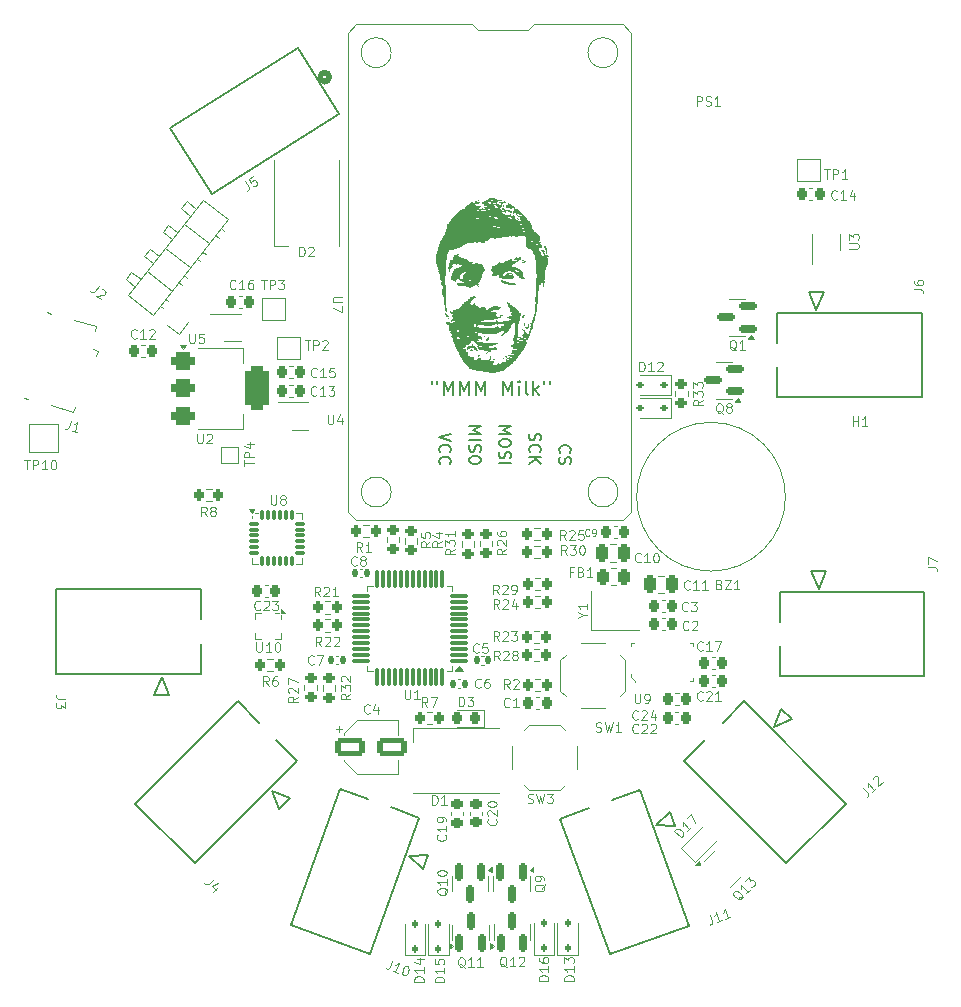
<source format=gto>
G04 #@! TF.GenerationSoftware,KiCad,Pcbnew,7.0.11*
G04 #@! TF.CreationDate,2024-03-27T12:07:48-04:00*
G04 #@! TF.ProjectId,Motherboard,4d6f7468-6572-4626-9f61-72642e6b6963,rev?*
G04 #@! TF.SameCoordinates,Original*
G04 #@! TF.FileFunction,Legend,Top*
G04 #@! TF.FilePolarity,Positive*
%FSLAX46Y46*%
G04 Gerber Fmt 4.6, Leading zero omitted, Abs format (unit mm)*
G04 Created by KiCad (PCBNEW 7.0.11) date 2024-03-27 12:07:48*
%MOMM*%
%LPD*%
G01*
G04 APERTURE LIST*
G04 Aperture macros list*
%AMRoundRect*
0 Rectangle with rounded corners*
0 $1 Rounding radius*
0 $2 $3 $4 $5 $6 $7 $8 $9 X,Y pos of 4 corners*
0 Add a 4 corners polygon primitive as box body*
4,1,4,$2,$3,$4,$5,$6,$7,$8,$9,$2,$3,0*
0 Add four circle primitives for the rounded corners*
1,1,$1+$1,$2,$3*
1,1,$1+$1,$4,$5*
1,1,$1+$1,$6,$7*
1,1,$1+$1,$8,$9*
0 Add four rect primitives between the rounded corners*
20,1,$1+$1,$2,$3,$4,$5,0*
20,1,$1+$1,$4,$5,$6,$7,0*
20,1,$1+$1,$6,$7,$8,$9,0*
20,1,$1+$1,$8,$9,$2,$3,0*%
%AMHorizOval*
0 Thick line with rounded ends*
0 $1 width*
0 $2 $3 position (X,Y) of the first rounded end (center of the circle)*
0 $4 $5 position (X,Y) of the second rounded end (center of the circle)*
0 Add line between two ends*
20,1,$1,$2,$3,$4,$5,0*
0 Add two circle primitives to create the rounded ends*
1,1,$1,$2,$3*
1,1,$1,$4,$5*%
%AMRotRect*
0 Rectangle, with rotation*
0 The origin of the aperture is its center*
0 $1 length*
0 $2 width*
0 $3 Rotation angle, in degrees counterclockwise*
0 Add horizontal line*
21,1,$1,$2,0,0,$3*%
G04 Aperture macros list end*
%ADD10C,0.000000*%
%ADD11C,0.200000*%
%ADD12C,0.100000*%
%ADD13C,0.150000*%
%ADD14C,0.120000*%
%ADD15C,0.152400*%
%ADD16C,0.508000*%
%ADD17RotRect,0.400000X1.350000X255.000000*%
%ADD18HorizOval,0.890000X-0.318756X0.085410X0.318756X-0.085410X0*%
%ADD19RotRect,1.200000X1.550000X255.000000*%
%ADD20HorizOval,0.950000X-0.038823X-0.144889X0.038823X0.144889X0*%
%ADD21RotRect,1.500000X1.550000X255.000000*%
%ADD22RoundRect,0.200000X-0.200000X-0.275000X0.200000X-0.275000X0.200000X0.275000X-0.200000X0.275000X0*%
%ADD23RotRect,1.700000X1.700000X142.000000*%
%ADD24HorizOval,1.700000X0.000000X0.000000X0.000000X0.000000X0*%
%ADD25RoundRect,0.225000X-0.225000X-0.250000X0.225000X-0.250000X0.225000X0.250000X-0.225000X0.250000X0*%
%ADD26RoundRect,0.150000X0.587500X0.150000X-0.587500X0.150000X-0.587500X-0.150000X0.587500X-0.150000X0*%
%ADD27RoundRect,0.225000X-0.250000X0.225000X-0.250000X-0.225000X0.250000X-0.225000X0.250000X0.225000X0*%
%ADD28RoundRect,0.200000X-0.275000X0.200000X-0.275000X-0.200000X0.275000X-0.200000X0.275000X0.200000X0*%
%ADD29RoundRect,0.112500X0.112500X-0.187500X0.112500X0.187500X-0.112500X0.187500X-0.112500X-0.187500X0*%
%ADD30RoundRect,0.200000X0.275000X-0.200000X0.275000X0.200000X-0.275000X0.200000X-0.275000X-0.200000X0*%
%ADD31C,1.498600*%
%ADD32C,2.999999*%
%ADD33RotRect,1.520000X1.520000X340.000000*%
%ADD34C,1.520000*%
%ADD35RoundRect,0.200000X0.200000X0.275000X-0.200000X0.275000X-0.200000X-0.275000X0.200000X-0.275000X0*%
%ADD36RoundRect,0.075000X-0.350000X-0.075000X0.350000X-0.075000X0.350000X0.075000X-0.350000X0.075000X0*%
%ADD37RoundRect,0.075000X0.075000X-0.350000X0.075000X0.350000X-0.075000X0.350000X-0.075000X-0.350000X0*%
%ADD38RoundRect,0.250000X-1.050000X-0.550000X1.050000X-0.550000X1.050000X0.550000X-1.050000X0.550000X0*%
%ADD39R,0.350000X0.375000*%
%ADD40R,0.375000X0.350000*%
%ADD41R,1.520000X1.520000*%
%ADD42RoundRect,0.250000X-0.262500X-0.450000X0.262500X-0.450000X0.262500X0.450000X-0.262500X0.450000X0*%
%ADD43R,0.900000X1.500000*%
%ADD44RoundRect,0.140000X0.140000X0.170000X-0.140000X0.170000X-0.140000X-0.170000X0.140000X-0.170000X0*%
%ADD45R,1.400000X1.200000*%
%ADD46RotRect,1.520000X1.520000X315.000000*%
%ADD47R,1.900000X1.900000*%
%ADD48C,1.900000*%
%ADD49RoundRect,0.075000X0.662500X0.075000X-0.662500X0.075000X-0.662500X-0.075000X0.662500X-0.075000X0*%
%ADD50RoundRect,0.075000X0.075000X0.662500X-0.075000X0.662500X-0.075000X-0.662500X0.075000X-0.662500X0*%
%ADD51RoundRect,0.112500X-0.053033X-0.212132X0.212132X0.053033X0.053033X0.212132X-0.212132X-0.053033X0*%
%ADD52RoundRect,0.112500X0.187500X0.112500X-0.187500X0.112500X-0.187500X-0.112500X0.187500X-0.112500X0*%
%ADD53R,1.000000X0.750000*%
%ADD54RoundRect,0.150000X-0.309359X-0.521491X0.521491X0.309359X0.309359X0.521491X-0.521491X-0.309359X0*%
%ADD55R,2.500000X2.500000*%
%ADD56R,1.500000X1.500000*%
%ADD57RoundRect,0.250000X-0.250000X-0.475000X0.250000X-0.475000X0.250000X0.475000X-0.250000X0.475000X0*%
%ADD58R,2.000000X2.000000*%
%ADD59C,2.000000*%
%ADD60R,1.000000X1.000000*%
%ADD61RoundRect,0.150000X0.150000X-0.587500X0.150000X0.587500X-0.150000X0.587500X-0.150000X-0.587500X0*%
%ADD62R,0.600000X1.700000*%
%ADD63RoundRect,0.375000X-0.625000X-0.375000X0.625000X-0.375000X0.625000X0.375000X-0.625000X0.375000X0*%
%ADD64RoundRect,0.500000X-0.500000X-1.400000X0.500000X-1.400000X0.500000X1.400000X-0.500000X1.400000X0*%
%ADD65R,0.300000X1.500000*%
%ADD66RoundRect,0.140000X-0.140000X-0.170000X0.140000X-0.170000X0.140000X0.170000X-0.140000X0.170000X0*%
%ADD67R,1.500000X0.300000*%
%ADD68RotRect,1.520000X1.520000X45.000000*%
%ADD69RoundRect,0.225000X0.250000X-0.225000X0.250000X0.225000X-0.250000X0.225000X-0.250000X-0.225000X0*%
%ADD70RoundRect,0.150000X-0.150000X0.587500X-0.150000X-0.587500X0.150000X-0.587500X0.150000X0.587500X0*%
%ADD71C,10.500000*%
%ADD72R,1.500000X0.900000*%
%ADD73RoundRect,0.218750X0.218750X0.256250X-0.218750X0.256250X-0.218750X-0.256250X0.218750X-0.256250X0*%
%ADD74R,0.750000X1.000000*%
%ADD75RotRect,1.520000X1.520000X20.000000*%
G04 APERTURE END LIST*
D10*
G36*
X191044903Y-111035873D02*
G01*
X191048744Y-111036118D01*
X191052498Y-111036523D01*
X191056162Y-111037086D01*
X191059732Y-111037804D01*
X191063207Y-111038674D01*
X191066584Y-111039694D01*
X191069859Y-111040862D01*
X191073032Y-111042174D01*
X191076099Y-111043628D01*
X191079057Y-111045222D01*
X191081904Y-111046952D01*
X191084637Y-111048817D01*
X191087254Y-111050814D01*
X191089752Y-111052940D01*
X191092129Y-111055193D01*
X191094381Y-111057570D01*
X191096507Y-111060068D01*
X191098504Y-111062685D01*
X191100369Y-111065418D01*
X191102100Y-111068265D01*
X191103694Y-111071223D01*
X191105148Y-111074289D01*
X191106460Y-111077462D01*
X191107628Y-111080738D01*
X191108648Y-111084114D01*
X191109518Y-111087589D01*
X191110236Y-111091160D01*
X191110799Y-111094823D01*
X191111204Y-111098577D01*
X191111449Y-111102419D01*
X191111531Y-111106346D01*
X191111449Y-111109652D01*
X191111204Y-111112952D01*
X191110799Y-111116239D01*
X191110236Y-111119506D01*
X191109518Y-111122748D01*
X191108648Y-111125957D01*
X191107628Y-111129128D01*
X191106460Y-111132253D01*
X191105148Y-111135327D01*
X191103694Y-111138342D01*
X191102100Y-111141293D01*
X191100369Y-111144173D01*
X191098504Y-111146975D01*
X191096507Y-111149694D01*
X191094381Y-111152322D01*
X191092129Y-111154853D01*
X191089752Y-111157280D01*
X191087254Y-111159598D01*
X191084637Y-111161800D01*
X191081904Y-111163879D01*
X191079057Y-111165828D01*
X191076099Y-111167642D01*
X191073032Y-111169314D01*
X191069859Y-111170838D01*
X191066584Y-111172206D01*
X191063207Y-111173413D01*
X191059732Y-111174452D01*
X191056162Y-111175316D01*
X191052498Y-111176000D01*
X191048744Y-111176496D01*
X191044903Y-111176799D01*
X191040976Y-111176901D01*
X191037670Y-111176799D01*
X191034370Y-111176496D01*
X191031083Y-111176000D01*
X191027816Y-111175316D01*
X191024574Y-111174452D01*
X191021365Y-111173413D01*
X191018194Y-111172206D01*
X191015069Y-111170838D01*
X191011995Y-111169314D01*
X191008979Y-111167642D01*
X191006029Y-111165828D01*
X191003149Y-111163879D01*
X191000346Y-111161800D01*
X190997628Y-111159598D01*
X190995000Y-111157280D01*
X190992469Y-111154853D01*
X190990041Y-111152322D01*
X190987723Y-111149694D01*
X190985522Y-111146975D01*
X190983443Y-111144173D01*
X190981493Y-111141293D01*
X190979679Y-111138342D01*
X190978007Y-111135327D01*
X190976484Y-111132253D01*
X190975115Y-111129128D01*
X190973908Y-111125957D01*
X190972869Y-111122748D01*
X190972005Y-111119506D01*
X190971321Y-111116239D01*
X190970825Y-111112952D01*
X190970522Y-111109652D01*
X190970420Y-111106346D01*
X190970522Y-111102419D01*
X190970825Y-111098577D01*
X190971321Y-111094823D01*
X190972005Y-111091160D01*
X190972869Y-111087589D01*
X190973908Y-111084114D01*
X190975115Y-111080738D01*
X190976484Y-111077462D01*
X190978007Y-111074289D01*
X190979679Y-111071223D01*
X190981493Y-111068265D01*
X190983443Y-111065418D01*
X190985522Y-111062685D01*
X190987723Y-111060068D01*
X190990041Y-111057570D01*
X190992469Y-111055193D01*
X190995000Y-111052940D01*
X190997628Y-111050814D01*
X191000346Y-111048817D01*
X191003149Y-111046952D01*
X191006029Y-111045222D01*
X191008979Y-111043628D01*
X191011995Y-111042174D01*
X191015069Y-111040862D01*
X191018194Y-111039694D01*
X191021365Y-111038674D01*
X191024574Y-111037804D01*
X191027816Y-111037086D01*
X191031083Y-111036523D01*
X191034370Y-111036118D01*
X191037670Y-111035873D01*
X191040976Y-111035791D01*
X191044903Y-111035873D01*
G37*
G36*
X191836490Y-109428005D02*
G01*
X191838206Y-109428801D01*
X191840049Y-109430195D01*
X191842020Y-109432185D01*
X191844124Y-109434771D01*
X191848737Y-109441725D01*
X191853908Y-109451046D01*
X191859658Y-109462723D01*
X191866008Y-109476746D01*
X191872977Y-109493105D01*
X191880587Y-109511789D01*
X191886542Y-109528905D01*
X191891184Y-109545855D01*
X191894524Y-109562639D01*
X191896572Y-109579258D01*
X191897339Y-109595712D01*
X191896834Y-109612001D01*
X191895068Y-109628124D01*
X191892052Y-109644081D01*
X191887796Y-109659874D01*
X191882309Y-109675501D01*
X191875604Y-109690962D01*
X191867688Y-109706259D01*
X191858574Y-109721390D01*
X191848272Y-109736355D01*
X191836791Y-109751155D01*
X191824142Y-109765790D01*
X191806590Y-109781992D01*
X191790876Y-109796190D01*
X191776858Y-109808361D01*
X191764391Y-109818486D01*
X191758693Y-109822775D01*
X191753328Y-109826544D01*
X191748279Y-109829792D01*
X191743527Y-109832515D01*
X191739054Y-109834710D01*
X191734842Y-109836376D01*
X191730873Y-109837510D01*
X191727129Y-109838109D01*
X191723591Y-109838171D01*
X191720242Y-109837692D01*
X191717063Y-109836671D01*
X191714037Y-109835105D01*
X191711145Y-109832991D01*
X191708370Y-109830327D01*
X191705693Y-109827110D01*
X191703096Y-109823337D01*
X191700560Y-109819006D01*
X191698069Y-109814114D01*
X191695604Y-109808659D01*
X191693146Y-109802639D01*
X191688182Y-109788889D01*
X191683031Y-109772846D01*
X191681831Y-109766914D01*
X191680875Y-109761031D01*
X191680155Y-109755201D01*
X191679669Y-109749433D01*
X191679410Y-109743731D01*
X191679373Y-109738104D01*
X191679553Y-109732556D01*
X191679945Y-109727095D01*
X191680543Y-109721727D01*
X191681343Y-109716458D01*
X191682340Y-109711295D01*
X191683527Y-109706245D01*
X191684901Y-109701314D01*
X191686456Y-109696507D01*
X191688186Y-109691833D01*
X191690087Y-109687297D01*
X191692153Y-109682906D01*
X191694380Y-109678665D01*
X191696761Y-109674583D01*
X191699292Y-109670664D01*
X191701968Y-109666916D01*
X191704784Y-109663345D01*
X191707734Y-109659957D01*
X191710813Y-109656759D01*
X191714016Y-109653758D01*
X191717338Y-109650960D01*
X191720773Y-109648370D01*
X191724317Y-109645997D01*
X191727965Y-109643846D01*
X191731711Y-109641923D01*
X191735549Y-109640236D01*
X191739476Y-109638790D01*
X191743423Y-109637324D01*
X191747325Y-109635577D01*
X191751179Y-109633560D01*
X191754979Y-109631280D01*
X191762405Y-109625969D01*
X191769572Y-109619718D01*
X191776450Y-109612599D01*
X191783008Y-109604684D01*
X191789214Y-109596045D01*
X191795038Y-109586756D01*
X191800449Y-109576887D01*
X191805415Y-109566512D01*
X191809906Y-109555703D01*
X191813890Y-109544533D01*
X191817337Y-109533072D01*
X191820215Y-109521395D01*
X191822494Y-109509573D01*
X191824142Y-109497679D01*
X191824311Y-109480397D01*
X191824831Y-109465584D01*
X191825724Y-109453232D01*
X191827009Y-109443329D01*
X191827805Y-109439293D01*
X191828707Y-109435865D01*
X191829718Y-109433045D01*
X191830840Y-109430830D01*
X191832075Y-109429220D01*
X191833427Y-109428214D01*
X191834898Y-109427809D01*
X191836490Y-109428005D01*
G37*
G36*
X193173607Y-111247601D02*
G01*
X193181817Y-111248024D01*
X193189328Y-111248719D01*
X193196145Y-111249676D01*
X193202269Y-111250886D01*
X193207703Y-111252341D01*
X193212450Y-111254030D01*
X193216512Y-111255946D01*
X193219892Y-111258079D01*
X193222593Y-111260419D01*
X193224616Y-111262959D01*
X193225966Y-111265689D01*
X193226643Y-111268599D01*
X193226651Y-111271681D01*
X193225993Y-111274926D01*
X193224670Y-111278325D01*
X193222686Y-111281868D01*
X193220044Y-111285548D01*
X193216745Y-111289353D01*
X193212792Y-111293277D01*
X193208188Y-111297308D01*
X193202935Y-111301440D01*
X193197037Y-111305661D01*
X193190495Y-111309964D01*
X193175492Y-111318778D01*
X193157946Y-111327810D01*
X193137878Y-111336986D01*
X193115309Y-111346234D01*
X193110101Y-111348135D01*
X193105062Y-111349870D01*
X193100196Y-111351437D01*
X193095507Y-111352835D01*
X193090999Y-111354062D01*
X193086675Y-111355117D01*
X193082541Y-111355999D01*
X193078598Y-111356707D01*
X193074852Y-111357239D01*
X193071307Y-111357594D01*
X193067965Y-111357771D01*
X193064832Y-111357769D01*
X193061910Y-111357585D01*
X193059204Y-111357219D01*
X193056718Y-111356670D01*
X193054455Y-111355936D01*
X193052420Y-111355016D01*
X193050616Y-111353909D01*
X193049047Y-111352613D01*
X193047717Y-111351127D01*
X193046629Y-111349450D01*
X193045789Y-111347580D01*
X193045199Y-111345517D01*
X193044864Y-111343258D01*
X193044787Y-111340804D01*
X193044972Y-111338151D01*
X193045424Y-111335300D01*
X193046145Y-111332248D01*
X193047141Y-111328995D01*
X193048414Y-111325539D01*
X193049969Y-111321878D01*
X193051809Y-111318013D01*
X193056100Y-111310244D01*
X193061001Y-111302826D01*
X193066459Y-111295781D01*
X193072425Y-111289129D01*
X193078845Y-111282890D01*
X193085668Y-111277085D01*
X193092842Y-111271735D01*
X193100316Y-111266860D01*
X193108038Y-111262481D01*
X193115957Y-111258619D01*
X193124020Y-111255295D01*
X193132176Y-111252529D01*
X193140374Y-111250341D01*
X193148561Y-111248753D01*
X193156686Y-111247785D01*
X193164698Y-111247457D01*
X193173607Y-111247601D01*
G37*
G36*
X193339301Y-111127595D02*
G01*
X193344522Y-111127838D01*
X193349686Y-111128239D01*
X193354785Y-111128794D01*
X193359812Y-111129499D01*
X193364758Y-111130350D01*
X193369617Y-111131342D01*
X193374380Y-111132473D01*
X193379040Y-111133739D01*
X193383589Y-111135135D01*
X193388019Y-111136657D01*
X193392323Y-111138302D01*
X193396492Y-111140067D01*
X193400518Y-111141946D01*
X193404395Y-111143936D01*
X193408115Y-111146033D01*
X193411669Y-111148234D01*
X193415050Y-111150534D01*
X193418250Y-111152930D01*
X193421261Y-111155417D01*
X193424076Y-111157993D01*
X193426687Y-111160652D01*
X193429086Y-111163392D01*
X193431266Y-111166207D01*
X193433218Y-111169095D01*
X193434935Y-111172052D01*
X193436409Y-111175073D01*
X193437632Y-111178155D01*
X193438598Y-111181294D01*
X193439296Y-111184485D01*
X193439721Y-111187726D01*
X193439865Y-111191012D01*
X193439783Y-111193657D01*
X193439539Y-111196297D01*
X193439138Y-111198927D01*
X193438583Y-111201541D01*
X193437879Y-111204134D01*
X193437028Y-111206701D01*
X193436035Y-111209238D01*
X193434904Y-111211738D01*
X193433638Y-111214197D01*
X193432243Y-111216610D01*
X193430720Y-111218970D01*
X193429075Y-111221274D01*
X193427311Y-111223516D01*
X193425431Y-111225691D01*
X193423441Y-111227793D01*
X193421344Y-111229818D01*
X193419143Y-111231761D01*
X193416843Y-111233615D01*
X193414447Y-111235376D01*
X193411959Y-111237039D01*
X193409384Y-111238599D01*
X193406725Y-111240050D01*
X193403985Y-111241388D01*
X193401169Y-111242607D01*
X193398281Y-111243701D01*
X193395325Y-111244667D01*
X193392304Y-111245498D01*
X193389222Y-111246190D01*
X193386083Y-111246737D01*
X193382891Y-111247134D01*
X193379651Y-111247376D01*
X193376365Y-111247457D01*
X193372397Y-111247376D01*
X193368432Y-111247134D01*
X193364476Y-111246737D01*
X193360531Y-111246190D01*
X193356602Y-111245498D01*
X193352692Y-111244667D01*
X193348805Y-111243701D01*
X193344945Y-111242607D01*
X193337323Y-111240050D01*
X193329856Y-111237039D01*
X193322575Y-111233615D01*
X193315511Y-111229818D01*
X193308694Y-111225691D01*
X193302157Y-111221274D01*
X193295930Y-111216610D01*
X193290044Y-111211738D01*
X193284531Y-111206701D01*
X193279420Y-111201541D01*
X193274743Y-111196297D01*
X193270531Y-111191012D01*
X193268691Y-111187726D01*
X193267136Y-111184485D01*
X193265863Y-111181294D01*
X193264868Y-111178155D01*
X193264146Y-111175073D01*
X193263695Y-111172052D01*
X193263509Y-111169095D01*
X193263586Y-111166207D01*
X193263921Y-111163392D01*
X193264511Y-111160652D01*
X193265352Y-111157993D01*
X193266439Y-111155417D01*
X193267769Y-111152930D01*
X193269338Y-111150534D01*
X193271142Y-111148234D01*
X193273177Y-111146033D01*
X193275440Y-111143936D01*
X193277927Y-111141946D01*
X193280632Y-111140067D01*
X193283554Y-111138302D01*
X193286688Y-111136657D01*
X193290029Y-111135135D01*
X193293575Y-111133739D01*
X193297321Y-111132473D01*
X193301263Y-111131342D01*
X193305398Y-111130350D01*
X193309721Y-111129499D01*
X193314229Y-111128794D01*
X193318918Y-111128239D01*
X193323784Y-111127838D01*
X193334031Y-111127513D01*
X193339301Y-111127595D01*
G37*
G36*
X188366920Y-107571512D02*
G01*
X188382373Y-107586455D01*
X188396948Y-107602091D01*
X188410592Y-107618285D01*
X188423254Y-107634902D01*
X188434883Y-107651809D01*
X188445427Y-107668871D01*
X188454834Y-107685953D01*
X188463052Y-107702922D01*
X188470030Y-107719643D01*
X188475716Y-107735981D01*
X188480059Y-107751803D01*
X188483006Y-107766973D01*
X188483940Y-107774273D01*
X188484507Y-107781358D01*
X188484698Y-107788214D01*
X188484508Y-107794823D01*
X188483931Y-107801169D01*
X188482960Y-107807234D01*
X188481588Y-107813002D01*
X188479809Y-107818457D01*
X188476173Y-107829111D01*
X188473208Y-107839858D01*
X188470926Y-107850625D01*
X188469336Y-107861341D01*
X188468804Y-107866657D01*
X188468449Y-107871933D01*
X188468272Y-107877160D01*
X188468275Y-107882329D01*
X188468459Y-107887430D01*
X188468824Y-107892456D01*
X188469374Y-107897396D01*
X188470108Y-107902241D01*
X188471028Y-107906984D01*
X188472135Y-107911614D01*
X188473431Y-107916122D01*
X188474917Y-107920500D01*
X188476594Y-107924739D01*
X188478464Y-107928829D01*
X188480527Y-107932761D01*
X188482786Y-107936527D01*
X188485241Y-107940117D01*
X188487893Y-107943522D01*
X188490745Y-107946734D01*
X188493796Y-107949742D01*
X188497050Y-107952539D01*
X188500506Y-107955115D01*
X188504166Y-107957461D01*
X188508031Y-107959568D01*
X188514150Y-107962129D01*
X188519276Y-107964515D01*
X188523410Y-107966715D01*
X188526552Y-107968718D01*
X188527751Y-107969643D01*
X188528702Y-107970515D01*
X188529405Y-107971333D01*
X188529859Y-107972095D01*
X188530066Y-107972800D01*
X188530025Y-107973447D01*
X188529735Y-107974034D01*
X188529198Y-107974561D01*
X188528413Y-107975026D01*
X188527379Y-107975428D01*
X188526097Y-107975765D01*
X188524568Y-107976036D01*
X188520764Y-107976375D01*
X188515969Y-107976435D01*
X188510181Y-107976206D01*
X188503401Y-107975678D01*
X188495629Y-107974839D01*
X188486865Y-107973680D01*
X188482256Y-107972234D01*
X188477696Y-107970546D01*
X188468744Y-107966472D01*
X188460060Y-107961510D01*
X188451697Y-107955710D01*
X188443706Y-107949124D01*
X188436139Y-107941805D01*
X188429047Y-107933804D01*
X188422483Y-107925172D01*
X188416497Y-107915962D01*
X188411141Y-107906224D01*
X188406468Y-107896011D01*
X188402529Y-107885374D01*
X188399375Y-107874365D01*
X188397058Y-107863036D01*
X188395630Y-107851438D01*
X188395265Y-107845554D01*
X188395142Y-107839623D01*
X188394817Y-107828807D01*
X188393861Y-107817588D01*
X188392305Y-107806059D01*
X188390181Y-107794313D01*
X188387520Y-107782443D01*
X188384352Y-107770542D01*
X188380709Y-107758702D01*
X188376622Y-107747018D01*
X188372121Y-107735582D01*
X188367237Y-107724487D01*
X188362002Y-107713827D01*
X188356447Y-107703693D01*
X188350603Y-107694179D01*
X188344500Y-107685379D01*
X188338169Y-107677384D01*
X188331642Y-107670289D01*
X188325279Y-107665332D01*
X188319433Y-107661056D01*
X188314124Y-107657484D01*
X188309373Y-107654635D01*
X188307214Y-107653488D01*
X188305201Y-107652530D01*
X188303339Y-107651763D01*
X188301629Y-107651190D01*
X188300074Y-107650813D01*
X188298676Y-107650635D01*
X188297439Y-107650659D01*
X188296365Y-107650887D01*
X188295456Y-107651321D01*
X188294714Y-107651965D01*
X188294144Y-107652821D01*
X188293746Y-107653891D01*
X188293525Y-107655178D01*
X188293481Y-107656685D01*
X188293619Y-107658414D01*
X188293939Y-107660368D01*
X188294446Y-107662549D01*
X188295142Y-107664960D01*
X188296028Y-107667604D01*
X188297109Y-107670483D01*
X188298386Y-107673599D01*
X188299861Y-107676956D01*
X188303420Y-107684401D01*
X188307058Y-107691739D01*
X188310035Y-107700442D01*
X188312350Y-107710384D01*
X188314004Y-107721443D01*
X188314996Y-107733494D01*
X188315327Y-107746413D01*
X188314996Y-107760076D01*
X188314004Y-107774359D01*
X188312350Y-107789139D01*
X188310035Y-107804291D01*
X188307058Y-107819690D01*
X188303420Y-107835214D01*
X188299121Y-107850737D01*
X188294160Y-107866137D01*
X188288537Y-107881289D01*
X188282254Y-107896068D01*
X188274643Y-107914167D01*
X188267674Y-107928741D01*
X188261325Y-107939740D01*
X188255575Y-107947110D01*
X188252918Y-107949419D01*
X188250404Y-107950802D01*
X188248029Y-107951251D01*
X188245791Y-107950762D01*
X188243687Y-107949327D01*
X188241715Y-107946940D01*
X188238156Y-107939283D01*
X188235094Y-107927740D01*
X188232506Y-107912260D01*
X188230374Y-107892790D01*
X188228675Y-107869279D01*
X188227390Y-107841675D01*
X188226498Y-107809927D01*
X188225809Y-107733790D01*
X188218754Y-107430400D01*
X188366920Y-107571512D01*
G37*
G36*
X194329775Y-99426590D02*
G01*
X194337236Y-99427631D01*
X194344592Y-99429339D01*
X194351808Y-99431698D01*
X194358851Y-99434693D01*
X194365687Y-99438307D01*
X194372283Y-99442527D01*
X194378606Y-99447335D01*
X194384620Y-99452717D01*
X194390294Y-99458658D01*
X194395593Y-99465140D01*
X194400484Y-99472150D01*
X194404933Y-99479672D01*
X194408906Y-99487689D01*
X194412370Y-99496188D01*
X194415292Y-99505151D01*
X194417638Y-99514564D01*
X194419374Y-99524411D01*
X194420466Y-99534677D01*
X194420882Y-99545345D01*
X194420587Y-99556401D01*
X194420422Y-99567484D01*
X194419925Y-99576934D01*
X194419099Y-99584771D01*
X194418561Y-99588092D01*
X194417941Y-99591017D01*
X194417238Y-99593550D01*
X194416453Y-99595692D01*
X194415585Y-99597447D01*
X194414634Y-99598817D01*
X194413600Y-99599804D01*
X194412484Y-99600412D01*
X194411285Y-99600642D01*
X194410004Y-99600498D01*
X194408640Y-99599982D01*
X194407193Y-99599096D01*
X194405663Y-99597843D01*
X194404051Y-99596226D01*
X194402356Y-99594247D01*
X194400578Y-99591909D01*
X194396775Y-99586166D01*
X194392641Y-99579018D01*
X194388176Y-99570484D01*
X194383380Y-99560587D01*
X194378254Y-99549345D01*
X194376809Y-99545439D01*
X194375127Y-99541661D01*
X194373221Y-99538015D01*
X194371102Y-99534504D01*
X194368781Y-99531133D01*
X194366270Y-99527905D01*
X194363581Y-99524824D01*
X194360725Y-99521895D01*
X194357714Y-99519120D01*
X194354560Y-99516505D01*
X194351274Y-99514052D01*
X194347868Y-99511766D01*
X194344353Y-99509651D01*
X194340742Y-99507710D01*
X194337045Y-99505947D01*
X194333275Y-99504366D01*
X194329442Y-99502972D01*
X194325559Y-99501767D01*
X194321638Y-99500756D01*
X194317689Y-99499943D01*
X194313725Y-99499331D01*
X194309757Y-99498925D01*
X194305796Y-99498728D01*
X194301855Y-99498744D01*
X194297945Y-99498977D01*
X194294078Y-99499431D01*
X194290265Y-99500110D01*
X194286518Y-99501017D01*
X194282848Y-99502157D01*
X194279267Y-99503534D01*
X194275788Y-99505151D01*
X194272420Y-99507012D01*
X194263654Y-99511809D01*
X194255870Y-99515625D01*
X194252343Y-99517167D01*
X194249057Y-99518469D01*
X194246012Y-99519529D01*
X194243206Y-99520351D01*
X194240637Y-99520936D01*
X194238305Y-99521283D01*
X194236208Y-99521396D01*
X194234345Y-99521275D01*
X194232714Y-99520921D01*
X194231315Y-99520336D01*
X194230146Y-99519521D01*
X194229205Y-99518477D01*
X194228492Y-99517206D01*
X194228004Y-99515709D01*
X194227742Y-99513987D01*
X194227703Y-99512042D01*
X194227886Y-99509874D01*
X194228290Y-99507486D01*
X194228914Y-99504878D01*
X194229756Y-99502051D01*
X194230815Y-99499008D01*
X194232090Y-99495748D01*
X194235282Y-99488587D01*
X194239322Y-99480579D01*
X194244198Y-99471734D01*
X194250311Y-99463566D01*
X194256721Y-99456252D01*
X194263395Y-99449774D01*
X194270298Y-99444118D01*
X194277398Y-99439268D01*
X194284661Y-99435209D01*
X194292053Y-99431925D01*
X194299540Y-99429401D01*
X194307090Y-99427621D01*
X194314668Y-99426569D01*
X194322241Y-99426231D01*
X194329775Y-99426590D01*
G37*
G36*
X193199094Y-98206144D02*
G01*
X193201071Y-98207520D01*
X193202713Y-98209997D01*
X193204037Y-98213584D01*
X193205061Y-98218285D01*
X193206272Y-98231057D01*
X193206480Y-98248367D01*
X193205820Y-98270266D01*
X193204427Y-98296805D01*
X193199976Y-98364012D01*
X193199853Y-98373147D01*
X193199488Y-98382028D01*
X193198889Y-98390648D01*
X193198060Y-98399000D01*
X193197010Y-98407079D01*
X193195743Y-98414877D01*
X193194268Y-98422389D01*
X193192589Y-98429607D01*
X193190715Y-98436525D01*
X193188650Y-98443137D01*
X193186402Y-98449437D01*
X193183977Y-98455417D01*
X193181381Y-98461072D01*
X193178621Y-98466395D01*
X193175704Y-98471380D01*
X193172636Y-98476019D01*
X193169422Y-98480307D01*
X193166071Y-98484237D01*
X193162588Y-98487803D01*
X193158979Y-98490998D01*
X193155252Y-98493816D01*
X193151412Y-98496250D01*
X193147466Y-98498294D01*
X193143421Y-98499942D01*
X193139283Y-98501186D01*
X193135058Y-98502021D01*
X193130753Y-98502440D01*
X193126375Y-98502436D01*
X193121929Y-98502004D01*
X193117423Y-98501136D01*
X193112862Y-98499826D01*
X193108254Y-98498068D01*
X193097092Y-98492678D01*
X193087418Y-98487030D01*
X193083139Y-98484080D01*
X193079232Y-98481030D01*
X193075698Y-98477869D01*
X193072535Y-98474586D01*
X193069744Y-98471168D01*
X193067326Y-98467604D01*
X193065280Y-98463883D01*
X193063605Y-98459992D01*
X193062303Y-98455921D01*
X193061373Y-98451657D01*
X193060815Y-98447189D01*
X193060629Y-98442505D01*
X193060815Y-98437594D01*
X193061373Y-98432443D01*
X193062303Y-98427043D01*
X193063605Y-98421380D01*
X193067326Y-98409220D01*
X193072535Y-98395872D01*
X193079232Y-98381242D01*
X193087418Y-98365238D01*
X193097092Y-98347766D01*
X193108254Y-98328734D01*
X193143159Y-98273241D01*
X193157227Y-98251576D01*
X193169218Y-98234035D01*
X193179266Y-98220670D01*
X193187505Y-98211532D01*
X193190988Y-98208564D01*
X193194069Y-98206673D01*
X193196766Y-98205864D01*
X193199094Y-98206144D01*
G37*
G36*
X194971200Y-103093151D02*
G01*
X194991674Y-103095603D01*
X195001450Y-103097362D01*
X195010866Y-103099480D01*
X195019885Y-103101957D01*
X195028467Y-103104794D01*
X195036574Y-103107993D01*
X195044167Y-103111555D01*
X195051206Y-103115481D01*
X195057654Y-103119773D01*
X195063472Y-103124432D01*
X195068620Y-103129459D01*
X195073060Y-103134855D01*
X195076754Y-103140623D01*
X195078015Y-103141925D01*
X195079155Y-103143184D01*
X195080176Y-103144400D01*
X195081081Y-103145570D01*
X195081872Y-103146694D01*
X195082552Y-103147770D01*
X195083123Y-103148797D01*
X195083589Y-103149773D01*
X195083951Y-103150698D01*
X195084213Y-103151570D01*
X195084376Y-103152388D01*
X195084443Y-103153150D01*
X195084418Y-103153855D01*
X195084302Y-103154502D01*
X195084098Y-103155089D01*
X195083809Y-103155616D01*
X195083438Y-103156081D01*
X195082986Y-103156483D01*
X195082457Y-103156820D01*
X195081853Y-103157091D01*
X195081176Y-103157295D01*
X195080430Y-103157430D01*
X195079616Y-103157496D01*
X195078738Y-103157491D01*
X195077798Y-103157413D01*
X195076799Y-103157262D01*
X195075742Y-103157035D01*
X195074632Y-103156733D01*
X195073469Y-103156353D01*
X195072258Y-103155894D01*
X195071000Y-103155355D01*
X195069698Y-103154735D01*
X195068253Y-103153535D01*
X195066568Y-103152578D01*
X195064654Y-103151859D01*
X195062518Y-103151372D01*
X195060171Y-103151113D01*
X195057621Y-103151076D01*
X195051949Y-103151648D01*
X195045574Y-103153046D01*
X195038568Y-103155230D01*
X195031004Y-103158159D01*
X195022955Y-103161790D01*
X195014492Y-103166082D01*
X195005688Y-103170995D01*
X194996615Y-103176487D01*
X194987346Y-103182515D01*
X194977953Y-103189040D01*
X194968508Y-103196020D01*
X194959084Y-103203413D01*
X194949753Y-103211178D01*
X194940176Y-103218782D01*
X194930020Y-103225703D01*
X194919368Y-103231921D01*
X194908302Y-103237416D01*
X194896906Y-103242167D01*
X194885262Y-103246153D01*
X194873452Y-103249354D01*
X194861559Y-103251748D01*
X194849667Y-103253316D01*
X194837857Y-103254036D01*
X194826213Y-103253887D01*
X194814816Y-103252851D01*
X194803751Y-103250904D01*
X194798368Y-103249583D01*
X194793098Y-103248028D01*
X194787953Y-103246234D01*
X194782942Y-103244200D01*
X194778076Y-103241923D01*
X194773365Y-103239401D01*
X194763445Y-103231701D01*
X194758984Y-103228018D01*
X194754858Y-103224436D01*
X194751067Y-103220946D01*
X194747614Y-103217542D01*
X194744500Y-103214215D01*
X194741725Y-103210958D01*
X194739291Y-103207763D01*
X194737200Y-103204623D01*
X194735452Y-103201528D01*
X194734049Y-103198473D01*
X194732993Y-103195449D01*
X194732284Y-103192448D01*
X194731923Y-103189462D01*
X194731913Y-103186484D01*
X194732255Y-103183506D01*
X194732949Y-103180521D01*
X194733997Y-103177520D01*
X194735400Y-103174495D01*
X194737160Y-103171440D01*
X194739277Y-103168346D01*
X194741754Y-103165205D01*
X194744591Y-103162010D01*
X194747790Y-103158753D01*
X194751352Y-103155427D01*
X194755279Y-103152023D01*
X194759571Y-103148533D01*
X194764230Y-103144951D01*
X194769257Y-103141267D01*
X194780420Y-103133568D01*
X194789240Y-103128442D01*
X194798476Y-103123648D01*
X194808089Y-103119187D01*
X194818041Y-103115061D01*
X194838804Y-103107817D01*
X194860457Y-103101928D01*
X194882688Y-103097403D01*
X194905188Y-103094252D01*
X194927647Y-103092487D01*
X194949754Y-103092116D01*
X194971200Y-103093151D01*
G37*
G36*
X194941348Y-107665081D02*
G01*
X194946557Y-107665329D01*
X194951269Y-107665742D01*
X194955486Y-107666321D01*
X194959207Y-107667065D01*
X194962432Y-107667975D01*
X194965160Y-107669050D01*
X194967392Y-107670290D01*
X194969129Y-107671695D01*
X194970369Y-107673266D01*
X194970803Y-107674114D01*
X194971113Y-107675003D01*
X194971299Y-107675933D01*
X194971361Y-107676904D01*
X194971113Y-107678971D01*
X194970369Y-107681204D01*
X194969129Y-107683602D01*
X194967393Y-107686165D01*
X194965160Y-107688893D01*
X194962432Y-107691787D01*
X194959207Y-107694846D01*
X194955486Y-107698071D01*
X194951270Y-107701461D01*
X194946557Y-107705016D01*
X194941348Y-107708737D01*
X194935643Y-107712623D01*
X194925313Y-107719396D01*
X194915510Y-107726459D01*
X194906265Y-107733769D01*
X194897609Y-107741286D01*
X194889573Y-107748969D01*
X194882189Y-107756776D01*
X194875486Y-107764665D01*
X194869497Y-107772596D01*
X194864252Y-107780526D01*
X194859782Y-107788416D01*
X194857847Y-107792332D01*
X194856118Y-107796222D01*
X194854598Y-107800082D01*
X194853291Y-107803905D01*
X194852201Y-107807687D01*
X194851332Y-107811422D01*
X194850688Y-107815106D01*
X194850273Y-107818732D01*
X194850090Y-107822297D01*
X194850144Y-107825795D01*
X194850438Y-107829220D01*
X194850976Y-107832568D01*
X194851555Y-107835874D01*
X194851971Y-107839176D01*
X194852227Y-107842467D01*
X194852326Y-107845742D01*
X194852270Y-107848997D01*
X194852061Y-107852226D01*
X194851702Y-107855424D01*
X194851196Y-107858586D01*
X194850546Y-107861706D01*
X194849753Y-107864780D01*
X194848820Y-107867802D01*
X194847751Y-107870767D01*
X194846548Y-107873671D01*
X194845212Y-107876507D01*
X194843748Y-107879271D01*
X194842156Y-107881957D01*
X194840441Y-107884561D01*
X194838605Y-107887077D01*
X194836649Y-107889499D01*
X194834577Y-107891824D01*
X194832392Y-107894045D01*
X194830095Y-107896158D01*
X194827690Y-107898157D01*
X194825179Y-107900037D01*
X194822565Y-107901793D01*
X194819850Y-107903420D01*
X194817036Y-107904912D01*
X194814127Y-107906265D01*
X194811126Y-107907474D01*
X194808033Y-107908532D01*
X194804853Y-107909436D01*
X194801587Y-107910179D01*
X194798301Y-107911317D01*
X194795059Y-107912091D01*
X194791863Y-107912508D01*
X194788716Y-107912576D01*
X194785621Y-107912304D01*
X194782581Y-107911698D01*
X194779597Y-107910766D01*
X194776672Y-107909517D01*
X194773810Y-107907958D01*
X194771012Y-107906096D01*
X194768281Y-107903940D01*
X194765620Y-107901497D01*
X194760518Y-107895782D01*
X194755726Y-107889012D01*
X194751265Y-107881250D01*
X194747155Y-107872558D01*
X194743417Y-107862998D01*
X194740072Y-107852632D01*
X194737140Y-107841521D01*
X194734642Y-107829729D01*
X194732599Y-107817316D01*
X194731032Y-107804345D01*
X194730535Y-107796532D01*
X194730368Y-107788965D01*
X194730530Y-107781643D01*
X194731018Y-107774566D01*
X194731831Y-107767732D01*
X194732969Y-107761139D01*
X194734430Y-107754786D01*
X194736213Y-107748673D01*
X194738316Y-107742797D01*
X194740738Y-107737157D01*
X194743478Y-107731753D01*
X194746534Y-107726583D01*
X194749906Y-107721645D01*
X194753592Y-107716938D01*
X194757590Y-107712461D01*
X194761900Y-107708213D01*
X194766519Y-107704193D01*
X194771448Y-107700398D01*
X194776683Y-107696828D01*
X194782226Y-107693482D01*
X194788073Y-107690358D01*
X194794223Y-107687455D01*
X194800676Y-107684771D01*
X194807430Y-107682306D01*
X194821836Y-107678025D01*
X194837430Y-107674603D01*
X194854202Y-107672027D01*
X194872143Y-107670289D01*
X194890994Y-107667974D01*
X194907861Y-107666321D01*
X194915551Y-107665742D01*
X194922744Y-107665329D01*
X194929441Y-107665081D01*
X194935643Y-107664998D01*
X194941348Y-107665081D01*
G37*
G36*
X194820906Y-102943150D02*
G01*
X194825945Y-102943393D01*
X194830811Y-102943795D01*
X194835500Y-102944349D01*
X194840009Y-102945054D01*
X194844332Y-102945905D01*
X194848467Y-102946898D01*
X194852409Y-102948029D01*
X194856155Y-102949294D01*
X194859701Y-102950690D01*
X194863042Y-102952213D01*
X194866176Y-102953858D01*
X194869097Y-102955622D01*
X194871803Y-102957501D01*
X194874290Y-102959491D01*
X194876552Y-102961589D01*
X194878588Y-102963789D01*
X194880392Y-102966090D01*
X194881961Y-102968485D01*
X194883291Y-102970973D01*
X194884378Y-102973548D01*
X194885219Y-102976208D01*
X194885808Y-102978947D01*
X194886144Y-102981763D01*
X194886221Y-102984651D01*
X194886035Y-102987608D01*
X194885584Y-102990629D01*
X194884862Y-102993711D01*
X194883867Y-102996849D01*
X194882593Y-103000041D01*
X194881039Y-103003282D01*
X194879198Y-103006568D01*
X194874987Y-103011852D01*
X194870310Y-103017096D01*
X194865199Y-103022256D01*
X194859685Y-103027293D01*
X194853799Y-103032165D01*
X194847572Y-103036829D01*
X194841035Y-103041246D01*
X194834219Y-103045373D01*
X194827155Y-103049170D01*
X194819873Y-103052594D01*
X194812406Y-103055605D01*
X194804784Y-103058161D01*
X194797038Y-103060222D01*
X194789198Y-103061744D01*
X194781297Y-103062688D01*
X194773365Y-103063012D01*
X194770079Y-103062930D01*
X194766838Y-103062688D01*
X194763646Y-103062291D01*
X194760508Y-103061744D01*
X194757426Y-103061053D01*
X194754405Y-103060222D01*
X194751448Y-103059256D01*
X194748560Y-103058161D01*
X194745744Y-103056943D01*
X194743005Y-103055605D01*
X194740346Y-103054154D01*
X194737770Y-103052594D01*
X194735282Y-103050931D01*
X194732887Y-103049170D01*
X194730586Y-103047315D01*
X194728386Y-103045373D01*
X194726288Y-103043348D01*
X194724298Y-103041246D01*
X194722419Y-103039071D01*
X194720655Y-103036829D01*
X194719009Y-103034525D01*
X194717487Y-103032165D01*
X194716091Y-103029752D01*
X194714826Y-103027293D01*
X194713694Y-103024793D01*
X194712702Y-103022256D01*
X194711851Y-103019689D01*
X194711146Y-103017096D01*
X194710591Y-103014482D01*
X194710190Y-103011852D01*
X194709947Y-103009213D01*
X194709865Y-103006568D01*
X194710008Y-103003282D01*
X194710433Y-103000041D01*
X194711132Y-102996849D01*
X194712097Y-102993711D01*
X194713320Y-102990629D01*
X194714795Y-102987608D01*
X194716512Y-102984651D01*
X194718464Y-102981763D01*
X194720643Y-102978947D01*
X194723042Y-102976208D01*
X194728468Y-102970973D01*
X194734680Y-102966090D01*
X194741615Y-102961589D01*
X194749211Y-102957501D01*
X194757407Y-102953858D01*
X194766141Y-102950690D01*
X194775349Y-102948029D01*
X194784971Y-102945905D01*
X194794945Y-102944349D01*
X194805208Y-102943393D01*
X194815698Y-102943068D01*
X194820906Y-102943150D01*
G37*
G36*
X196729696Y-101722600D02*
G01*
X196731552Y-101723025D01*
X196733318Y-101723724D01*
X196734989Y-101724689D01*
X196736562Y-101725913D01*
X196738033Y-101727387D01*
X196739397Y-101729104D01*
X196740652Y-101731056D01*
X196742818Y-101735634D01*
X196744497Y-101741060D01*
X196745660Y-101747272D01*
X196746275Y-101754207D01*
X196746311Y-101761803D01*
X196745737Y-101769999D01*
X196744523Y-101778732D01*
X196742637Y-101787941D01*
X196740048Y-101797563D01*
X196736725Y-101807537D01*
X196732637Y-101817800D01*
X196727754Y-101828290D01*
X196725873Y-101833560D01*
X196724197Y-101838780D01*
X196722725Y-101843944D01*
X196721456Y-101849043D01*
X196720389Y-101854070D01*
X196719522Y-101859017D01*
X196718854Y-101863876D01*
X196718383Y-101868639D01*
X196718109Y-101873299D01*
X196718030Y-101877848D01*
X196718145Y-101882278D01*
X196718452Y-101886581D01*
X196718950Y-101890750D01*
X196719639Y-101894777D01*
X196720516Y-101898654D01*
X196721580Y-101902373D01*
X196722831Y-101905927D01*
X196724266Y-101909308D01*
X196725884Y-101912508D01*
X196727685Y-101915520D01*
X196729666Y-101918335D01*
X196731828Y-101920946D01*
X196734167Y-101923345D01*
X196736683Y-101925524D01*
X196739376Y-101927476D01*
X196742242Y-101929193D01*
X196745282Y-101930667D01*
X196748493Y-101931891D01*
X196751875Y-101932856D01*
X196755426Y-101933555D01*
X196759146Y-101933980D01*
X196763032Y-101934123D01*
X196766917Y-101934205D01*
X196770637Y-101934449D01*
X196774188Y-101934850D01*
X196777570Y-101935405D01*
X196780781Y-101936109D01*
X196783821Y-101936960D01*
X196786688Y-101937953D01*
X196789380Y-101939084D01*
X196791896Y-101940350D01*
X196794236Y-101941745D01*
X196796397Y-101943268D01*
X196798378Y-101944913D01*
X196800179Y-101946677D01*
X196801798Y-101948556D01*
X196803233Y-101950546D01*
X196804483Y-101952644D01*
X196805548Y-101954845D01*
X196806425Y-101957145D01*
X196807113Y-101959541D01*
X196807612Y-101962028D01*
X196807919Y-101964604D01*
X196808034Y-101967263D01*
X196807955Y-101970003D01*
X196807681Y-101972818D01*
X196807210Y-101975706D01*
X196806542Y-101978663D01*
X196805675Y-101981684D01*
X196804608Y-101984766D01*
X196803339Y-101987905D01*
X196801867Y-101991096D01*
X196800191Y-101994337D01*
X196798310Y-101997623D01*
X196795787Y-102001155D01*
X196793509Y-102005123D01*
X196789669Y-102014297D01*
X196786760Y-102025001D01*
X196784749Y-102037090D01*
X196783607Y-102050419D01*
X196783302Y-102064844D01*
X196783804Y-102080219D01*
X196785080Y-102096401D01*
X196787101Y-102113244D01*
X196789835Y-102130604D01*
X196793250Y-102148336D01*
X196797318Y-102166295D01*
X196802005Y-102184337D01*
X196807281Y-102202317D01*
X196813115Y-102220091D01*
X196819477Y-102237513D01*
X196824562Y-102250475D01*
X196829235Y-102262913D01*
X196833497Y-102274840D01*
X196837350Y-102286267D01*
X196840794Y-102297210D01*
X196843831Y-102307679D01*
X196846463Y-102317688D01*
X196848691Y-102327250D01*
X196850515Y-102336378D01*
X196851937Y-102345085D01*
X196852960Y-102353384D01*
X196853582Y-102361288D01*
X196853807Y-102368809D01*
X196853636Y-102375960D01*
X196853069Y-102382755D01*
X196852108Y-102389207D01*
X196850754Y-102395327D01*
X196849009Y-102401130D01*
X196846874Y-102406628D01*
X196844350Y-102411834D01*
X196841438Y-102416761D01*
X196838140Y-102421422D01*
X196834457Y-102425829D01*
X196830390Y-102429996D01*
X196825941Y-102433936D01*
X196821111Y-102437662D01*
X196815901Y-102441186D01*
X196810312Y-102444521D01*
X196804346Y-102447680D01*
X196798005Y-102450677D01*
X196791288Y-102453524D01*
X196784199Y-102456234D01*
X196769145Y-102460937D01*
X196755714Y-102464420D01*
X196743875Y-102466621D01*
X196738543Y-102467222D01*
X196733597Y-102467479D01*
X196729033Y-102467385D01*
X196724848Y-102466931D01*
X196721037Y-102466111D01*
X196717597Y-102464916D01*
X196714525Y-102463339D01*
X196711815Y-102461371D01*
X196709464Y-102459006D01*
X196707469Y-102456234D01*
X196705825Y-102453050D01*
X196704528Y-102449444D01*
X196703576Y-102445409D01*
X196702963Y-102440938D01*
X196702686Y-102436022D01*
X196702740Y-102430654D01*
X196703124Y-102424827D01*
X196703831Y-102418531D01*
X196706203Y-102404506D01*
X196709825Y-102388517D01*
X196714668Y-102370503D01*
X196720698Y-102350401D01*
X196725334Y-102335209D01*
X196728677Y-102318830D01*
X196730760Y-102301396D01*
X196731613Y-102283042D01*
X196731266Y-102263903D01*
X196729752Y-102244113D01*
X196727101Y-102223806D01*
X196723344Y-102203116D01*
X196718512Y-102182179D01*
X196712637Y-102161127D01*
X196705748Y-102140097D01*
X196697878Y-102119221D01*
X196689057Y-102098635D01*
X196679316Y-102078473D01*
X196668686Y-102058868D01*
X196657198Y-102039957D01*
X196634709Y-102004326D01*
X196614865Y-101971537D01*
X196605935Y-101956218D01*
X196597667Y-101941622D01*
X196590060Y-101927751D01*
X196583115Y-101914610D01*
X196576831Y-101902203D01*
X196571209Y-101890534D01*
X196566248Y-101879607D01*
X196561948Y-101869424D01*
X196558310Y-101859991D01*
X196555334Y-101851312D01*
X196553019Y-101843389D01*
X196551365Y-101836227D01*
X196550373Y-101829830D01*
X196550042Y-101824202D01*
X196550373Y-101819347D01*
X196550786Y-101817210D01*
X196551365Y-101815267D01*
X196552109Y-101813520D01*
X196553019Y-101811968D01*
X196554093Y-101810613D01*
X196555334Y-101809454D01*
X196556739Y-101808492D01*
X196558310Y-101807727D01*
X196560047Y-101807161D01*
X196561948Y-101806792D01*
X196564015Y-101806623D01*
X196566248Y-101806654D01*
X196571209Y-101807314D01*
X196576831Y-101808779D01*
X196583115Y-101811051D01*
X196590060Y-101814134D01*
X196597667Y-101818032D01*
X196605935Y-101822750D01*
X196614865Y-101828290D01*
X196618792Y-101830172D01*
X196622634Y-101831849D01*
X196626387Y-101833325D01*
X196630051Y-101834602D01*
X196633621Y-101835682D01*
X196637096Y-101836569D01*
X196640473Y-101837264D01*
X196643748Y-101837771D01*
X196646921Y-101838092D01*
X196649987Y-101838229D01*
X196652945Y-101838186D01*
X196655792Y-101837964D01*
X196658526Y-101837566D01*
X196661143Y-101836996D01*
X196663641Y-101836254D01*
X196666017Y-101835345D01*
X196668270Y-101834271D01*
X196670396Y-101833034D01*
X196672393Y-101831636D01*
X196674258Y-101830081D01*
X196675989Y-101828371D01*
X196677582Y-101826508D01*
X196679037Y-101824496D01*
X196680349Y-101822336D01*
X196681516Y-101820032D01*
X196682536Y-101817586D01*
X196683407Y-101815000D01*
X196684125Y-101812277D01*
X196684687Y-101809419D01*
X196685093Y-101806430D01*
X196685338Y-101803312D01*
X196685420Y-101800067D01*
X196685481Y-101796120D01*
X196685663Y-101792219D01*
X196685961Y-101788370D01*
X196686371Y-101784578D01*
X196686890Y-101780848D01*
X196687513Y-101777185D01*
X196688237Y-101773594D01*
X196689058Y-101770081D01*
X196689972Y-101766651D01*
X196690975Y-101763308D01*
X196692064Y-101760059D01*
X196693234Y-101756907D01*
X196694481Y-101753859D01*
X196695802Y-101750920D01*
X196697193Y-101748094D01*
X196698649Y-101745387D01*
X196700168Y-101742804D01*
X196701745Y-101740350D01*
X196703376Y-101738031D01*
X196705057Y-101735851D01*
X196706785Y-101733816D01*
X196708556Y-101731931D01*
X196710365Y-101730200D01*
X196712209Y-101728630D01*
X196714085Y-101727226D01*
X196715987Y-101725991D01*
X196717913Y-101724933D01*
X196719858Y-101724055D01*
X196721818Y-101723364D01*
X196723790Y-101722863D01*
X196725770Y-101722559D01*
X196727754Y-101722457D01*
X196729696Y-101722600D01*
G37*
G36*
X193198464Y-97986233D02*
G01*
X193204397Y-97986960D01*
X193210559Y-97988304D01*
X193216970Y-97990268D01*
X193223647Y-97992855D01*
X193230609Y-97996067D01*
X193237872Y-97999907D01*
X193245456Y-98004377D01*
X193253379Y-98009481D01*
X193270311Y-98021597D01*
X193288815Y-98036277D01*
X193309034Y-98053540D01*
X193331114Y-98073408D01*
X193355198Y-98095900D01*
X193373712Y-98114597D01*
X193389539Y-98131040D01*
X193402637Y-98145293D01*
X193412966Y-98157416D01*
X193420483Y-98167472D01*
X193423174Y-98171745D01*
X193425148Y-98175524D01*
X193426397Y-98178817D01*
X193426918Y-98181632D01*
X193426706Y-98183977D01*
X193425754Y-98185859D01*
X193424058Y-98187287D01*
X193421613Y-98188267D01*
X193418413Y-98188809D01*
X193414454Y-98188918D01*
X193409730Y-98188604D01*
X193404236Y-98187875D01*
X193390917Y-98185198D01*
X193374456Y-98180950D01*
X193354812Y-98175193D01*
X193331943Y-98167990D01*
X193305809Y-98159401D01*
X193288626Y-98154523D01*
X193271537Y-98150471D01*
X193254634Y-98147247D01*
X193238010Y-98144849D01*
X193221757Y-98143278D01*
X193205970Y-98142534D01*
X193190741Y-98142616D01*
X193176163Y-98143526D01*
X193162329Y-98145262D01*
X193155721Y-98146440D01*
X193149333Y-98147825D01*
X193143178Y-98149417D01*
X193137266Y-98151215D01*
X193131611Y-98153220D01*
X193126223Y-98155432D01*
X193121114Y-98157851D01*
X193116296Y-98160476D01*
X193111780Y-98163308D01*
X193107578Y-98166346D01*
X193103702Y-98169592D01*
X193100163Y-98173044D01*
X193096972Y-98176703D01*
X193094142Y-98180568D01*
X193091311Y-98184392D01*
X193088112Y-98187925D01*
X193084548Y-98191166D01*
X193080624Y-98194114D01*
X193071710Y-98199125D01*
X193061400Y-98202947D01*
X193049727Y-98205570D01*
X193036720Y-98206985D01*
X193022411Y-98207179D01*
X193006830Y-98206144D01*
X192990009Y-98203869D01*
X192971980Y-98200343D01*
X192952771Y-98195556D01*
X192932416Y-98189497D01*
X192910945Y-98182157D01*
X192888388Y-98173526D01*
X192864777Y-98163592D01*
X192840143Y-98152345D01*
X192628476Y-98053568D01*
X192861309Y-98074735D01*
X192885017Y-98077051D01*
X192908424Y-98078717D01*
X192931398Y-98079742D01*
X192953803Y-98080136D01*
X192975505Y-98079911D01*
X192996371Y-98079075D01*
X193016264Y-98077641D01*
X193035052Y-98075617D01*
X193052600Y-98073014D01*
X193068773Y-98069843D01*
X193083437Y-98066113D01*
X193096458Y-98061836D01*
X193102310Y-98059495D01*
X193107701Y-98057022D01*
X193112614Y-98054416D01*
X193117032Y-98051680D01*
X193120938Y-98048815D01*
X193124316Y-98045822D01*
X193127149Y-98042702D01*
X193129420Y-98039457D01*
X193138622Y-98024743D01*
X193143206Y-98018260D01*
X193147803Y-98012364D01*
X193152431Y-98007058D01*
X193157109Y-98002343D01*
X193161853Y-97998222D01*
X193166683Y-97994698D01*
X193171616Y-97991773D01*
X193176670Y-97989451D01*
X193181864Y-97987733D01*
X193187215Y-97986622D01*
X193192743Y-97986122D01*
X193198464Y-97986233D01*
G37*
G36*
X190497617Y-110130198D02*
G01*
X190499479Y-110130694D01*
X190501492Y-110131521D01*
X190503651Y-110132679D01*
X190505956Y-110134167D01*
X190508402Y-110135986D01*
X190510988Y-110138136D01*
X190513711Y-110140616D01*
X190516568Y-110143427D01*
X190519557Y-110146569D01*
X190522675Y-110150042D01*
X190525920Y-110153846D01*
X190531937Y-110160858D01*
X190539329Y-110168604D01*
X190547981Y-110176991D01*
X190557781Y-110185926D01*
X190580367Y-110205067D01*
X190606177Y-110225283D01*
X190634303Y-110245830D01*
X190663834Y-110265963D01*
X190693862Y-110284939D01*
X190708777Y-110293760D01*
X190723476Y-110302013D01*
X190737769Y-110310186D01*
X190751505Y-110318783D01*
X190764621Y-110327732D01*
X190777054Y-110336960D01*
X190788743Y-110346394D01*
X190799626Y-110355963D01*
X190809641Y-110365593D01*
X190818726Y-110375214D01*
X190826818Y-110384752D01*
X190833857Y-110394134D01*
X190836961Y-110398745D01*
X190839779Y-110403290D01*
X190842302Y-110407760D01*
X190844523Y-110412145D01*
X190846433Y-110416438D01*
X190848026Y-110420629D01*
X190849294Y-110424709D01*
X190850228Y-110428668D01*
X190850821Y-110432499D01*
X190851065Y-110436191D01*
X190850953Y-110439735D01*
X190850476Y-110443124D01*
X190849917Y-110446533D01*
X190849561Y-110450136D01*
X190849442Y-110457883D01*
X190850088Y-110466270D01*
X190851468Y-110475205D01*
X190853551Y-110484594D01*
X190856305Y-110494346D01*
X190859700Y-110504366D01*
X190863705Y-110514561D01*
X190868289Y-110524840D01*
X190873420Y-110535108D01*
X190879068Y-110545273D01*
X190885202Y-110555241D01*
X190891791Y-110564920D01*
X190898803Y-110574216D01*
X190906209Y-110583037D01*
X190913976Y-110591290D01*
X190922656Y-110602785D01*
X190926558Y-110608225D01*
X190930168Y-110613463D01*
X190933483Y-110618499D01*
X190936502Y-110623335D01*
X190939223Y-110627972D01*
X190941647Y-110632411D01*
X190943771Y-110636654D01*
X190945593Y-110640702D01*
X190947114Y-110644556D01*
X190948330Y-110648217D01*
X190949242Y-110651687D01*
X190949848Y-110654968D01*
X190950146Y-110658059D01*
X190950136Y-110660964D01*
X190949815Y-110663682D01*
X190949183Y-110666216D01*
X190948239Y-110668566D01*
X190946980Y-110670734D01*
X190945406Y-110672721D01*
X190943516Y-110674529D01*
X190941308Y-110676158D01*
X190938781Y-110677610D01*
X190935933Y-110678887D01*
X190932764Y-110679989D01*
X190929272Y-110680918D01*
X190925455Y-110681675D01*
X190921313Y-110682262D01*
X190916844Y-110682680D01*
X190912047Y-110682929D01*
X190906920Y-110683012D01*
X190902973Y-110682909D01*
X190899072Y-110682605D01*
X190895223Y-110682105D01*
X190891431Y-110681414D01*
X190887701Y-110680536D01*
X190884038Y-110679477D01*
X190880447Y-110678243D01*
X190876934Y-110676839D01*
X190873504Y-110675268D01*
X190870161Y-110673538D01*
X190866911Y-110671653D01*
X190863760Y-110669618D01*
X190860712Y-110667438D01*
X190857773Y-110665119D01*
X190854947Y-110662665D01*
X190852240Y-110660082D01*
X190849657Y-110657375D01*
X190847203Y-110654549D01*
X190844884Y-110651610D01*
X190842704Y-110648562D01*
X190840669Y-110645410D01*
X190838783Y-110642161D01*
X190837053Y-110638818D01*
X190835483Y-110635388D01*
X190834078Y-110631874D01*
X190832844Y-110628284D01*
X190831785Y-110624621D01*
X190830908Y-110620891D01*
X190830216Y-110617098D01*
X190829716Y-110613249D01*
X190829412Y-110609348D01*
X190829309Y-110605401D01*
X190829166Y-110601495D01*
X190828743Y-110597717D01*
X190828048Y-110594071D01*
X190827091Y-110590560D01*
X190825880Y-110587189D01*
X190824426Y-110583961D01*
X190822736Y-110580881D01*
X190820821Y-110577951D01*
X190818688Y-110575177D01*
X190816347Y-110572561D01*
X190813807Y-110570109D01*
X190811078Y-110567823D01*
X190808167Y-110565707D01*
X190805085Y-110563766D01*
X190801840Y-110562003D01*
X190798441Y-110560423D01*
X190794898Y-110559028D01*
X190791219Y-110557823D01*
X190787413Y-110556812D01*
X190783489Y-110555999D01*
X190779458Y-110555388D01*
X190775326Y-110554981D01*
X190771105Y-110554784D01*
X190766801Y-110554800D01*
X190762426Y-110555034D01*
X190757987Y-110555488D01*
X190753494Y-110556167D01*
X190748956Y-110557074D01*
X190744381Y-110558214D01*
X190739780Y-110559591D01*
X190735160Y-110561208D01*
X190730531Y-110563069D01*
X190717881Y-110567781D01*
X190711990Y-110569704D01*
X190706388Y-110571337D01*
X190701076Y-110572680D01*
X190696053Y-110573734D01*
X190691319Y-110574499D01*
X190686875Y-110574974D01*
X190682720Y-110575160D01*
X190678855Y-110575057D01*
X190675279Y-110574664D01*
X190671992Y-110573982D01*
X190668995Y-110573010D01*
X190666287Y-110571749D01*
X190663869Y-110570199D01*
X190661740Y-110568359D01*
X190659900Y-110566230D01*
X190658350Y-110563812D01*
X190657089Y-110561104D01*
X190656117Y-110558107D01*
X190655435Y-110554820D01*
X190655042Y-110551244D01*
X190654939Y-110547379D01*
X190655125Y-110543224D01*
X190655600Y-110538780D01*
X190656365Y-110534046D01*
X190657419Y-110529023D01*
X190658763Y-110523711D01*
X190660396Y-110518109D01*
X190662318Y-110512218D01*
X190667031Y-110499568D01*
X190671491Y-110486831D01*
X190673091Y-110480829D01*
X190674266Y-110475066D01*
X190675012Y-110469542D01*
X190675325Y-110464252D01*
X190675202Y-110459195D01*
X190674638Y-110454368D01*
X190673630Y-110449768D01*
X190672173Y-110445394D01*
X190670264Y-110441241D01*
X190667900Y-110437308D01*
X190665075Y-110433592D01*
X190661786Y-110430090D01*
X190658030Y-110426801D01*
X190653802Y-110423720D01*
X190649099Y-110420847D01*
X190643917Y-110418177D01*
X190638251Y-110415709D01*
X190632098Y-110413440D01*
X190618316Y-110409489D01*
X190602539Y-110406302D01*
X190584737Y-110403860D01*
X190564878Y-110402140D01*
X190542931Y-110401124D01*
X190518865Y-110400790D01*
X190500527Y-110401116D01*
X190482622Y-110402072D01*
X190465256Y-110403627D01*
X190448530Y-110405751D01*
X190432548Y-110408412D01*
X190417414Y-110411580D01*
X190410197Y-110413344D01*
X190403230Y-110415223D01*
X190396527Y-110417213D01*
X190390101Y-110419311D01*
X190383964Y-110421511D01*
X190378129Y-110423812D01*
X190372610Y-110426207D01*
X190367418Y-110428695D01*
X190362568Y-110431270D01*
X190358072Y-110433930D01*
X190353942Y-110436669D01*
X190350193Y-110439485D01*
X190346836Y-110442373D01*
X190343885Y-110445330D01*
X190341352Y-110448351D01*
X190339251Y-110451432D01*
X190337595Y-110454571D01*
X190336395Y-110457763D01*
X190335666Y-110461003D01*
X190335420Y-110464289D01*
X190335215Y-110467534D01*
X190334607Y-110470651D01*
X190333607Y-110473636D01*
X190332223Y-110476485D01*
X190330468Y-110479195D01*
X190328351Y-110481762D01*
X190325883Y-110484181D01*
X190323073Y-110486449D01*
X190316472Y-110490516D01*
X190308631Y-110493932D01*
X190299633Y-110496665D01*
X190289559Y-110498686D01*
X190278494Y-110499962D01*
X190266518Y-110500464D01*
X190253716Y-110500159D01*
X190240170Y-110499017D01*
X190225963Y-110497006D01*
X190211176Y-110494097D01*
X190195894Y-110490257D01*
X190180198Y-110485456D01*
X190160099Y-110480664D01*
X190142109Y-110476885D01*
X190133892Y-110475382D01*
X190126186Y-110474139D01*
X190118986Y-110473161D01*
X190112288Y-110472448D01*
X190106086Y-110472004D01*
X190100375Y-110471831D01*
X190095150Y-110471933D01*
X190090405Y-110472310D01*
X190086136Y-110472967D01*
X190082337Y-110473905D01*
X190079003Y-110475128D01*
X190076129Y-110476637D01*
X190073709Y-110478436D01*
X190071740Y-110480527D01*
X190070214Y-110482912D01*
X190069128Y-110485595D01*
X190068476Y-110488577D01*
X190068253Y-110491861D01*
X190068454Y-110495451D01*
X190069073Y-110499348D01*
X190070106Y-110503555D01*
X190071547Y-110508074D01*
X190073391Y-110512909D01*
X190075633Y-110518062D01*
X190078267Y-110523535D01*
X190081289Y-110529331D01*
X190088476Y-110541902D01*
X190094594Y-110552068D01*
X190097282Y-110556835D01*
X190099721Y-110561387D01*
X190101912Y-110565722D01*
X190103855Y-110569838D01*
X190105550Y-110573731D01*
X190106997Y-110577400D01*
X190108196Y-110580841D01*
X190109146Y-110584052D01*
X190109849Y-110587031D01*
X190110304Y-110589774D01*
X190110511Y-110592280D01*
X190110469Y-110594546D01*
X190110180Y-110596569D01*
X190109643Y-110598346D01*
X190108857Y-110599875D01*
X190107824Y-110601153D01*
X190106542Y-110602179D01*
X190105012Y-110602948D01*
X190103235Y-110603459D01*
X190101209Y-110603710D01*
X190098935Y-110603696D01*
X190096413Y-110603417D01*
X190093644Y-110602869D01*
X190090626Y-110602049D01*
X190087360Y-110600956D01*
X190083846Y-110599586D01*
X190080084Y-110597937D01*
X190076073Y-110596006D01*
X190071815Y-110593791D01*
X190067309Y-110591290D01*
X190060784Y-110585433D01*
X190054466Y-110578502D01*
X190048396Y-110570578D01*
X190042615Y-110561745D01*
X190037165Y-110552085D01*
X190032086Y-110541681D01*
X190027422Y-110530615D01*
X190023212Y-110518971D01*
X190019498Y-110506830D01*
X190016322Y-110494276D01*
X190013724Y-110481391D01*
X190011747Y-110468259D01*
X190010431Y-110454960D01*
X190009817Y-110441580D01*
X190009948Y-110428199D01*
X190010865Y-110414901D01*
X190014188Y-110398440D01*
X190018926Y-110383426D01*
X190025174Y-110369818D01*
X190028893Y-110363528D01*
X190033024Y-110357574D01*
X190037578Y-110351951D01*
X190042568Y-110346653D01*
X190048005Y-110341676D01*
X190053901Y-110337014D01*
X190067115Y-110328615D01*
X190082302Y-110321415D01*
X190099557Y-110315372D01*
X190118972Y-110310446D01*
X190140640Y-110306594D01*
X190164654Y-110303776D01*
X190191107Y-110301951D01*
X190220092Y-110301076D01*
X190251703Y-110301110D01*
X190286031Y-110302013D01*
X190321275Y-110302995D01*
X190353004Y-110303253D01*
X190381343Y-110302726D01*
X190394281Y-110302148D01*
X190406417Y-110301351D01*
X190417768Y-110300327D01*
X190428348Y-110299067D01*
X190438175Y-110297564D01*
X190447262Y-110295811D01*
X190455626Y-110293800D01*
X190463282Y-110291522D01*
X190470245Y-110288971D01*
X190476531Y-110286137D01*
X190482156Y-110283015D01*
X190487135Y-110279595D01*
X190491484Y-110275871D01*
X190495218Y-110271833D01*
X190498352Y-110267476D01*
X190500902Y-110262790D01*
X190502884Y-110257768D01*
X190504313Y-110252403D01*
X190505204Y-110246686D01*
X190505573Y-110240611D01*
X190505437Y-110234168D01*
X190504809Y-110227351D01*
X190503705Y-110220151D01*
X190502142Y-110212561D01*
X190500135Y-110204573D01*
X190497698Y-110196180D01*
X190495817Y-110189730D01*
X190494139Y-110183612D01*
X190492663Y-110177824D01*
X190491387Y-110172367D01*
X190490306Y-110167241D01*
X190489419Y-110162445D01*
X190488724Y-110157980D01*
X190488217Y-110153846D01*
X190487896Y-110150042D01*
X190487759Y-110146570D01*
X190487802Y-110143428D01*
X190488024Y-110140617D01*
X190488422Y-110138136D01*
X190488992Y-110135986D01*
X190489733Y-110134167D01*
X190490643Y-110132679D01*
X190491717Y-110131521D01*
X190492954Y-110130694D01*
X190494352Y-110130198D01*
X190495907Y-110130033D01*
X190497617Y-110130198D01*
G37*
G36*
X191779331Y-110757162D02*
G01*
X191781809Y-110757978D01*
X191783957Y-110759475D01*
X191785761Y-110761649D01*
X191787208Y-110764491D01*
X191788286Y-110767996D01*
X191788981Y-110772158D01*
X191789282Y-110776969D01*
X191789173Y-110782423D01*
X191788644Y-110788515D01*
X191787681Y-110795237D01*
X191786271Y-110802583D01*
X191784400Y-110810546D01*
X191782057Y-110819121D01*
X191779228Y-110828300D01*
X191775901Y-110838077D01*
X191767698Y-110859401D01*
X191765673Y-110865270D01*
X191763573Y-110870969D01*
X191761402Y-110876492D01*
X191759168Y-110881835D01*
X191756877Y-110886991D01*
X191754536Y-110891956D01*
X191752151Y-110896725D01*
X191749728Y-110901293D01*
X191747275Y-110905653D01*
X191744797Y-110909802D01*
X191742301Y-110913734D01*
X191739793Y-110917443D01*
X191737280Y-110920925D01*
X191734768Y-110924175D01*
X191732264Y-110927187D01*
X191729774Y-110929956D01*
X191727305Y-110932477D01*
X191724863Y-110934745D01*
X191722455Y-110936754D01*
X191720087Y-110938500D01*
X191717765Y-110939977D01*
X191715496Y-110941180D01*
X191713287Y-110942105D01*
X191711143Y-110942745D01*
X191709072Y-110943095D01*
X191707080Y-110943151D01*
X191705173Y-110942908D01*
X191703357Y-110942359D01*
X191701640Y-110941501D01*
X191700028Y-110940327D01*
X191698526Y-110938833D01*
X191697143Y-110937013D01*
X191695241Y-110934967D01*
X191693503Y-110932801D01*
X191691928Y-110930519D01*
X191690514Y-110928124D01*
X191689261Y-110925621D01*
X191688166Y-110923013D01*
X191687229Y-110920305D01*
X191686449Y-110917500D01*
X191685352Y-110911614D01*
X191684864Y-110905386D01*
X191684976Y-110898849D01*
X191685677Y-110892033D01*
X191686957Y-110884969D01*
X191688805Y-110877688D01*
X191691212Y-110870221D01*
X191694166Y-110862598D01*
X191697657Y-110854852D01*
X191701676Y-110847013D01*
X191706212Y-110839112D01*
X191711253Y-110831179D01*
X191722895Y-110811575D01*
X191728497Y-110802935D01*
X191733936Y-110795061D01*
X191739200Y-110787947D01*
X191744275Y-110781585D01*
X191749148Y-110775971D01*
X191753807Y-110771097D01*
X191758239Y-110766956D01*
X191762431Y-110763543D01*
X191766369Y-110760851D01*
X191770041Y-110758874D01*
X191773434Y-110757604D01*
X191776535Y-110757036D01*
X191779331Y-110757162D01*
G37*
G36*
X194933160Y-108329750D02*
G01*
X194936253Y-108330523D01*
X194939433Y-108331774D01*
X194942698Y-108333512D01*
X194945323Y-108335039D01*
X194947900Y-108336967D01*
X194952896Y-108341973D01*
X194957643Y-108348426D01*
X194962101Y-108356222D01*
X194966228Y-108365259D01*
X194969983Y-108375432D01*
X194973325Y-108386639D01*
X194976212Y-108398776D01*
X194978603Y-108411740D01*
X194980456Y-108425427D01*
X194981731Y-108439735D01*
X194982385Y-108454559D01*
X194982379Y-108469797D01*
X194981669Y-108485345D01*
X194980215Y-108501099D01*
X194977976Y-108516957D01*
X194976798Y-108526113D01*
X194975907Y-108535061D01*
X194975304Y-108543796D01*
X194974986Y-108552317D01*
X194974952Y-108560621D01*
X194975201Y-108568705D01*
X194975732Y-108576568D01*
X194976543Y-108584205D01*
X194977633Y-108591615D01*
X194979001Y-108598795D01*
X194980645Y-108605742D01*
X194982565Y-108612455D01*
X194984758Y-108618929D01*
X194987224Y-108625164D01*
X194989961Y-108631155D01*
X194992969Y-108636901D01*
X194996245Y-108642399D01*
X194999788Y-108647647D01*
X195003598Y-108652641D01*
X195007672Y-108657379D01*
X195012010Y-108661859D01*
X195016611Y-108666078D01*
X195021472Y-108670033D01*
X195026593Y-108673723D01*
X195031972Y-108677143D01*
X195037609Y-108680292D01*
X195043501Y-108683168D01*
X195049648Y-108685767D01*
X195056048Y-108688087D01*
X195062699Y-108690125D01*
X195069602Y-108691879D01*
X195076754Y-108693346D01*
X195093132Y-108695487D01*
X195107897Y-108696584D01*
X195114689Y-108696725D01*
X195121092Y-108696586D01*
X195127113Y-108696160D01*
X195132757Y-108695440D01*
X195138029Y-108694421D01*
X195142934Y-108693096D01*
X195147477Y-108691458D01*
X195151664Y-108689501D01*
X195155499Y-108687218D01*
X195158988Y-108684604D01*
X195162136Y-108681651D01*
X195164948Y-108678353D01*
X195167430Y-108674703D01*
X195169585Y-108670696D01*
X195171421Y-108666324D01*
X195172941Y-108661582D01*
X195174151Y-108656462D01*
X195175056Y-108650959D01*
X195175662Y-108645065D01*
X195175973Y-108638775D01*
X195175994Y-108632082D01*
X195175731Y-108624980D01*
X195174374Y-108609520D01*
X195171942Y-108592344D01*
X195168476Y-108573401D01*
X195166161Y-108558784D01*
X195164507Y-108544104D01*
X195163515Y-108529466D01*
X195163184Y-108514972D01*
X195163515Y-108500727D01*
X195164507Y-108486833D01*
X195166161Y-108473393D01*
X195168476Y-108460512D01*
X195171452Y-108448292D01*
X195173189Y-108442463D01*
X195175090Y-108436838D01*
X195177157Y-108431429D01*
X195179390Y-108426251D01*
X195181788Y-108421315D01*
X195184351Y-108416636D01*
X195187079Y-108412225D01*
X195189973Y-108408095D01*
X195193032Y-108404260D01*
X195196257Y-108400733D01*
X195199647Y-108397526D01*
X195203202Y-108394653D01*
X195206923Y-108392125D01*
X195210809Y-108389957D01*
X195217878Y-108386324D01*
X195224531Y-108384621D01*
X195230765Y-108384752D01*
X195236579Y-108386622D01*
X195241968Y-108390136D01*
X195246931Y-108395197D01*
X195251465Y-108401710D01*
X195255568Y-108409580D01*
X195262469Y-108429007D01*
X195267612Y-108452713D01*
X195270978Y-108479933D01*
X195272546Y-108509901D01*
X195272294Y-108541855D01*
X195270203Y-108575027D01*
X195266251Y-108608655D01*
X195260419Y-108641972D01*
X195252685Y-108674215D01*
X195243028Y-108704618D01*
X195231428Y-108732416D01*
X195224893Y-108745100D01*
X195217865Y-108756845D01*
X195209505Y-108769072D01*
X195200345Y-108779333D01*
X195190454Y-108787690D01*
X195179900Y-108794204D01*
X195168752Y-108798935D01*
X195157078Y-108801943D01*
X195144947Y-108803291D01*
X195132427Y-108803037D01*
X195119586Y-108801244D01*
X195106494Y-108797971D01*
X195093218Y-108793280D01*
X195079827Y-108787231D01*
X195066389Y-108779885D01*
X195052974Y-108771303D01*
X195039649Y-108761545D01*
X195026483Y-108750672D01*
X195013544Y-108738745D01*
X195000901Y-108725824D01*
X194988623Y-108711971D01*
X194976777Y-108697246D01*
X194965433Y-108681709D01*
X194954658Y-108665422D01*
X194944521Y-108648444D01*
X194935091Y-108630838D01*
X194926437Y-108612663D01*
X194918625Y-108593981D01*
X194911726Y-108574851D01*
X194905808Y-108555335D01*
X194900938Y-108535494D01*
X194897186Y-108515388D01*
X194894620Y-108495077D01*
X194893309Y-108474623D01*
X194892730Y-108465468D01*
X194892313Y-108456528D01*
X194892057Y-108447813D01*
X194891958Y-108439332D01*
X194892015Y-108431094D01*
X194892224Y-108423107D01*
X194892583Y-108415382D01*
X194893089Y-108407926D01*
X194893739Y-108400750D01*
X194894532Y-108393862D01*
X194895464Y-108387271D01*
X194896534Y-108380986D01*
X194897737Y-108375016D01*
X194899073Y-108369371D01*
X194900537Y-108364058D01*
X194902129Y-108359089D01*
X194903844Y-108354470D01*
X194905681Y-108350212D01*
X194907636Y-108346324D01*
X194909708Y-108342814D01*
X194911893Y-108339692D01*
X194914190Y-108336966D01*
X194916595Y-108334646D01*
X194919106Y-108332740D01*
X194921721Y-108331259D01*
X194924436Y-108330210D01*
X194927249Y-108329603D01*
X194930158Y-108329447D01*
X194933160Y-108329750D01*
G37*
G36*
X192372860Y-111394275D02*
G01*
X192378901Y-111394445D01*
X192384697Y-111394749D01*
X192390241Y-111395182D01*
X192395526Y-111395740D01*
X192400547Y-111396416D01*
X192405296Y-111397206D01*
X192409767Y-111398104D01*
X192413955Y-111399106D01*
X192417851Y-111400205D01*
X192421451Y-111401398D01*
X192424747Y-111402679D01*
X192427733Y-111404042D01*
X192430402Y-111405483D01*
X192432748Y-111406997D01*
X192434765Y-111408577D01*
X192436446Y-111410220D01*
X192437785Y-111411919D01*
X192438775Y-111413670D01*
X192439137Y-111414563D01*
X192439409Y-111415467D01*
X192439591Y-111416382D01*
X192439682Y-111417306D01*
X192439681Y-111418240D01*
X192439587Y-111419181D01*
X192439399Y-111420131D01*
X192439117Y-111421087D01*
X192438739Y-111422050D01*
X192438265Y-111423019D01*
X192437027Y-111424972D01*
X192435394Y-111426940D01*
X192433361Y-111428918D01*
X192430921Y-111430902D01*
X192426469Y-111434701D01*
X192421109Y-111438150D01*
X192414921Y-111441226D01*
X192407990Y-111443910D01*
X192400397Y-111446180D01*
X192392225Y-111448016D01*
X192383557Y-111449397D01*
X192374476Y-111450303D01*
X192365064Y-111450713D01*
X192355404Y-111450606D01*
X192345578Y-111449962D01*
X192335670Y-111448760D01*
X192325762Y-111446979D01*
X192315937Y-111444598D01*
X192306277Y-111441597D01*
X192296865Y-111437956D01*
X192287186Y-111433992D01*
X192279295Y-111430060D01*
X192276010Y-111428115D01*
X192273161Y-111426190D01*
X192270743Y-111424287D01*
X192268753Y-111422412D01*
X192267186Y-111420568D01*
X192266040Y-111418759D01*
X192265309Y-111416988D01*
X192264991Y-111415260D01*
X192265081Y-111413579D01*
X192265575Y-111411948D01*
X192266469Y-111410371D01*
X192267761Y-111408853D01*
X192269445Y-111407396D01*
X192271518Y-111406005D01*
X192273975Y-111404684D01*
X192276814Y-111403437D01*
X192283620Y-111401179D01*
X192291904Y-111399261D01*
X192301635Y-111397716D01*
X192312781Y-111396574D01*
X192325313Y-111395866D01*
X192339198Y-111395623D01*
X192346370Y-111395044D01*
X192353328Y-111394624D01*
X192360067Y-111394360D01*
X192366580Y-111394245D01*
X192372860Y-111394275D01*
G37*
G36*
X190454340Y-110482301D02*
G01*
X190457571Y-110483417D01*
X190460681Y-110485277D01*
X190463702Y-110487882D01*
X190466666Y-110491231D01*
X190469605Y-110495323D01*
X190472552Y-110500160D01*
X190475539Y-110505741D01*
X190481763Y-110519136D01*
X190488534Y-110535507D01*
X190504754Y-110577179D01*
X190507213Y-110583690D01*
X190509301Y-110589994D01*
X190511017Y-110596092D01*
X190512360Y-110601984D01*
X190513332Y-110607668D01*
X190513931Y-110613146D01*
X190514159Y-110618417D01*
X190514014Y-110623481D01*
X190513497Y-110628339D01*
X190512608Y-110632990D01*
X190511348Y-110637434D01*
X190509715Y-110641671D01*
X190507710Y-110645702D01*
X190505332Y-110649526D01*
X190502583Y-110653143D01*
X190499462Y-110656554D01*
X190495969Y-110659758D01*
X190492103Y-110662755D01*
X190487866Y-110665546D01*
X190483256Y-110668129D01*
X190478275Y-110670507D01*
X190472921Y-110672677D01*
X190467195Y-110674641D01*
X190461097Y-110676398D01*
X190454627Y-110677948D01*
X190447785Y-110679291D01*
X190432985Y-110681358D01*
X190416697Y-110682599D01*
X190398920Y-110683012D01*
X190377747Y-110682831D01*
X190359178Y-110682226D01*
X190343172Y-110681105D01*
X190336117Y-110680322D01*
X190329688Y-110679374D01*
X190323878Y-110678251D01*
X190318684Y-110676940D01*
X190314099Y-110675430D01*
X190310120Y-110673710D01*
X190306739Y-110671768D01*
X190303953Y-110669592D01*
X190301756Y-110667170D01*
X190300143Y-110664491D01*
X190299108Y-110661544D01*
X190298647Y-110658316D01*
X190298755Y-110654796D01*
X190299426Y-110650972D01*
X190300655Y-110646834D01*
X190302437Y-110642368D01*
X190304767Y-110637564D01*
X190307639Y-110632410D01*
X190311049Y-110626894D01*
X190314991Y-110621005D01*
X190324451Y-110608060D01*
X190335978Y-110593482D01*
X190349531Y-110577179D01*
X190386587Y-110535507D01*
X190401544Y-110519136D01*
X190414464Y-110505741D01*
X190420242Y-110500160D01*
X190425608Y-110495323D01*
X190430593Y-110491231D01*
X190435231Y-110487882D01*
X190439554Y-110485277D01*
X190443594Y-110483417D01*
X190447384Y-110482301D01*
X190450955Y-110481929D01*
X190454340Y-110482301D01*
G37*
G36*
X194524619Y-102709652D02*
G01*
X194534395Y-102711243D01*
X194544059Y-102713762D01*
X194553559Y-102717190D01*
X194562839Y-102721510D01*
X194571844Y-102726703D01*
X194580522Y-102732751D01*
X194588818Y-102739637D01*
X194596676Y-102747341D01*
X194604044Y-102755847D01*
X194610867Y-102765135D01*
X194617090Y-102775188D01*
X194622659Y-102785988D01*
X194627521Y-102797517D01*
X194631620Y-102809756D01*
X194634903Y-102822688D01*
X194637315Y-102836294D01*
X194638802Y-102850556D01*
X194639309Y-102865456D01*
X194639137Y-102889112D01*
X194638593Y-102909843D01*
X194637635Y-102927701D01*
X194636988Y-102935568D01*
X194636223Y-102942737D01*
X194635333Y-102949213D01*
X194634314Y-102955003D01*
X194633161Y-102960114D01*
X194631868Y-102964551D01*
X194630430Y-102968322D01*
X194628843Y-102971433D01*
X194627101Y-102973890D01*
X194625198Y-102975699D01*
X194623130Y-102976868D01*
X194620892Y-102977403D01*
X194618478Y-102977310D01*
X194615883Y-102976595D01*
X194613102Y-102975266D01*
X194610129Y-102973328D01*
X194606961Y-102970788D01*
X194603590Y-102967652D01*
X194600014Y-102963927D01*
X194596225Y-102959620D01*
X194592219Y-102954736D01*
X194587991Y-102949283D01*
X194578848Y-102936693D01*
X194568754Y-102921901D01*
X194558660Y-102905861D01*
X194549516Y-102892136D01*
X194541283Y-102880725D01*
X194533917Y-102871630D01*
X194530547Y-102867951D01*
X194527378Y-102864850D01*
X194524406Y-102862329D01*
X194521625Y-102860386D01*
X194519030Y-102859021D01*
X194516616Y-102858236D01*
X194514377Y-102858029D01*
X194512309Y-102858401D01*
X194510407Y-102859352D01*
X194508664Y-102860882D01*
X194507077Y-102862990D01*
X194505639Y-102865677D01*
X194504347Y-102868943D01*
X194503193Y-102872788D01*
X194502174Y-102877212D01*
X194501285Y-102882214D01*
X194499872Y-102893955D01*
X194498914Y-102908011D01*
X194498370Y-102924382D01*
X194498198Y-102943068D01*
X194498034Y-102949701D01*
X194497548Y-102956364D01*
X194496750Y-102963045D01*
X194495648Y-102969733D01*
X194494252Y-102976415D01*
X194492570Y-102983081D01*
X194490612Y-102989718D01*
X194488386Y-102996315D01*
X194485902Y-103002861D01*
X194483169Y-103009343D01*
X194480195Y-103015750D01*
X194476990Y-103022071D01*
X194469922Y-103034406D01*
X194462038Y-103046255D01*
X194453410Y-103057526D01*
X194444110Y-103068125D01*
X194439231Y-103073143D01*
X194434211Y-103077959D01*
X194429059Y-103082560D01*
X194423784Y-103086935D01*
X194418396Y-103091072D01*
X194412903Y-103094960D01*
X194407314Y-103098587D01*
X194401639Y-103101942D01*
X194395886Y-103105012D01*
X194390065Y-103107786D01*
X194384185Y-103110253D01*
X194378254Y-103112401D01*
X194351892Y-103123273D01*
X194326109Y-103134559D01*
X194301483Y-103146011D01*
X194278594Y-103157380D01*
X194267982Y-103162956D01*
X194258020Y-103168418D01*
X194248782Y-103173735D01*
X194240340Y-103178877D01*
X194232766Y-103183812D01*
X194226132Y-103188510D01*
X194220511Y-103192938D01*
X194215976Y-103197067D01*
X194211115Y-103202679D01*
X194204538Y-103208891D01*
X194196349Y-103215640D01*
X194186651Y-103222864D01*
X194175548Y-103230502D01*
X194163142Y-103238491D01*
X194134837Y-103255276D01*
X194102564Y-103272722D01*
X194067148Y-103290333D01*
X194029417Y-103307614D01*
X193990198Y-103324068D01*
X193942163Y-103347388D01*
X193901260Y-103369736D01*
X193883488Y-103380552D01*
X193867508Y-103391133D01*
X193853321Y-103401482D01*
X193840929Y-103411601D01*
X193830336Y-103421492D01*
X193821543Y-103431158D01*
X193814555Y-103440603D01*
X193809372Y-103449827D01*
X193805998Y-103458835D01*
X193804435Y-103467628D01*
X193804686Y-103476210D01*
X193806754Y-103484582D01*
X193810640Y-103492747D01*
X193816348Y-103500708D01*
X193823881Y-103508468D01*
X193833240Y-103516028D01*
X193844428Y-103523393D01*
X193857448Y-103530563D01*
X193872303Y-103537543D01*
X193888995Y-103544333D01*
X193907527Y-103550938D01*
X193927901Y-103557359D01*
X193974185Y-103569662D01*
X194027870Y-103581261D01*
X194088976Y-103592179D01*
X194124101Y-103599007D01*
X194159302Y-103607530D01*
X194194491Y-103617666D01*
X194229577Y-103629331D01*
X194264472Y-103642443D01*
X194299087Y-103656919D01*
X194333332Y-103672677D01*
X194367119Y-103689634D01*
X194400358Y-103707707D01*
X194432960Y-103726813D01*
X194464836Y-103746871D01*
X194495897Y-103767796D01*
X194555216Y-103811921D01*
X194610205Y-103858526D01*
X194635853Y-103882552D01*
X194660150Y-103906950D01*
X194683009Y-103931638D01*
X194704339Y-103956532D01*
X194724051Y-103981550D01*
X194742057Y-104006610D01*
X194758268Y-104031628D01*
X194772593Y-104056523D01*
X194784944Y-104081210D01*
X194795232Y-104105608D01*
X194803368Y-104129634D01*
X194809262Y-104153206D01*
X194812826Y-104176240D01*
X194813970Y-104198653D01*
X194812605Y-104220364D01*
X194808642Y-104241290D01*
X194805085Y-104257149D01*
X194802345Y-104272916D01*
X194800410Y-104288497D01*
X194799272Y-104303798D01*
X194798919Y-104318727D01*
X194799341Y-104333192D01*
X194800528Y-104347098D01*
X194802469Y-104360353D01*
X194803719Y-104366707D01*
X194805154Y-104372864D01*
X194806773Y-104378811D01*
X194808574Y-104384537D01*
X194810555Y-104390031D01*
X194812717Y-104395281D01*
X194815056Y-104400275D01*
X194817572Y-104405001D01*
X194820265Y-104409448D01*
X194823131Y-104413605D01*
X194826171Y-104417459D01*
X194829382Y-104421000D01*
X194832764Y-104424215D01*
X194836316Y-104427092D01*
X194840035Y-104429621D01*
X194843921Y-104431790D01*
X194855353Y-104439124D01*
X194865842Y-104446557D01*
X194875395Y-104454066D01*
X194884021Y-104461624D01*
X194891728Y-104469209D01*
X194898522Y-104476795D01*
X194904412Y-104484358D01*
X194909405Y-104491872D01*
X194913509Y-104499315D01*
X194916733Y-104506661D01*
X194919083Y-104513885D01*
X194920567Y-104520963D01*
X194921194Y-104527871D01*
X194920970Y-104534583D01*
X194919904Y-104541076D01*
X194918004Y-104547325D01*
X194915277Y-104553305D01*
X194911730Y-104558992D01*
X194907373Y-104564361D01*
X194902211Y-104569387D01*
X194896254Y-104574047D01*
X194889509Y-104578315D01*
X194881984Y-104582167D01*
X194873686Y-104585579D01*
X194864623Y-104588526D01*
X194854804Y-104590983D01*
X194844234Y-104592926D01*
X194832924Y-104594330D01*
X194820879Y-104595170D01*
X194808109Y-104595423D01*
X194794620Y-104595064D01*
X194780420Y-104594068D01*
X194773187Y-104593345D01*
X194766046Y-104592500D01*
X194759005Y-104591537D01*
X194752074Y-104590457D01*
X194745262Y-104589264D01*
X194738578Y-104587960D01*
X194732031Y-104586547D01*
X194725629Y-104585028D01*
X194719383Y-104583406D01*
X194713301Y-104581683D01*
X194707392Y-104579861D01*
X194701665Y-104577945D01*
X194696130Y-104575935D01*
X194690794Y-104573835D01*
X194685668Y-104571647D01*
X194680761Y-104569373D01*
X194676080Y-104567017D01*
X194671636Y-104564581D01*
X194667438Y-104562068D01*
X194663494Y-104559479D01*
X194659813Y-104556818D01*
X194656406Y-104554087D01*
X194653279Y-104551290D01*
X194650444Y-104548427D01*
X194647908Y-104545503D01*
X194645681Y-104542519D01*
X194643772Y-104539478D01*
X194642190Y-104536383D01*
X194640943Y-104533236D01*
X194640042Y-104530040D01*
X194639494Y-104526798D01*
X194639309Y-104523512D01*
X194639166Y-104520267D01*
X194638741Y-104517151D01*
X194638042Y-104514166D01*
X194637077Y-104511316D01*
X194635854Y-104508607D01*
X194634380Y-104506040D01*
X194632663Y-104503621D01*
X194630710Y-104501353D01*
X194628531Y-104499240D01*
X194626132Y-104497286D01*
X194623521Y-104495495D01*
X194620706Y-104493871D01*
X194617694Y-104492417D01*
X194614494Y-104491137D01*
X194611113Y-104490036D01*
X194607559Y-104489116D01*
X194603840Y-104488383D01*
X194599963Y-104487840D01*
X194591767Y-104487339D01*
X194583034Y-104487644D01*
X194573825Y-104488786D01*
X194564203Y-104490796D01*
X194554229Y-104493705D01*
X194543966Y-104497545D01*
X194533476Y-104502346D01*
X194527586Y-104504206D01*
X194521823Y-104505816D01*
X194516192Y-104507177D01*
X194510697Y-104508285D01*
X194505341Y-104509140D01*
X194500129Y-104509740D01*
X194495064Y-104510085D01*
X194490150Y-104510173D01*
X194485392Y-104510002D01*
X194480792Y-104509572D01*
X194476355Y-104508880D01*
X194472084Y-104507926D01*
X194467984Y-104506709D01*
X194464059Y-104505227D01*
X194460312Y-104503479D01*
X194456747Y-104501463D01*
X194453368Y-104499179D01*
X194450179Y-104496625D01*
X194447183Y-104493799D01*
X194444386Y-104490701D01*
X194441790Y-104487329D01*
X194439399Y-104483682D01*
X194437218Y-104479758D01*
X194435249Y-104475556D01*
X194433498Y-104471076D01*
X194431968Y-104466315D01*
X194430662Y-104461272D01*
X194429586Y-104455947D01*
X194428741Y-104450337D01*
X194428134Y-104444442D01*
X194427766Y-104438260D01*
X194427643Y-104431790D01*
X194427561Y-104426561D01*
X194427317Y-104421463D01*
X194426916Y-104416502D01*
X194426361Y-104411684D01*
X194425656Y-104407016D01*
X194424806Y-104402505D01*
X194423813Y-104398156D01*
X194422682Y-104393976D01*
X194421416Y-104389973D01*
X194420020Y-104386151D01*
X194418498Y-104382518D01*
X194416852Y-104379080D01*
X194415088Y-104375843D01*
X194413209Y-104372815D01*
X194411219Y-104370001D01*
X194409122Y-104367408D01*
X194406921Y-104365042D01*
X194404621Y-104362910D01*
X194402225Y-104361019D01*
X194399737Y-104359374D01*
X194397162Y-104357982D01*
X194394502Y-104356850D01*
X194391763Y-104355985D01*
X194388947Y-104355392D01*
X194386059Y-104355077D01*
X194383102Y-104355049D01*
X194380081Y-104355312D01*
X194376999Y-104355874D01*
X194373861Y-104356741D01*
X194370669Y-104357919D01*
X194367428Y-104359415D01*
X194364142Y-104361235D01*
X194360815Y-104363034D01*
X194357452Y-104364466D01*
X194354058Y-104365537D01*
X194350638Y-104366251D01*
X194347197Y-104366613D01*
X194343741Y-104366629D01*
X194340274Y-104366305D01*
X194336802Y-104365644D01*
X194333330Y-104364653D01*
X194329864Y-104363336D01*
X194326408Y-104361699D01*
X194322967Y-104359746D01*
X194319547Y-104357484D01*
X194316152Y-104354916D01*
X194312789Y-104352049D01*
X194309462Y-104348887D01*
X194302937Y-104341701D01*
X194296619Y-104333398D01*
X194290549Y-104324020D01*
X194284768Y-104313609D01*
X194279318Y-104302206D01*
X194274240Y-104289852D01*
X194269575Y-104276589D01*
X194265365Y-104262457D01*
X194260098Y-104248754D01*
X194252329Y-104234193D01*
X194242204Y-104218909D01*
X194229867Y-104203036D01*
X194215463Y-104186708D01*
X194199136Y-104170059D01*
X194181032Y-104153225D01*
X194161295Y-104136339D01*
X194140070Y-104119535D01*
X194117501Y-104102949D01*
X194093733Y-104086714D01*
X194068911Y-104070964D01*
X194043180Y-104055835D01*
X194016684Y-104041461D01*
X193989567Y-104027975D01*
X193961976Y-104015512D01*
X193923422Y-104000582D01*
X193884564Y-103987517D01*
X193845510Y-103976282D01*
X193806368Y-103966840D01*
X193767246Y-103959155D01*
X193728253Y-103953190D01*
X193689499Y-103948911D01*
X193651090Y-103946279D01*
X193613136Y-103945261D01*
X193575746Y-103945818D01*
X193539027Y-103947915D01*
X193503089Y-103951516D01*
X193468039Y-103956585D01*
X193433987Y-103963085D01*
X193401041Y-103970980D01*
X193369309Y-103980234D01*
X193338900Y-103990812D01*
X193309923Y-104002676D01*
X193282485Y-104015790D01*
X193256696Y-104030119D01*
X193232664Y-104045626D01*
X193210497Y-104062276D01*
X193190305Y-104080031D01*
X193172195Y-104098856D01*
X193156276Y-104118714D01*
X193142656Y-104139570D01*
X193131445Y-104161387D01*
X193122751Y-104184129D01*
X193116681Y-104207759D01*
X193113346Y-104232243D01*
X193112852Y-104257543D01*
X193115309Y-104283623D01*
X193117495Y-104297964D01*
X193120065Y-104311864D01*
X193122989Y-104325297D01*
X193126237Y-104338235D01*
X193129780Y-104350651D01*
X193133587Y-104362518D01*
X193137630Y-104373808D01*
X193141878Y-104384496D01*
X193146302Y-104394552D01*
X193150871Y-104403952D01*
X193155557Y-104412666D01*
X193160330Y-104420669D01*
X193165159Y-104427933D01*
X193170016Y-104434430D01*
X193174870Y-104440135D01*
X193179691Y-104445019D01*
X193184451Y-104449056D01*
X193189119Y-104452217D01*
X193193665Y-104454478D01*
X193198060Y-104455809D01*
X193202275Y-104456184D01*
X193206279Y-104455576D01*
X193210042Y-104453958D01*
X193213536Y-104451303D01*
X193216730Y-104447583D01*
X193219594Y-104442771D01*
X193222099Y-104436841D01*
X193224215Y-104429764D01*
X193225913Y-104421515D01*
X193227163Y-104412065D01*
X193227934Y-104401388D01*
X193228198Y-104389457D01*
X193228933Y-104372926D01*
X193231102Y-104356433D01*
X193234651Y-104340016D01*
X193239525Y-104323710D01*
X193245671Y-104307555D01*
X193253034Y-104291586D01*
X193261559Y-104275843D01*
X193271193Y-104260362D01*
X193281881Y-104245180D01*
X193286333Y-104239526D01*
X193608316Y-104239526D01*
X193608720Y-104242153D01*
X193609600Y-104244749D01*
X193610958Y-104247324D01*
X193612795Y-104249889D01*
X193615113Y-104252454D01*
X193617913Y-104255029D01*
X193621195Y-104257625D01*
X193624963Y-104260252D01*
X193629216Y-104262920D01*
X193633956Y-104265640D01*
X193644903Y-104271276D01*
X193657813Y-104277243D01*
X193672698Y-104283623D01*
X193683177Y-104287345D01*
X193693441Y-104290574D01*
X193703483Y-104293315D01*
X193713295Y-104295571D01*
X193722869Y-104297347D01*
X193732198Y-104298646D01*
X193741274Y-104299472D01*
X193750089Y-104299829D01*
X193758635Y-104299721D01*
X193766904Y-104299152D01*
X193774889Y-104298126D01*
X193782583Y-104296646D01*
X193789976Y-104294716D01*
X193797063Y-104292341D01*
X193803833Y-104289524D01*
X193810281Y-104286269D01*
X193816399Y-104282580D01*
X193822177Y-104278461D01*
X193827610Y-104273915D01*
X193832688Y-104268947D01*
X193837405Y-104263560D01*
X193841752Y-104257759D01*
X193845722Y-104251547D01*
X193849307Y-104244928D01*
X193852500Y-104237906D01*
X193855291Y-104230484D01*
X193857675Y-104222667D01*
X193859643Y-104214459D01*
X193861186Y-104205864D01*
X193862299Y-104196884D01*
X193862972Y-104187525D01*
X193863198Y-104177790D01*
X193862972Y-104171382D01*
X193862297Y-104165389D01*
X193861181Y-104159812D01*
X193859629Y-104154652D01*
X193857648Y-104149911D01*
X193855245Y-104145590D01*
X193852426Y-104141690D01*
X193849197Y-104138212D01*
X193845565Y-104135158D01*
X193841537Y-104132530D01*
X193837118Y-104130327D01*
X193832316Y-104128552D01*
X193827137Y-104127206D01*
X193821586Y-104126290D01*
X193815672Y-104125806D01*
X193809399Y-104125755D01*
X193802776Y-104126137D01*
X193795807Y-104126955D01*
X193780860Y-104129903D01*
X193764612Y-104134607D01*
X193747112Y-104141079D01*
X193728414Y-104149328D01*
X193708569Y-104159365D01*
X193687628Y-104171201D01*
X193665643Y-104184845D01*
X193652002Y-104193706D01*
X193640191Y-104201823D01*
X193630219Y-104209278D01*
X193625926Y-104212783D01*
X193622097Y-104216154D01*
X193618733Y-104219401D01*
X193615835Y-104222535D01*
X193613405Y-104225565D01*
X193611444Y-104228502D01*
X193609954Y-104231356D01*
X193608935Y-104234138D01*
X193608388Y-104236858D01*
X193608316Y-104239526D01*
X193286333Y-104239526D01*
X193293569Y-104230336D01*
X193306202Y-104215866D01*
X193319727Y-104201809D01*
X193349235Y-104175080D01*
X193381656Y-104150449D01*
X193416559Y-104128216D01*
X193453507Y-104108681D01*
X193492068Y-104092143D01*
X193531808Y-104078902D01*
X193551983Y-104073611D01*
X193572291Y-104069257D01*
X193592676Y-104065877D01*
X193613084Y-104063509D01*
X193633462Y-104062190D01*
X193653754Y-104061957D01*
X193673906Y-104062848D01*
X193693865Y-104064901D01*
X193720750Y-104068132D01*
X193745900Y-104072563D01*
X193769395Y-104078234D01*
X193780549Y-104081547D01*
X193791320Y-104085186D01*
X193801719Y-104089155D01*
X193811756Y-104093461D01*
X193821442Y-104098107D01*
X193830787Y-104103100D01*
X193839801Y-104108444D01*
X193848495Y-104114145D01*
X193856878Y-104120208D01*
X193864962Y-104126637D01*
X193872757Y-104133439D01*
X193880272Y-104140617D01*
X193887519Y-104148178D01*
X193894507Y-104156127D01*
X193901248Y-104164469D01*
X193907750Y-104173208D01*
X193920084Y-104191901D01*
X193931590Y-104212248D01*
X193942353Y-104234289D01*
X193952454Y-104258067D01*
X193961976Y-104283623D01*
X193979256Y-104337568D01*
X193991080Y-104385777D01*
X193996950Y-104428467D01*
X193997498Y-104447810D01*
X193996371Y-104465855D01*
X193993509Y-104482628D01*
X193988847Y-104498158D01*
X193982326Y-104512470D01*
X193973882Y-104525593D01*
X193963454Y-104537553D01*
X193950979Y-104548377D01*
X193936396Y-104558093D01*
X193919642Y-104566727D01*
X193900656Y-104574308D01*
X193879376Y-104580861D01*
X193829684Y-104590995D01*
X193770070Y-104597346D01*
X193700038Y-104600131D01*
X193619092Y-104599568D01*
X193526736Y-104595873D01*
X193422474Y-104589263D01*
X193305809Y-104579956D01*
X193208699Y-104571142D01*
X193123246Y-104563020D01*
X193048708Y-104555291D01*
X192984340Y-104547655D01*
X192955737Y-104543778D01*
X192929398Y-104539812D01*
X192905229Y-104535720D01*
X192883137Y-104531463D01*
X192863030Y-104527005D01*
X192844814Y-104522308D01*
X192828396Y-104517334D01*
X192813684Y-104512047D01*
X192800584Y-104506408D01*
X192789004Y-104500380D01*
X192778849Y-104493926D01*
X192770028Y-104487008D01*
X192762447Y-104479588D01*
X192756013Y-104471630D01*
X192750634Y-104463096D01*
X192746215Y-104453948D01*
X192742665Y-104444149D01*
X192739890Y-104433662D01*
X192737797Y-104422448D01*
X192736294Y-104410471D01*
X192735286Y-104397693D01*
X192734681Y-104384077D01*
X192734309Y-104354178D01*
X192734189Y-104323157D01*
X192733675Y-104296177D01*
X192732542Y-104273145D01*
X192730561Y-104253967D01*
X192729182Y-104245796D01*
X192727505Y-104238552D01*
X192725503Y-104232227D01*
X192723147Y-104226806D01*
X192720409Y-104222280D01*
X192717259Y-104218636D01*
X192713671Y-104215863D01*
X192709615Y-104213949D01*
X192705063Y-104212883D01*
X192699986Y-104212652D01*
X192694356Y-104213246D01*
X192688145Y-104214652D01*
X192681324Y-104216859D01*
X192673865Y-104219856D01*
X192665739Y-104223630D01*
X192656919Y-104228171D01*
X192637078Y-104239503D01*
X192614117Y-104253761D01*
X192557920Y-104290679D01*
X192547482Y-104297128D01*
X192537336Y-104303245D01*
X192527484Y-104309028D01*
X192517930Y-104314478D01*
X192508675Y-104319591D01*
X192499722Y-104324367D01*
X192491075Y-104328804D01*
X192482735Y-104332902D01*
X192474704Y-104336659D01*
X192466987Y-104340073D01*
X192459585Y-104343144D01*
X192452500Y-104345869D01*
X192445736Y-104348249D01*
X192439295Y-104350281D01*
X192433180Y-104351964D01*
X192427392Y-104353297D01*
X192421936Y-104354279D01*
X192416813Y-104354908D01*
X192412025Y-104355182D01*
X192407576Y-104355102D01*
X192403468Y-104354665D01*
X192399704Y-104353871D01*
X192396286Y-104352717D01*
X192393217Y-104351202D01*
X192390499Y-104349326D01*
X192389273Y-104348252D01*
X192388136Y-104347087D01*
X192386128Y-104344484D01*
X192384480Y-104341515D01*
X192383194Y-104338179D01*
X192382272Y-104334475D01*
X192381717Y-104330401D01*
X192381531Y-104325957D01*
X192381388Y-104322071D01*
X192380961Y-104318352D01*
X192380258Y-104314801D01*
X192379285Y-104311419D01*
X192378049Y-104308207D01*
X192376555Y-104305167D01*
X192374811Y-104302301D01*
X192372822Y-104299609D01*
X192370596Y-104297092D01*
X192368139Y-104294753D01*
X192365456Y-104292591D01*
X192362556Y-104290610D01*
X192359443Y-104288809D01*
X192356126Y-104287191D01*
X192352609Y-104285755D01*
X192348900Y-104284505D01*
X192340929Y-104282564D01*
X192332267Y-104281377D01*
X192322963Y-104280955D01*
X192313071Y-104281308D01*
X192302641Y-104282447D01*
X192291725Y-104284381D01*
X192280375Y-104287122D01*
X192268643Y-104290679D01*
X192252347Y-104296539D01*
X192237830Y-104300849D01*
X192225048Y-104303546D01*
X192219296Y-104304271D01*
X192213962Y-104304570D01*
X192209041Y-104304434D01*
X192204529Y-104303857D01*
X192200420Y-104302829D01*
X192196709Y-104301345D01*
X192193390Y-104299396D01*
X192190459Y-104296973D01*
X192187911Y-104294070D01*
X192185740Y-104290679D01*
X192183940Y-104286792D01*
X192182508Y-104282400D01*
X192181438Y-104277498D01*
X192180724Y-104272076D01*
X192180361Y-104266126D01*
X192180345Y-104259642D01*
X192181330Y-104245038D01*
X192183638Y-104228202D01*
X192187228Y-104209072D01*
X192192058Y-104187585D01*
X192198087Y-104163679D01*
X192202721Y-104144004D01*
X192206052Y-104124680D01*
X192208102Y-104105729D01*
X192208891Y-104087170D01*
X192208440Y-104069025D01*
X192207755Y-104060114D01*
X192206769Y-104051314D01*
X192205482Y-104042627D01*
X192203899Y-104034057D01*
X192202021Y-104025606D01*
X192199851Y-104017276D01*
X192197392Y-104009070D01*
X192194645Y-104000991D01*
X192191615Y-103993041D01*
X192188303Y-103985223D01*
X192180844Y-103969992D01*
X192172290Y-103955319D01*
X192162661Y-103941226D01*
X192151978Y-103927731D01*
X192140261Y-103914857D01*
X192127532Y-103902623D01*
X192110170Y-103887542D01*
X192095134Y-103873919D01*
X192082433Y-103861556D01*
X192079257Y-103858206D01*
X194109136Y-103858206D01*
X194109402Y-103862243D01*
X194110830Y-103866689D01*
X194113450Y-103871535D01*
X194117289Y-103876774D01*
X194122376Y-103882397D01*
X194128740Y-103888398D01*
X194136408Y-103894769D01*
X194145410Y-103901501D01*
X194155773Y-103908587D01*
X194167526Y-103916019D01*
X194180698Y-103923790D01*
X194195888Y-103932613D01*
X194212255Y-103943110D01*
X194229656Y-103955137D01*
X194247946Y-103968549D01*
X194266980Y-103983201D01*
X194286614Y-103998948D01*
X194327101Y-104033151D01*
X194368249Y-104070000D01*
X194408901Y-104108337D01*
X194447900Y-104147005D01*
X194484087Y-104184845D01*
X194646364Y-104368290D01*
X194540531Y-104149568D01*
X194529393Y-104127101D01*
X194517242Y-104104768D01*
X194504223Y-104082704D01*
X194490481Y-104061042D01*
X194476160Y-104039919D01*
X194461404Y-104019467D01*
X194446360Y-103999821D01*
X194431170Y-103981116D01*
X194415981Y-103963486D01*
X194400936Y-103947065D01*
X194386181Y-103931988D01*
X194371860Y-103918388D01*
X194358117Y-103906401D01*
X194345098Y-103896160D01*
X194332947Y-103887801D01*
X194321809Y-103881457D01*
X194304223Y-103875130D01*
X194287203Y-103869375D01*
X194270777Y-103864183D01*
X194254974Y-103859546D01*
X194239822Y-103855457D01*
X194225350Y-103851908D01*
X194211586Y-103848891D01*
X194198557Y-103846399D01*
X194186294Y-103844424D01*
X194174824Y-103842958D01*
X194164176Y-103841993D01*
X194154378Y-103841521D01*
X194145458Y-103841535D01*
X194137445Y-103842028D01*
X194130367Y-103842990D01*
X194124254Y-103844415D01*
X194119132Y-103846295D01*
X194115031Y-103848621D01*
X194111979Y-103851387D01*
X194110005Y-103854585D01*
X194109430Y-103856343D01*
X194109136Y-103858206D01*
X192079257Y-103858206D01*
X192076962Y-103855786D01*
X192072079Y-103850258D01*
X192067785Y-103844947D01*
X192064081Y-103839828D01*
X192060969Y-103834877D01*
X192058450Y-103830070D01*
X192056525Y-103825381D01*
X192055196Y-103820787D01*
X192054464Y-103816262D01*
X192054330Y-103811783D01*
X192054795Y-103807324D01*
X192055861Y-103802862D01*
X192057529Y-103798371D01*
X192059801Y-103793827D01*
X192062677Y-103789206D01*
X192066159Y-103784482D01*
X192070248Y-103779632D01*
X192074945Y-103774631D01*
X192080253Y-103769454D01*
X192086171Y-103764077D01*
X192099846Y-103752624D01*
X192115982Y-103740075D01*
X192134587Y-103726234D01*
X192142918Y-103719742D01*
X192150715Y-103713488D01*
X192157983Y-103707460D01*
X192164725Y-103701650D01*
X192170945Y-103696047D01*
X192176646Y-103690640D01*
X192181834Y-103685419D01*
X192186511Y-103680373D01*
X192190682Y-103675493D01*
X192194351Y-103670768D01*
X192197521Y-103666188D01*
X192200195Y-103661742D01*
X192202379Y-103657420D01*
X192204076Y-103653212D01*
X192205290Y-103649107D01*
X192206025Y-103645096D01*
X192206284Y-103641166D01*
X192206071Y-103637310D01*
X192205391Y-103633515D01*
X192204247Y-103629772D01*
X192202643Y-103626070D01*
X192200583Y-103622399D01*
X192198071Y-103618749D01*
X192195111Y-103615109D01*
X192191706Y-103611470D01*
X192187860Y-103607820D01*
X192183578Y-103604149D01*
X192178864Y-103600447D01*
X192173720Y-103596704D01*
X192168151Y-103592909D01*
X192162161Y-103589053D01*
X192155754Y-103585123D01*
X192146740Y-103578347D01*
X192143408Y-103574841D01*
X192140857Y-103571260D01*
X192139087Y-103567607D01*
X192138096Y-103563884D01*
X192137883Y-103560094D01*
X192138446Y-103556240D01*
X192139784Y-103552323D01*
X192141896Y-103548347D01*
X192144780Y-103544314D01*
X192148436Y-103540227D01*
X192158057Y-103531900D01*
X192170747Y-103523387D01*
X192186496Y-103514709D01*
X192205294Y-103505886D01*
X192227131Y-103496939D01*
X192251996Y-103487889D01*
X192279879Y-103478756D01*
X192310769Y-103469561D01*
X192344657Y-103460325D01*
X192381531Y-103451068D01*
X192414084Y-103441573D01*
X192445500Y-103431665D01*
X192475634Y-103421426D01*
X192504342Y-103410939D01*
X192531479Y-103400287D01*
X192556901Y-103389552D01*
X192580462Y-103378817D01*
X192602018Y-103368165D01*
X192621424Y-103357678D01*
X192638536Y-103347440D01*
X192646186Y-103342439D01*
X192653208Y-103337532D01*
X192659585Y-103332727D01*
X192665297Y-103328037D01*
X192670327Y-103323470D01*
X192674658Y-103319038D01*
X192678269Y-103314751D01*
X192681145Y-103310618D01*
X192683266Y-103306651D01*
X192684614Y-103302860D01*
X192685172Y-103299255D01*
X192684921Y-103295846D01*
X192684383Y-103291837D01*
X192684090Y-103287755D01*
X192684041Y-103283608D01*
X192684232Y-103279406D01*
X192684660Y-103275157D01*
X192685324Y-103270870D01*
X192686220Y-103266556D01*
X192687346Y-103262221D01*
X192688699Y-103257877D01*
X192690278Y-103253531D01*
X192692078Y-103249193D01*
X192694098Y-103244872D01*
X192696335Y-103240576D01*
X192698787Y-103236316D01*
X192701451Y-103232099D01*
X192704323Y-103227936D01*
X192707403Y-103223834D01*
X192710686Y-103219803D01*
X192714172Y-103215853D01*
X192717856Y-103211992D01*
X192721736Y-103208228D01*
X192725810Y-103204573D01*
X192730076Y-103201033D01*
X192734530Y-103197619D01*
X192739170Y-103194339D01*
X192743993Y-103191202D01*
X192748998Y-103188218D01*
X192754181Y-103185395D01*
X192759539Y-103182743D01*
X192765070Y-103180271D01*
X192770772Y-103177987D01*
X192776642Y-103175901D01*
X192781851Y-103173999D01*
X192786890Y-103172264D01*
X192791756Y-103170698D01*
X192796445Y-103169300D01*
X192800953Y-103168073D01*
X192805276Y-103167018D01*
X192809411Y-103166136D01*
X192813353Y-103165428D01*
X192817099Y-103164896D01*
X192820645Y-103164541D01*
X192823986Y-103164364D01*
X192827120Y-103164367D01*
X192830042Y-103164551D01*
X192832748Y-103164916D01*
X192835234Y-103165466D01*
X192837497Y-103166200D01*
X192839532Y-103167120D01*
X192841336Y-103168227D01*
X192842905Y-103169523D01*
X192844235Y-103171009D01*
X192845322Y-103172686D01*
X192846163Y-103174556D01*
X192846753Y-103176619D01*
X192847088Y-103178878D01*
X192847165Y-103181332D01*
X192846979Y-103183985D01*
X192846528Y-103186836D01*
X192845806Y-103189888D01*
X192844811Y-103193141D01*
X192843538Y-103196597D01*
X192841983Y-103200258D01*
X192840143Y-103204123D01*
X192834586Y-103214295D01*
X192831079Y-103223648D01*
X192829519Y-103232193D01*
X192829807Y-103239938D01*
X192831842Y-103246893D01*
X192835523Y-103253066D01*
X192840749Y-103258466D01*
X192847419Y-103263103D01*
X192855432Y-103266985D01*
X192864689Y-103270122D01*
X192875088Y-103272523D01*
X192886527Y-103274196D01*
X192912128Y-103275397D01*
X192940684Y-103273797D01*
X192971390Y-103269468D01*
X193003440Y-103262483D01*
X193036027Y-103252914D01*
X193068346Y-103240834D01*
X193099589Y-103226315D01*
X193128952Y-103209429D01*
X193142676Y-103200121D01*
X193155627Y-103190248D01*
X193167706Y-103179820D01*
X193178809Y-103168846D01*
X193189465Y-103158677D01*
X193200224Y-103149346D01*
X193211024Y-103140863D01*
X193221804Y-103133237D01*
X193232501Y-103126479D01*
X193243053Y-103120600D01*
X193253399Y-103115610D01*
X193263476Y-103111519D01*
X193268394Y-103109814D01*
X193273222Y-103108337D01*
X193277952Y-103107091D01*
X193282575Y-103106076D01*
X193287086Y-103105293D01*
X193291474Y-103104744D01*
X193295734Y-103104430D01*
X193299856Y-103104353D01*
X193303834Y-103104513D01*
X193307659Y-103104913D01*
X193311324Y-103105553D01*
X193314822Y-103106434D01*
X193318143Y-103107558D01*
X193321281Y-103108926D01*
X193324228Y-103110540D01*
X193326976Y-103112401D01*
X193329083Y-103114262D01*
X193331429Y-103115879D01*
X193334004Y-103117255D01*
X193336801Y-103118395D01*
X193339810Y-103119303D01*
X193343021Y-103119982D01*
X193350017Y-103120669D01*
X193357715Y-103120488D01*
X193366043Y-103119470D01*
X193374930Y-103117646D01*
X193384302Y-103115047D01*
X193394088Y-103111703D01*
X193404215Y-103107647D01*
X193414610Y-103102908D01*
X193425202Y-103097518D01*
X193435918Y-103091508D01*
X193446686Y-103084909D01*
X193457433Y-103077752D01*
X193468087Y-103070067D01*
X193478984Y-103061143D01*
X193490439Y-103052911D01*
X193502348Y-103045402D01*
X193514609Y-103038648D01*
X193527119Y-103032679D01*
X193539772Y-103027527D01*
X193552468Y-103023223D01*
X193565101Y-103019796D01*
X193577569Y-103017280D01*
X193589768Y-103015704D01*
X193601595Y-103015099D01*
X193607336Y-103015171D01*
X193612946Y-103015497D01*
X193618412Y-103016082D01*
X193623719Y-103016929D01*
X193628856Y-103018042D01*
X193633810Y-103019425D01*
X193638567Y-103021082D01*
X193643115Y-103023016D01*
X193647441Y-103025233D01*
X193651532Y-103027734D01*
X193655458Y-103030277D01*
X193659299Y-103032614D01*
X193663048Y-103034747D01*
X193666704Y-103036678D01*
X193670261Y-103038407D01*
X193673716Y-103039935D01*
X193677066Y-103041265D01*
X193680305Y-103042397D01*
X193683431Y-103043332D01*
X193686439Y-103044073D01*
X193689326Y-103044619D01*
X193692087Y-103044974D01*
X193694719Y-103045137D01*
X193697219Y-103045110D01*
X193699581Y-103044894D01*
X193701802Y-103044491D01*
X193703879Y-103043902D01*
X193705807Y-103043129D01*
X193707583Y-103042172D01*
X193709202Y-103041033D01*
X193710661Y-103039712D01*
X193711957Y-103038213D01*
X193713084Y-103036535D01*
X193714039Y-103034680D01*
X193714819Y-103032649D01*
X193715419Y-103030444D01*
X193715835Y-103028066D01*
X193716065Y-103025516D01*
X193716103Y-103022795D01*
X193715946Y-103019906D01*
X193715590Y-103016848D01*
X193715031Y-103013623D01*
X193711724Y-102989730D01*
X193710566Y-102978716D01*
X193709740Y-102968327D01*
X193709244Y-102958563D01*
X193709078Y-102949426D01*
X193709244Y-102940916D01*
X193709740Y-102933035D01*
X193710567Y-102925785D01*
X193711724Y-102919167D01*
X193713212Y-102913182D01*
X193715031Y-102907831D01*
X193717181Y-102903116D01*
X193719662Y-102899037D01*
X193722473Y-102895597D01*
X193725615Y-102892797D01*
X193729087Y-102890637D01*
X193732891Y-102889119D01*
X193737025Y-102888245D01*
X193741490Y-102888015D01*
X193746285Y-102888431D01*
X193751412Y-102889495D01*
X193756869Y-102891207D01*
X193762656Y-102893568D01*
X193768775Y-102896581D01*
X193775224Y-102900247D01*
X193782004Y-102904566D01*
X193789115Y-102909540D01*
X193796556Y-102915170D01*
X193804328Y-102921458D01*
X193812431Y-102928405D01*
X193820865Y-102936012D01*
X193833348Y-102947675D01*
X193839028Y-102953331D01*
X193844333Y-102958873D01*
X193849260Y-102964308D01*
X193853809Y-102969638D01*
X193857977Y-102974867D01*
X193861765Y-102979999D01*
X193865170Y-102985038D01*
X193868192Y-102989988D01*
X193870828Y-102994853D01*
X193873079Y-102999636D01*
X193874941Y-103004342D01*
X193876415Y-103008974D01*
X193877499Y-103013536D01*
X193878191Y-103018033D01*
X193878491Y-103022467D01*
X193878396Y-103026844D01*
X193877906Y-103031166D01*
X193877020Y-103035438D01*
X193875736Y-103039663D01*
X193874052Y-103043845D01*
X193871968Y-103047989D01*
X193869482Y-103052098D01*
X193866593Y-103056176D01*
X193863300Y-103060227D01*
X193859601Y-103064255D01*
X193855495Y-103068263D01*
X193850981Y-103072255D01*
X193846057Y-103076236D01*
X193840723Y-103080210D01*
X193834976Y-103084179D01*
X193828429Y-103089221D01*
X193826180Y-103091553D01*
X193824599Y-103093756D01*
X193823675Y-103095831D01*
X193823395Y-103097775D01*
X193823749Y-103099587D01*
X193824723Y-103101267D01*
X193826308Y-103102812D01*
X193828491Y-103104221D01*
X193834604Y-103106627D01*
X193842970Y-103108475D01*
X193853497Y-103109755D01*
X193866090Y-103110456D01*
X193880658Y-103110568D01*
X193897106Y-103110081D01*
X193915343Y-103108984D01*
X193935274Y-103107266D01*
X193956808Y-103104918D01*
X193979850Y-103101930D01*
X194004309Y-103098290D01*
X194054964Y-103088962D01*
X194100978Y-103079562D01*
X194142177Y-103070183D01*
X194178383Y-103060918D01*
X194209422Y-103051859D01*
X194235117Y-103043100D01*
X194255293Y-103034733D01*
X194263257Y-103030726D01*
X194269775Y-103026853D01*
X194274825Y-103023124D01*
X194278386Y-103019551D01*
X194280435Y-103016146D01*
X194280951Y-103012921D01*
X194279911Y-103009887D01*
X194277294Y-103007055D01*
X194273077Y-103004439D01*
X194267239Y-103002048D01*
X194259758Y-102999895D01*
X194250611Y-102997991D01*
X194239778Y-102996349D01*
X194227235Y-102994979D01*
X194196934Y-102993103D01*
X194159532Y-102992457D01*
X194144833Y-102992049D01*
X194129918Y-102990844D01*
X194114899Y-102988876D01*
X194099890Y-102986173D01*
X194085006Y-102982767D01*
X194070359Y-102978690D01*
X194056063Y-102973972D01*
X194042233Y-102968644D01*
X194028981Y-102962738D01*
X194016422Y-102956283D01*
X194004669Y-102949312D01*
X193993836Y-102941855D01*
X193988800Y-102937954D01*
X193984036Y-102933944D01*
X193979560Y-102929827D01*
X193975384Y-102925608D01*
X193971524Y-102921291D01*
X193967993Y-102916880D01*
X193964805Y-102912379D01*
X193961976Y-102907790D01*
X193957097Y-102900185D01*
X193953046Y-102893252D01*
X193951330Y-102890040D01*
X193949821Y-102887001D01*
X193948519Y-102884134D01*
X193947424Y-102881442D01*
X193946535Y-102878925D01*
X193945853Y-102876586D01*
X193945377Y-102874425D01*
X193945109Y-102872443D01*
X193945047Y-102870643D01*
X193945191Y-102869024D01*
X193945543Y-102867589D01*
X193946101Y-102866339D01*
X193946866Y-102865274D01*
X193947837Y-102864397D01*
X193949016Y-102863709D01*
X193950400Y-102863210D01*
X193951992Y-102862903D01*
X193953790Y-102862788D01*
X193955795Y-102862867D01*
X193958007Y-102863142D01*
X193960426Y-102863612D01*
X193963051Y-102864280D01*
X193965883Y-102865147D01*
X193968921Y-102866215D01*
X193972167Y-102867484D01*
X193975619Y-102868955D01*
X193983143Y-102872512D01*
X193987193Y-102874993D01*
X193991399Y-102877148D01*
X193995752Y-102878979D01*
X194000244Y-102880491D01*
X194004865Y-102881688D01*
X194009606Y-102882574D01*
X194014458Y-102883152D01*
X194019413Y-102883426D01*
X194024460Y-102883401D01*
X194029591Y-102883080D01*
X194034797Y-102882467D01*
X194040069Y-102881566D01*
X194045398Y-102880381D01*
X194050775Y-102878915D01*
X194056191Y-102877173D01*
X194061636Y-102875158D01*
X194072579Y-102870326D01*
X194083533Y-102864451D01*
X194094425Y-102857562D01*
X194105182Y-102849692D01*
X194115732Y-102840871D01*
X194126004Y-102831130D01*
X194135924Y-102820500D01*
X194145421Y-102809012D01*
X194159411Y-102794126D01*
X194166005Y-102787420D01*
X194172347Y-102781203D01*
X194178452Y-102775472D01*
X194184333Y-102770224D01*
X194190001Y-102765456D01*
X194195471Y-102761166D01*
X194200754Y-102757352D01*
X194205865Y-102754011D01*
X194210815Y-102751140D01*
X194215618Y-102748737D01*
X194220286Y-102746798D01*
X194224833Y-102745323D01*
X194229272Y-102744307D01*
X194233615Y-102743748D01*
X194237875Y-102743644D01*
X194242065Y-102743993D01*
X194246199Y-102744791D01*
X194250289Y-102746036D01*
X194254348Y-102747725D01*
X194258388Y-102749856D01*
X194262424Y-102752427D01*
X194266467Y-102755434D01*
X194270531Y-102758875D01*
X194274629Y-102762748D01*
X194278773Y-102767049D01*
X194282976Y-102771777D01*
X194287252Y-102776929D01*
X194291613Y-102782502D01*
X194300643Y-102794901D01*
X194310823Y-102807303D01*
X194320238Y-102818052D01*
X194324679Y-102822806D01*
X194328951Y-102827147D01*
X194333063Y-102831074D01*
X194337023Y-102834588D01*
X194340838Y-102837689D01*
X194344516Y-102840376D01*
X194348065Y-102842650D01*
X194351492Y-102844510D01*
X194354806Y-102845957D01*
X194358014Y-102846991D01*
X194361123Y-102847611D01*
X194364143Y-102847817D01*
X194367079Y-102847611D01*
X194369941Y-102846991D01*
X194372735Y-102845957D01*
X194375470Y-102844510D01*
X194378153Y-102842650D01*
X194380793Y-102840376D01*
X194383396Y-102837689D01*
X194385971Y-102834588D01*
X194388525Y-102831074D01*
X194391066Y-102827147D01*
X194393602Y-102822806D01*
X194396141Y-102818052D01*
X194398690Y-102812884D01*
X194401257Y-102807303D01*
X194406476Y-102794901D01*
X194412110Y-102781607D01*
X194418393Y-102769493D01*
X194425270Y-102758543D01*
X194432686Y-102748736D01*
X194440589Y-102740057D01*
X194448923Y-102732486D01*
X194457634Y-102726005D01*
X194466669Y-102720597D01*
X194475972Y-102716243D01*
X194485489Y-102712925D01*
X194495167Y-102710625D01*
X194504951Y-102709324D01*
X194514786Y-102709006D01*
X194524619Y-102709652D01*
G37*
G36*
X193067533Y-98583979D02*
G01*
X193077992Y-98584912D01*
X193088595Y-98586330D01*
X193099276Y-98588216D01*
X193109967Y-98590551D01*
X193120601Y-98593318D01*
X193131111Y-98596498D01*
X193141430Y-98600074D01*
X193151490Y-98604026D01*
X193161225Y-98608338D01*
X193170568Y-98612991D01*
X193179450Y-98617967D01*
X193187805Y-98623248D01*
X193195566Y-98628816D01*
X193202666Y-98634652D01*
X193209036Y-98640739D01*
X193214611Y-98647059D01*
X193219323Y-98653593D01*
X193223105Y-98660323D01*
X193225890Y-98667232D01*
X193227610Y-98674301D01*
X193228198Y-98681512D01*
X193228403Y-98683516D01*
X193229013Y-98685556D01*
X193231409Y-98689725D01*
X193235314Y-98693976D01*
X193240656Y-98698269D01*
X193247361Y-98702561D01*
X193255359Y-98706813D01*
X193264577Y-98710981D01*
X193274941Y-98715026D01*
X193286381Y-98718905D01*
X193298823Y-98722577D01*
X193312195Y-98726002D01*
X193326425Y-98729137D01*
X193341440Y-98731941D01*
X193357169Y-98734373D01*
X193373538Y-98736392D01*
X193390476Y-98737957D01*
X193443065Y-98743332D01*
X193492368Y-98748884D01*
X193538405Y-98754622D01*
X193581196Y-98760556D01*
X193620763Y-98766697D01*
X193657126Y-98773055D01*
X193690306Y-98779640D01*
X193720323Y-98786463D01*
X193747198Y-98793534D01*
X193770952Y-98800864D01*
X193791606Y-98808462D01*
X193800776Y-98812365D01*
X193809179Y-98816339D01*
X193816817Y-98820386D01*
X193823693Y-98824506D01*
X193829810Y-98828701D01*
X193835169Y-98832972D01*
X193839774Y-98837321D01*
X193843627Y-98841749D01*
X193846730Y-98846257D01*
X193849087Y-98850846D01*
X193857101Y-98878462D01*
X193862592Y-98903101D01*
X193864379Y-98914304D01*
X193865520Y-98924764D01*
X193866010Y-98934479D01*
X193865844Y-98943450D01*
X193865017Y-98951677D01*
X193863522Y-98959159D01*
X193861356Y-98965898D01*
X193858513Y-98971892D01*
X193854988Y-98977143D01*
X193850775Y-98981649D01*
X193845870Y-98985411D01*
X193840268Y-98988429D01*
X193833962Y-98990703D01*
X193826949Y-98992232D01*
X193819223Y-98993018D01*
X193810778Y-98993059D01*
X193801610Y-98992356D01*
X193791713Y-98990909D01*
X193781082Y-98988718D01*
X193769712Y-98985783D01*
X193744735Y-98977680D01*
X193716740Y-98966601D01*
X193685686Y-98952545D01*
X193651532Y-98935512D01*
X193630737Y-98924598D01*
X193610687Y-98914344D01*
X193591380Y-98904749D01*
X193572818Y-98895811D01*
X193555000Y-98887530D01*
X193537926Y-98879903D01*
X193521596Y-98872931D01*
X193506011Y-98866610D01*
X193491169Y-98860941D01*
X193477072Y-98855922D01*
X193463719Y-98851551D01*
X193451110Y-98847828D01*
X193439245Y-98844750D01*
X193428124Y-98842317D01*
X193417747Y-98840528D01*
X193408115Y-98839380D01*
X193399226Y-98838874D01*
X193391082Y-98839006D01*
X193383682Y-98839777D01*
X193377026Y-98841185D01*
X193373977Y-98842128D01*
X193371114Y-98843229D01*
X193368438Y-98844489D01*
X193365947Y-98845907D01*
X193363642Y-98847483D01*
X193361523Y-98849218D01*
X193359591Y-98851110D01*
X193357844Y-98853160D01*
X193356283Y-98855368D01*
X193354909Y-98857733D01*
X193353720Y-98860256D01*
X193352718Y-98862936D01*
X193351901Y-98865772D01*
X193351271Y-98868766D01*
X193350826Y-98871916D01*
X193350568Y-98875223D01*
X193350609Y-98882305D01*
X193351395Y-98890011D01*
X193352925Y-98898339D01*
X193355198Y-98907289D01*
X193355777Y-98910575D01*
X193356192Y-98913816D01*
X193356444Y-98917008D01*
X193356535Y-98920146D01*
X193356465Y-98923228D01*
X193356237Y-98926250D01*
X193355851Y-98929206D01*
X193355308Y-98932094D01*
X193354611Y-98934910D01*
X193353760Y-98937649D01*
X193352756Y-98940309D01*
X193351601Y-98942884D01*
X193350297Y-98945372D01*
X193348844Y-98947768D01*
X193347243Y-98950068D01*
X193345497Y-98952269D01*
X193343606Y-98954366D01*
X193341571Y-98956357D01*
X193339394Y-98958236D01*
X193337077Y-98960000D01*
X193334620Y-98961645D01*
X193332025Y-98963168D01*
X193329293Y-98964563D01*
X193326425Y-98965829D01*
X193323423Y-98966960D01*
X193320287Y-98967953D01*
X193317020Y-98968804D01*
X193313623Y-98969508D01*
X193310096Y-98970063D01*
X193306442Y-98970464D01*
X193302660Y-98970708D01*
X193298754Y-98970790D01*
X193295448Y-98970708D01*
X193292148Y-98970463D01*
X193288861Y-98970057D01*
X193285594Y-98969495D01*
X193282352Y-98968777D01*
X193279143Y-98967906D01*
X193275972Y-98966886D01*
X193272847Y-98965719D01*
X193269773Y-98964407D01*
X193266757Y-98962952D01*
X193263806Y-98961358D01*
X193260927Y-98959628D01*
X193258124Y-98957763D01*
X193255406Y-98955766D01*
X193252778Y-98953640D01*
X193250247Y-98951387D01*
X193247819Y-98949010D01*
X193245501Y-98946512D01*
X193243299Y-98943895D01*
X193241221Y-98941162D01*
X193239271Y-98938315D01*
X193237457Y-98935357D01*
X193235785Y-98932290D01*
X193234261Y-98929118D01*
X193232893Y-98925842D01*
X193231686Y-98922465D01*
X193230647Y-98918991D01*
X193229783Y-98915420D01*
X193229099Y-98911757D01*
X193228603Y-98908003D01*
X193228300Y-98904161D01*
X193228198Y-98900234D01*
X193228034Y-98896990D01*
X193227549Y-98893871D01*
X193226750Y-98890882D01*
X193225649Y-98888025D01*
X193224252Y-98885302D01*
X193222570Y-98882716D01*
X193220612Y-98880270D01*
X193218386Y-98877965D01*
X193215902Y-98875806D01*
X193213169Y-98873793D01*
X193210195Y-98871931D01*
X193206990Y-98870221D01*
X193199922Y-98867268D01*
X193192038Y-98864957D01*
X193183410Y-98863306D01*
X193174110Y-98862338D01*
X193164211Y-98862073D01*
X193153784Y-98862531D01*
X193142903Y-98863733D01*
X193131639Y-98865700D01*
X193120065Y-98868453D01*
X193108254Y-98872012D01*
X193089645Y-98878127D01*
X193073486Y-98883229D01*
X193059745Y-98887298D01*
X193048392Y-98890312D01*
X193039395Y-98892252D01*
X193035771Y-98892812D01*
X193032724Y-98893096D01*
X193030250Y-98893101D01*
X193028347Y-98892824D01*
X193027009Y-98892263D01*
X193026233Y-98891415D01*
X193026015Y-98890277D01*
X193026352Y-98888848D01*
X193027239Y-98887124D01*
X193028672Y-98885103D01*
X193030648Y-98882783D01*
X193033163Y-98880160D01*
X193039793Y-98873996D01*
X193048531Y-98866593D01*
X193059347Y-98857928D01*
X193072209Y-98847982D01*
X193087087Y-98836734D01*
X193101965Y-98826550D01*
X193114827Y-98817111D01*
X193125643Y-98808333D01*
X193130274Y-98804166D01*
X193134381Y-98800134D01*
X193137962Y-98796225D01*
X193141011Y-98792430D01*
X193143526Y-98788739D01*
X193145502Y-98785141D01*
X193146936Y-98781625D01*
X193147822Y-98778182D01*
X193148159Y-98774800D01*
X193147941Y-98771470D01*
X193147166Y-98768182D01*
X193145828Y-98764925D01*
X193143924Y-98761688D01*
X193141451Y-98758462D01*
X193138404Y-98755235D01*
X193134779Y-98751999D01*
X193130573Y-98748741D01*
X193125782Y-98745453D01*
X193120402Y-98742123D01*
X193114429Y-98738742D01*
X193100688Y-98731783D01*
X193084529Y-98724493D01*
X193065920Y-98716790D01*
X193060031Y-98714724D01*
X193054273Y-98712500D01*
X193048654Y-98710127D01*
X193043183Y-98707612D01*
X193037867Y-98704962D01*
X193032713Y-98702186D01*
X193027730Y-98699291D01*
X193022926Y-98696284D01*
X193018307Y-98693175D01*
X193013882Y-98689969D01*
X193009659Y-98686676D01*
X193005645Y-98683303D01*
X193001848Y-98679858D01*
X192998276Y-98676348D01*
X192994937Y-98672781D01*
X192991837Y-98669165D01*
X192988986Y-98665507D01*
X192986391Y-98661816D01*
X192984059Y-98658099D01*
X192981998Y-98654364D01*
X192980216Y-98650619D01*
X192978722Y-98646871D01*
X192977521Y-98643129D01*
X192976624Y-98639399D01*
X192976036Y-98635690D01*
X192975766Y-98632009D01*
X192975821Y-98628365D01*
X192976210Y-98624764D01*
X192976940Y-98621215D01*
X192978019Y-98617726D01*
X192979454Y-98614304D01*
X192981254Y-98610956D01*
X192985687Y-98605352D01*
X192991003Y-98600432D01*
X192997136Y-98596178D01*
X193004019Y-98592573D01*
X193011583Y-98589599D01*
X193019763Y-98587237D01*
X193028490Y-98585469D01*
X193037698Y-98584278D01*
X193047319Y-98583644D01*
X193057287Y-98583551D01*
X193067533Y-98583979D01*
G37*
G36*
X192240668Y-97706467D02*
G01*
X192278837Y-97710980D01*
X192315165Y-97718429D01*
X192332465Y-97723266D01*
X192349096Y-97728853D01*
X192364988Y-97735195D01*
X192380071Y-97742296D01*
X192394275Y-97750162D01*
X192407532Y-97758798D01*
X192419770Y-97768209D01*
X192430921Y-97778400D01*
X192439990Y-97786409D01*
X192451219Y-97794510D01*
X192464453Y-97802632D01*
X192479538Y-97810702D01*
X192496317Y-97818648D01*
X192514636Y-97826398D01*
X192534340Y-97833879D01*
X192555275Y-97841019D01*
X192577284Y-97847745D01*
X192600212Y-97853986D01*
X192623906Y-97859669D01*
X192648209Y-97864721D01*
X192672968Y-97869071D01*
X192698026Y-97872645D01*
X192723228Y-97875372D01*
X192748420Y-97877179D01*
X192813254Y-97882396D01*
X192870211Y-97887500D01*
X192919356Y-97892542D01*
X192960749Y-97897574D01*
X192994452Y-97902646D01*
X193020528Y-97907812D01*
X193030725Y-97910446D01*
X193039038Y-97913123D01*
X193045476Y-97915849D01*
X193050045Y-97918630D01*
X193052755Y-97921473D01*
X193053611Y-97924385D01*
X193052623Y-97927372D01*
X193049797Y-97930440D01*
X193045143Y-97933596D01*
X193038666Y-97936846D01*
X193020280Y-97943655D01*
X192994700Y-97950919D01*
X192961989Y-97958689D01*
X192922208Y-97967018D01*
X192875420Y-97975956D01*
X192846984Y-97981577D01*
X192819913Y-97987849D01*
X192794247Y-97994762D01*
X192770028Y-98002305D01*
X192758474Y-98006309D01*
X192747297Y-98010468D01*
X192736503Y-98014779D01*
X192726096Y-98019241D01*
X192716082Y-98023853D01*
X192706466Y-98028613D01*
X192697253Y-98033521D01*
X192688448Y-98038574D01*
X192680057Y-98043773D01*
X192672084Y-98049115D01*
X192664535Y-98054599D01*
X192657415Y-98060223D01*
X192650729Y-98065988D01*
X192644482Y-98071890D01*
X192638680Y-98077930D01*
X192633327Y-98084105D01*
X192628429Y-98090414D01*
X192623991Y-98096857D01*
X192620018Y-98103431D01*
X192616515Y-98110136D01*
X192613487Y-98116970D01*
X192610941Y-98123932D01*
X192608880Y-98131020D01*
X192607309Y-98138234D01*
X192603923Y-98154609D01*
X192601715Y-98169350D01*
X192601059Y-98176115D01*
X192600705Y-98182480D01*
X192600656Y-98188446D01*
X192600915Y-98194017D01*
X192601484Y-98199196D01*
X192602366Y-98203984D01*
X192603562Y-98208385D01*
X192605077Y-98212400D01*
X192606912Y-98216034D01*
X192609070Y-98219287D01*
X192611553Y-98222163D01*
X192614365Y-98224665D01*
X192617507Y-98226795D01*
X192620983Y-98228555D01*
X192624794Y-98229948D01*
X192628944Y-98230977D01*
X192633435Y-98231644D01*
X192638270Y-98231952D01*
X192643451Y-98231903D01*
X192648981Y-98231500D01*
X192654862Y-98230746D01*
X192661097Y-98229643D01*
X192667689Y-98228194D01*
X192674640Y-98226402D01*
X192689630Y-98221795D01*
X192706087Y-98215846D01*
X192720059Y-98210969D01*
X192732862Y-98206930D01*
X192738823Y-98205227D01*
X192744488Y-98203738D01*
X192749855Y-98202463D01*
X192754925Y-98201404D01*
X192759694Y-98200561D01*
X192764163Y-98199938D01*
X192768329Y-98199534D01*
X192772192Y-98199350D01*
X192775749Y-98199389D01*
X192779001Y-98199652D01*
X192781945Y-98200139D01*
X192784580Y-98200852D01*
X192786905Y-98201793D01*
X192788919Y-98202962D01*
X192790621Y-98204362D01*
X192792008Y-98205992D01*
X192793080Y-98207856D01*
X192793835Y-98209953D01*
X192794273Y-98212285D01*
X192794392Y-98214853D01*
X192794190Y-98217659D01*
X192793667Y-98220705D01*
X192792820Y-98223990D01*
X192791650Y-98227517D01*
X192790153Y-98231287D01*
X192788330Y-98235302D01*
X192786179Y-98239561D01*
X192783698Y-98244068D01*
X192777909Y-98252915D01*
X192775631Y-98257028D01*
X192773763Y-98260935D01*
X192772303Y-98264635D01*
X192771249Y-98268128D01*
X192770602Y-98271415D01*
X192770359Y-98274495D01*
X192770519Y-98277368D01*
X192771081Y-98280034D01*
X192772043Y-98282494D01*
X192773404Y-98284747D01*
X192775164Y-98286793D01*
X192777320Y-98288633D01*
X192779871Y-98290266D01*
X192782816Y-98291692D01*
X192786154Y-98292912D01*
X192789884Y-98293925D01*
X192798512Y-98295330D01*
X192808691Y-98295909D01*
X192820409Y-98295661D01*
X192833657Y-98294587D01*
X192848425Y-98292685D01*
X192864701Y-98289957D01*
X192882476Y-98286401D01*
X192906142Y-98280386D01*
X192926945Y-98275653D01*
X192944999Y-98272325D01*
X192960418Y-98270526D01*
X192967174Y-98270239D01*
X192973314Y-98270382D01*
X192978853Y-98270968D01*
X192983803Y-98272015D01*
X192988180Y-98273536D01*
X192991997Y-98275549D01*
X192995269Y-98278068D01*
X192998011Y-98281109D01*
X193000235Y-98284688D01*
X193001957Y-98288820D01*
X193003190Y-98293519D01*
X193003950Y-98298803D01*
X193004249Y-98304687D01*
X193004103Y-98311185D01*
X193003525Y-98318314D01*
X193002530Y-98326088D01*
X192999345Y-98343638D01*
X192994662Y-98363957D01*
X192988593Y-98387170D01*
X192981254Y-98413400D01*
X192975643Y-98430660D01*
X192969444Y-98447962D01*
X192962728Y-98465180D01*
X192955567Y-98482192D01*
X192948034Y-98498874D01*
X192940202Y-98515100D01*
X192932142Y-98530748D01*
X192923927Y-98545693D01*
X192915630Y-98559811D01*
X192907322Y-98572978D01*
X192899076Y-98585070D01*
X192890965Y-98595963D01*
X192883060Y-98605534D01*
X192875434Y-98613657D01*
X192868160Y-98620210D01*
X192864677Y-98622858D01*
X192861309Y-98625067D01*
X192858167Y-98627112D01*
X192855353Y-98629275D01*
X192852864Y-98631549D01*
X192850698Y-98633928D01*
X192848853Y-98636405D01*
X192847326Y-98638973D01*
X192846113Y-98641627D01*
X192845214Y-98644360D01*
X192844624Y-98647165D01*
X192844342Y-98650036D01*
X192844365Y-98652966D01*
X192844690Y-98655949D01*
X192845315Y-98658979D01*
X192846237Y-98662049D01*
X192847453Y-98665152D01*
X192848962Y-98668283D01*
X192850760Y-98671434D01*
X192852845Y-98674599D01*
X192855213Y-98677773D01*
X192857864Y-98680947D01*
X192860794Y-98684116D01*
X192864000Y-98687274D01*
X192867480Y-98690413D01*
X192871231Y-98693528D01*
X192875251Y-98696612D01*
X192879537Y-98699659D01*
X192884087Y-98702662D01*
X192888897Y-98705614D01*
X192893966Y-98708509D01*
X192899291Y-98711341D01*
X192904869Y-98714104D01*
X192910698Y-98716790D01*
X192916568Y-98718855D01*
X192922267Y-98721077D01*
X192927790Y-98723446D01*
X192933133Y-98725954D01*
X192938289Y-98728590D01*
X192943254Y-98731347D01*
X192948023Y-98734215D01*
X192952591Y-98737185D01*
X192956951Y-98740248D01*
X192961100Y-98743394D01*
X192965032Y-98746616D01*
X192968741Y-98749904D01*
X192972223Y-98753249D01*
X192975473Y-98756641D01*
X192978485Y-98760072D01*
X192981254Y-98763533D01*
X192983775Y-98767014D01*
X192986042Y-98770507D01*
X192988052Y-98774003D01*
X192989797Y-98777492D01*
X192991275Y-98780966D01*
X192992478Y-98784415D01*
X192993402Y-98787831D01*
X192994042Y-98791204D01*
X192994392Y-98794525D01*
X192994448Y-98797786D01*
X192994204Y-98800977D01*
X192993656Y-98804089D01*
X192992797Y-98807113D01*
X192991623Y-98810040D01*
X192990129Y-98812862D01*
X192988309Y-98815568D01*
X192982815Y-98827213D01*
X192979498Y-98839604D01*
X192978261Y-98852663D01*
X192979007Y-98866307D01*
X192981639Y-98880458D01*
X192986061Y-98895036D01*
X192992175Y-98909960D01*
X192999884Y-98925149D01*
X193009092Y-98940525D01*
X193019702Y-98956007D01*
X193044740Y-98986968D01*
X193074221Y-99017392D01*
X193107371Y-99046637D01*
X193143416Y-99074064D01*
X193181579Y-99099030D01*
X193221085Y-99120896D01*
X193261160Y-99139021D01*
X193281169Y-99146480D01*
X193301029Y-99152763D01*
X193320643Y-99157791D01*
X193339915Y-99161483D01*
X193358748Y-99163759D01*
X193377045Y-99164539D01*
X193394708Y-99163742D01*
X193411642Y-99161290D01*
X193421378Y-99159429D01*
X193430740Y-99157814D01*
X193439728Y-99156441D01*
X193448339Y-99155309D01*
X193456574Y-99154415D01*
X193464430Y-99153755D01*
X193471906Y-99153328D01*
X193479001Y-99153132D01*
X193485713Y-99153162D01*
X193492042Y-99153418D01*
X193497986Y-99153895D01*
X193503544Y-99154592D01*
X193508714Y-99155507D01*
X193513495Y-99156635D01*
X193517886Y-99157976D01*
X193521886Y-99159526D01*
X193525492Y-99161282D01*
X193528705Y-99163243D01*
X193531523Y-99165405D01*
X193533944Y-99167766D01*
X193535966Y-99170324D01*
X193537590Y-99173075D01*
X193538813Y-99176018D01*
X193539635Y-99179149D01*
X193540053Y-99182466D01*
X193540067Y-99185967D01*
X193539676Y-99189648D01*
X193538877Y-99193508D01*
X193537670Y-99197544D01*
X193536054Y-99201752D01*
X193534026Y-99206131D01*
X193531587Y-99210678D01*
X193527195Y-99217796D01*
X193524559Y-99223301D01*
X193523881Y-99225462D01*
X193523619Y-99227236D01*
X193523765Y-99228627D01*
X193524311Y-99229640D01*
X193525250Y-99230282D01*
X193526574Y-99230557D01*
X193528276Y-99230470D01*
X193530347Y-99230026D01*
X193535566Y-99228090D01*
X193542170Y-99224790D01*
X193550097Y-99220166D01*
X193559285Y-99214261D01*
X193569672Y-99207116D01*
X193581196Y-99198772D01*
X193593795Y-99189270D01*
X193607407Y-99178653D01*
X193637420Y-99154234D01*
X193661255Y-99134307D01*
X193682579Y-99116862D01*
X193701525Y-99101896D01*
X193718229Y-99089411D01*
X193725782Y-99084099D01*
X193732824Y-99079407D01*
X193739373Y-99075335D01*
X193745445Y-99071883D01*
X193751057Y-99069051D01*
X193756227Y-99066839D01*
X193760969Y-99065247D01*
X193765303Y-99064276D01*
X193769243Y-99063924D01*
X193772808Y-99064193D01*
X193776013Y-99065082D01*
X193778876Y-99066591D01*
X193781414Y-99068720D01*
X193783643Y-99071469D01*
X193785579Y-99074839D01*
X193787241Y-99078828D01*
X193788644Y-99083438D01*
X193789806Y-99088667D01*
X193790743Y-99094517D01*
X193791471Y-99100987D01*
X193792009Y-99108077D01*
X193792372Y-99115787D01*
X193792643Y-99133068D01*
X193792745Y-99139040D01*
X193793051Y-99145045D01*
X193794255Y-99157115D01*
X193796224Y-99169205D01*
X193798927Y-99181244D01*
X193802332Y-99193159D01*
X193806409Y-99204877D01*
X193811127Y-99216327D01*
X193816455Y-99227436D01*
X193822362Y-99238131D01*
X193828816Y-99248340D01*
X193835787Y-99257992D01*
X193843244Y-99267013D01*
X193847145Y-99271264D01*
X193851156Y-99275331D01*
X193855272Y-99279204D01*
X193859491Y-99282874D01*
X193863808Y-99286332D01*
X193868219Y-99289569D01*
X193872721Y-99292577D01*
X193877309Y-99295345D01*
X193886154Y-99301300D01*
X193894163Y-99305942D01*
X193897850Y-99307774D01*
X193901323Y-99309282D01*
X193904583Y-99310467D01*
X193907626Y-99311330D01*
X193910453Y-99311873D01*
X193913061Y-99312097D01*
X193915449Y-99312003D01*
X193917617Y-99311592D01*
X193919562Y-99310866D01*
X193921284Y-99309827D01*
X193922781Y-99308474D01*
X193924052Y-99306811D01*
X193925096Y-99304837D01*
X193925911Y-99302554D01*
X193926496Y-99299964D01*
X193926850Y-99297068D01*
X193926971Y-99293867D01*
X193926859Y-99290362D01*
X193926511Y-99286555D01*
X193925927Y-99282447D01*
X193924044Y-99273333D01*
X193921200Y-99263031D01*
X193917385Y-99251550D01*
X193912587Y-99238901D01*
X193908868Y-99226924D01*
X193905656Y-99214854D01*
X193902960Y-99202764D01*
X193900791Y-99190725D01*
X193899160Y-99178810D01*
X193898076Y-99167091D01*
X193897551Y-99155641D01*
X193897594Y-99144533D01*
X193898216Y-99133837D01*
X193898512Y-99131345D01*
X193976390Y-99131345D01*
X193976840Y-99137174D01*
X193977820Y-99143070D01*
X193979332Y-99149047D01*
X193981379Y-99155116D01*
X193983963Y-99161288D01*
X193987087Y-99167575D01*
X193990754Y-99173989D01*
X193994966Y-99180541D01*
X193999726Y-99187243D01*
X194005036Y-99194106D01*
X194010899Y-99201143D01*
X194017318Y-99208364D01*
X194031832Y-99223407D01*
X194048599Y-99239328D01*
X194067641Y-99256221D01*
X194088976Y-99274179D01*
X194105425Y-99286988D01*
X194120354Y-99298929D01*
X194133733Y-99309960D01*
X194145531Y-99320040D01*
X194155716Y-99329128D01*
X194164258Y-99337183D01*
X194171126Y-99344163D01*
X194173922Y-99347237D01*
X194176288Y-99350026D01*
X194178220Y-99352527D01*
X194179714Y-99354732D01*
X194180767Y-99356638D01*
X194181373Y-99358239D01*
X194181530Y-99359530D01*
X194181439Y-99360058D01*
X194181234Y-99360506D01*
X194180914Y-99360874D01*
X194180480Y-99361162D01*
X194179265Y-99361491D01*
X194177585Y-99361490D01*
X194175435Y-99361154D01*
X194172813Y-99360476D01*
X194169715Y-99359452D01*
X194166136Y-99358076D01*
X194162072Y-99356344D01*
X194157520Y-99354250D01*
X194152475Y-99351790D01*
X194133799Y-99342908D01*
X194117415Y-99336049D01*
X194103258Y-99331128D01*
X194091263Y-99328060D01*
X194081367Y-99326759D01*
X194073504Y-99327140D01*
X194067610Y-99329118D01*
X194063620Y-99332607D01*
X194061470Y-99337523D01*
X194061095Y-99343780D01*
X194062430Y-99351292D01*
X194065411Y-99359975D01*
X194069974Y-99369743D01*
X194076053Y-99380511D01*
X194092504Y-99404706D01*
X194114246Y-99431878D01*
X194140763Y-99461344D01*
X194171538Y-99492422D01*
X194206054Y-99524430D01*
X194243795Y-99556687D01*
X194284244Y-99588509D01*
X194326884Y-99619215D01*
X194371198Y-99648123D01*
X194414107Y-99673758D01*
X194452861Y-99695114D01*
X194470673Y-99704194D01*
X194487439Y-99712212D01*
X194503156Y-99719171D01*
X194517821Y-99725073D01*
X194531432Y-99729920D01*
X194543987Y-99733716D01*
X194555482Y-99736463D01*
X194565915Y-99738164D01*
X194575283Y-99738821D01*
X194583585Y-99738436D01*
X194590816Y-99737013D01*
X194596976Y-99734554D01*
X194602060Y-99731061D01*
X194606067Y-99726537D01*
X194608995Y-99720985D01*
X194610839Y-99714407D01*
X194611598Y-99706806D01*
X194611270Y-99698184D01*
X194609851Y-99688544D01*
X194607339Y-99677889D01*
X194603731Y-99666221D01*
X194599026Y-99653543D01*
X194593220Y-99639857D01*
X194586310Y-99625165D01*
X194578295Y-99609472D01*
X194569171Y-99592778D01*
X194547587Y-99556401D01*
X194545106Y-99551792D01*
X194542954Y-99547227D01*
X194541126Y-99542708D01*
X194539622Y-99538239D01*
X194538438Y-99533821D01*
X194537572Y-99529457D01*
X194537021Y-99525150D01*
X194536783Y-99520903D01*
X194536855Y-99516717D01*
X194537235Y-99512597D01*
X194537919Y-99508543D01*
X194538905Y-99504559D01*
X194540192Y-99500648D01*
X194541775Y-99496811D01*
X194543653Y-99493052D01*
X194545823Y-99489373D01*
X194548283Y-99485777D01*
X194551029Y-99482266D01*
X194554059Y-99478843D01*
X194557371Y-99475510D01*
X194560962Y-99472270D01*
X194564830Y-99469126D01*
X194568971Y-99466080D01*
X194573384Y-99463135D01*
X194578065Y-99460294D01*
X194583013Y-99457558D01*
X194588224Y-99454930D01*
X194593696Y-99452414D01*
X194599427Y-99450012D01*
X194605413Y-99447725D01*
X194618142Y-99443512D01*
X194652841Y-99433880D01*
X194666419Y-99429730D01*
X194677453Y-99425984D01*
X194685925Y-99422609D01*
X194691812Y-99419576D01*
X194693781Y-99418177D01*
X194695096Y-99416852D01*
X194695754Y-99415597D01*
X194695754Y-99414408D01*
X194695092Y-99413281D01*
X194693766Y-99412212D01*
X194691773Y-99411197D01*
X194689111Y-99410232D01*
X194681770Y-99408439D01*
X194671721Y-99406801D01*
X194658943Y-99405287D01*
X194643416Y-99403866D01*
X194604031Y-99401178D01*
X194588761Y-99399122D01*
X194572157Y-99395639D01*
X194554375Y-99390792D01*
X194535570Y-99384642D01*
X194515897Y-99377253D01*
X194495511Y-99368685D01*
X194474566Y-99359000D01*
X194453219Y-99348262D01*
X194431623Y-99336532D01*
X194409935Y-99323871D01*
X194388308Y-99310342D01*
X194366899Y-99296007D01*
X194345861Y-99280928D01*
X194325351Y-99265166D01*
X194305523Y-99248785D01*
X194286532Y-99231845D01*
X194268681Y-99216475D01*
X194252205Y-99202149D01*
X194237155Y-99188918D01*
X194223583Y-99176834D01*
X194211541Y-99165949D01*
X194201079Y-99156315D01*
X194192251Y-99147983D01*
X194185108Y-99141005D01*
X194179701Y-99135433D01*
X194176082Y-99131317D01*
X194174959Y-99129822D01*
X194174303Y-99128711D01*
X194174119Y-99127990D01*
X194174206Y-99127778D01*
X194174414Y-99127665D01*
X194175196Y-99127744D01*
X194176470Y-99128232D01*
X194178242Y-99129136D01*
X194180519Y-99130463D01*
X194186615Y-99134409D01*
X194194809Y-99140123D01*
X194199418Y-99143327D01*
X194203979Y-99146324D01*
X194208485Y-99149115D01*
X194212931Y-99151698D01*
X194217309Y-99154076D01*
X194221614Y-99156246D01*
X194225839Y-99158210D01*
X194229977Y-99159967D01*
X194234022Y-99161517D01*
X194237968Y-99162861D01*
X194241808Y-99163997D01*
X194245535Y-99164928D01*
X194249144Y-99165651D01*
X194252627Y-99166168D01*
X194255978Y-99166478D01*
X194259191Y-99166581D01*
X194262260Y-99166478D01*
X194265177Y-99166168D01*
X194267937Y-99165651D01*
X194270533Y-99164928D01*
X194272958Y-99163997D01*
X194275206Y-99162861D01*
X194277271Y-99161517D01*
X194279145Y-99159967D01*
X194280824Y-99158210D01*
X194282299Y-99156246D01*
X194283566Y-99154076D01*
X194284616Y-99151698D01*
X194285444Y-99149115D01*
X194286044Y-99146324D01*
X194286409Y-99143327D01*
X194286532Y-99140123D01*
X194286655Y-99136981D01*
X194287019Y-99134166D01*
X194287619Y-99131678D01*
X194288447Y-99129512D01*
X194289498Y-99127667D01*
X194290764Y-99126139D01*
X194292239Y-99124927D01*
X194293918Y-99124027D01*
X194295793Y-99123438D01*
X194297857Y-99123156D01*
X194300105Y-99123179D01*
X194302531Y-99123504D01*
X194305126Y-99124129D01*
X194307886Y-99125051D01*
X194310803Y-99126267D01*
X194313872Y-99127776D01*
X194320436Y-99131658D01*
X194327528Y-99136678D01*
X194335095Y-99142814D01*
X194343086Y-99150045D01*
X194351449Y-99158351D01*
X194360132Y-99167711D01*
X194369085Y-99178105D01*
X194378254Y-99189512D01*
X194389006Y-99203401D01*
X194400109Y-99215956D01*
X194411585Y-99227168D01*
X194423453Y-99237027D01*
X194429541Y-99241445D01*
X194435735Y-99245521D01*
X194442037Y-99249253D01*
X194448451Y-99252640D01*
X194454978Y-99255681D01*
X194461621Y-99258374D01*
X194468384Y-99260719D01*
X194475267Y-99262713D01*
X194482275Y-99264356D01*
X194489410Y-99265647D01*
X194496673Y-99266583D01*
X194504068Y-99267164D01*
X194511598Y-99267389D01*
X194519265Y-99267256D01*
X194527071Y-99266763D01*
X194535019Y-99265910D01*
X194551352Y-99263118D01*
X194568285Y-99258869D01*
X194585838Y-99253151D01*
X194604031Y-99245956D01*
X194618242Y-99240670D01*
X194631730Y-99235414D01*
X194644432Y-99230221D01*
X194656287Y-99225120D01*
X194667232Y-99220144D01*
X194677205Y-99215323D01*
X194686145Y-99210687D01*
X194693990Y-99206269D01*
X194697482Y-99204151D01*
X194700677Y-99202099D01*
X194703567Y-99200116D01*
X194706144Y-99198207D01*
X194708401Y-99196376D01*
X194710330Y-99194626D01*
X194711923Y-99192962D01*
X194713172Y-99191386D01*
X194714070Y-99189904D01*
X194714609Y-99188518D01*
X194714780Y-99187233D01*
X194714578Y-99186053D01*
X194713992Y-99184982D01*
X194713017Y-99184022D01*
X194711644Y-99183179D01*
X194709865Y-99182457D01*
X194684288Y-99174850D01*
X194642837Y-99163935D01*
X194617812Y-99157858D01*
X194590802Y-99151698D01*
X194562470Y-99145704D01*
X194533476Y-99140123D01*
X194503834Y-99132213D01*
X194473614Y-99124468D01*
X194443559Y-99117055D01*
X194414413Y-99110137D01*
X194386921Y-99103881D01*
X194361827Y-99098451D01*
X194339875Y-99094014D01*
X194321809Y-99090734D01*
X194314797Y-99089091D01*
X194307050Y-99086848D01*
X194298663Y-99084068D01*
X194289728Y-99080812D01*
X194270588Y-99073123D01*
X194250372Y-99064276D01*
X194229825Y-99054767D01*
X194209692Y-99045094D01*
X194173642Y-99027235D01*
X194169593Y-99024713D01*
X194165386Y-99022437D01*
X194161033Y-99020407D01*
X194156541Y-99018622D01*
X194151920Y-99017079D01*
X194147179Y-99015778D01*
X194142327Y-99014717D01*
X194137373Y-99013895D01*
X194132325Y-99013311D01*
X194127194Y-99012963D01*
X194116716Y-99012971D01*
X194106010Y-99013910D01*
X194095150Y-99015769D01*
X194084206Y-99018537D01*
X194073253Y-99022204D01*
X194062361Y-99026760D01*
X194051604Y-99032195D01*
X194041053Y-99038498D01*
X194030781Y-99045659D01*
X194020861Y-99053667D01*
X194011365Y-99062512D01*
X194005660Y-99068426D01*
X194000454Y-99074269D01*
X193995749Y-99080052D01*
X193991548Y-99085787D01*
X193987854Y-99091487D01*
X193984669Y-99097161D01*
X193981995Y-99102823D01*
X193979835Y-99108484D01*
X193978192Y-99114154D01*
X193977069Y-99119847D01*
X193976467Y-99125574D01*
X193976390Y-99131345D01*
X193898512Y-99131345D01*
X193899427Y-99123628D01*
X193901237Y-99113977D01*
X193903657Y-99104956D01*
X193905099Y-99100704D01*
X193906698Y-99096637D01*
X193908454Y-99092764D01*
X193910368Y-99089094D01*
X193912443Y-99085636D01*
X193914680Y-99082399D01*
X193917079Y-99079392D01*
X193919642Y-99076623D01*
X193923766Y-99071194D01*
X193928159Y-99062953D01*
X193932758Y-99052067D01*
X193937502Y-99038700D01*
X193947176Y-99005186D01*
X193956684Y-98963734D01*
X193965531Y-98915668D01*
X193973221Y-98862311D01*
X193979257Y-98804984D01*
X193981499Y-98775246D01*
X193983143Y-98745012D01*
X193985527Y-98700092D01*
X193987332Y-98660483D01*
X193988476Y-98626043D01*
X193988875Y-98596625D01*
X193988770Y-98583755D01*
X193988448Y-98572086D01*
X193987899Y-98561600D01*
X193987111Y-98552280D01*
X193986076Y-98544107D01*
X193984783Y-98537063D01*
X193983220Y-98531130D01*
X193981379Y-98526290D01*
X193979248Y-98522525D01*
X193978071Y-98521040D01*
X193976817Y-98519816D01*
X193975487Y-98518853D01*
X193974077Y-98518147D01*
X193972587Y-98517696D01*
X193971016Y-98517498D01*
X193969362Y-98517550D01*
X193967624Y-98517851D01*
X193963891Y-98519189D01*
X193959807Y-98521494D01*
X193955361Y-98524746D01*
X193950543Y-98528929D01*
X193945343Y-98534024D01*
X193939750Y-98540013D01*
X193933753Y-98546878D01*
X193920510Y-98563163D01*
X193905531Y-98582734D01*
X193892605Y-98601426D01*
X193880175Y-98617833D01*
X193868076Y-98631987D01*
X193862099Y-98638229D01*
X193856142Y-98643919D01*
X193850186Y-98649062D01*
X193844209Y-98653660D01*
X193838190Y-98657719D01*
X193832110Y-98661241D01*
X193825946Y-98664231D01*
X193819680Y-98666693D01*
X193813289Y-98668630D01*
X193806754Y-98670047D01*
X193800053Y-98670946D01*
X193793166Y-98671333D01*
X193786073Y-98671211D01*
X193778752Y-98670584D01*
X193771183Y-98669455D01*
X193763346Y-98667830D01*
X193755219Y-98665710D01*
X193746782Y-98663101D01*
X193728895Y-98656430D01*
X193709520Y-98647846D01*
X193688491Y-98637382D01*
X193665643Y-98625067D01*
X193648459Y-98616218D01*
X193631357Y-98608186D01*
X193614421Y-98600960D01*
X193597733Y-98594530D01*
X193581376Y-98588885D01*
X193565432Y-98584016D01*
X193549984Y-98579911D01*
X193535115Y-98576560D01*
X193520907Y-98573954D01*
X193507444Y-98572082D01*
X193494807Y-98570933D01*
X193483080Y-98570497D01*
X193472345Y-98570764D01*
X193462685Y-98571724D01*
X193454182Y-98573365D01*
X193450391Y-98574438D01*
X193446920Y-98575678D01*
X193443572Y-98577519D01*
X193440150Y-98579072D01*
X193436661Y-98580341D01*
X193433112Y-98581328D01*
X193429511Y-98582037D01*
X193425867Y-98582469D01*
X193422186Y-98582627D01*
X193418477Y-98582514D01*
X193414747Y-98582132D01*
X193411005Y-98581484D01*
X193407257Y-98580572D01*
X193403512Y-98579399D01*
X193399777Y-98577968D01*
X193396060Y-98576282D01*
X193392369Y-98574342D01*
X193388712Y-98572151D01*
X193385096Y-98569712D01*
X193381529Y-98567028D01*
X193378019Y-98564101D01*
X193374573Y-98560934D01*
X193371200Y-98557529D01*
X193367907Y-98553889D01*
X193364702Y-98550016D01*
X193361592Y-98545913D01*
X193358586Y-98541583D01*
X193355691Y-98537028D01*
X193352914Y-98532251D01*
X193350265Y-98527254D01*
X193347749Y-98522041D01*
X193345376Y-98516612D01*
X193343153Y-98510972D01*
X193341087Y-98505123D01*
X193334741Y-98488256D01*
X193328931Y-98472048D01*
X193323656Y-98456500D01*
X193318914Y-98441609D01*
X193314705Y-98427375D01*
X193311027Y-98413795D01*
X193307878Y-98400870D01*
X193305258Y-98388596D01*
X193303165Y-98376974D01*
X193301598Y-98366002D01*
X193300555Y-98355678D01*
X193300035Y-98346001D01*
X193300038Y-98336971D01*
X193300561Y-98328585D01*
X193301603Y-98320842D01*
X193303163Y-98313742D01*
X193305241Y-98307282D01*
X193307833Y-98301462D01*
X193310940Y-98296279D01*
X193314560Y-98291734D01*
X193318691Y-98287825D01*
X193323333Y-98284550D01*
X193328483Y-98281907D01*
X193334142Y-98279897D01*
X193340307Y-98278517D01*
X193346977Y-98277766D01*
X193354150Y-98277643D01*
X193361827Y-98278147D01*
X193370004Y-98279276D01*
X193378682Y-98281029D01*
X193387858Y-98283404D01*
X193397532Y-98286401D01*
X193403443Y-98288862D01*
X193409267Y-98290957D01*
X193415002Y-98292693D01*
X193420641Y-98294077D01*
X193426183Y-98295114D01*
X193431623Y-98295811D01*
X193436956Y-98296176D01*
X193442180Y-98296213D01*
X193447290Y-98295930D01*
X193452283Y-98295332D01*
X193457154Y-98294428D01*
X193461900Y-98293222D01*
X193466516Y-98291722D01*
X193471000Y-98289934D01*
X193475347Y-98287864D01*
X193479552Y-98285519D01*
X193483613Y-98282905D01*
X193487526Y-98280029D01*
X193491286Y-98276898D01*
X193494890Y-98273516D01*
X193498333Y-98269892D01*
X193501613Y-98266032D01*
X193504724Y-98261942D01*
X193507664Y-98257628D01*
X193510428Y-98253097D01*
X193513013Y-98248355D01*
X193515414Y-98243410D01*
X193517627Y-98238266D01*
X193519650Y-98232932D01*
X193521477Y-98227413D01*
X193523106Y-98221715D01*
X193524531Y-98215846D01*
X193528438Y-98198401D01*
X193532304Y-98183117D01*
X193536252Y-98170003D01*
X193538296Y-98164264D01*
X193540407Y-98159070D01*
X193542600Y-98154425D01*
X193544892Y-98150328D01*
X193547298Y-98146782D01*
X193549832Y-98143788D01*
X193552512Y-98141346D01*
X193555351Y-98139459D01*
X193558367Y-98138127D01*
X193561573Y-98137352D01*
X193564987Y-98137136D01*
X193568622Y-98137478D01*
X193572495Y-98138381D01*
X193576622Y-98139847D01*
X193581017Y-98141875D01*
X193585696Y-98144468D01*
X193590675Y-98147627D01*
X193595969Y-98151353D01*
X193601594Y-98155648D01*
X193607565Y-98160512D01*
X193620609Y-98171955D01*
X193635223Y-98185692D01*
X193651532Y-98201734D01*
X193662999Y-98212634D01*
X193676130Y-98224113D01*
X193690770Y-98236088D01*
X193706764Y-98248477D01*
X193742193Y-98274164D01*
X193781178Y-98300512D01*
X193822477Y-98326860D01*
X193864852Y-98352546D01*
X193907061Y-98376910D01*
X193947865Y-98399290D01*
X193967364Y-98410106D01*
X193986119Y-98421325D01*
X194004048Y-98432854D01*
X194021066Y-98444600D01*
X194037093Y-98456470D01*
X194052045Y-98468371D01*
X194065839Y-98480210D01*
X194078393Y-98491894D01*
X194089624Y-98503330D01*
X194099449Y-98514425D01*
X194103809Y-98519816D01*
X194107786Y-98525086D01*
X194111371Y-98530225D01*
X194114552Y-98535220D01*
X194117320Y-98540060D01*
X194119665Y-98544733D01*
X194121575Y-98549229D01*
X194123041Y-98553534D01*
X194124052Y-98557638D01*
X194124598Y-98561528D01*
X194124669Y-98565194D01*
X194124254Y-98568624D01*
X194123715Y-98572591D01*
X194123420Y-98576552D01*
X194123362Y-98580501D01*
X194123537Y-98584429D01*
X194123939Y-98588332D01*
X194124564Y-98592203D01*
X194125405Y-98596035D01*
X194126458Y-98599822D01*
X194127718Y-98603557D01*
X194129180Y-98607234D01*
X194130838Y-98610846D01*
X194132687Y-98614388D01*
X194134722Y-98617852D01*
X194136938Y-98621231D01*
X194139330Y-98624521D01*
X194141892Y-98627713D01*
X194144620Y-98630803D01*
X194147508Y-98633782D01*
X194150551Y-98636645D01*
X194153744Y-98639385D01*
X194157081Y-98641996D01*
X194160558Y-98644472D01*
X194164169Y-98646805D01*
X194167910Y-98648990D01*
X194171774Y-98651020D01*
X194175758Y-98652888D01*
X194179855Y-98654589D01*
X194184061Y-98656115D01*
X194188370Y-98657460D01*
X194192777Y-98658617D01*
X194197277Y-98659581D01*
X194201865Y-98660345D01*
X194218636Y-98662991D01*
X194236812Y-98665637D01*
X194275067Y-98670929D01*
X194311998Y-98676220D01*
X194328521Y-98678866D01*
X194342976Y-98681512D01*
X194350295Y-98683544D01*
X194361511Y-98689504D01*
X194376385Y-98699185D01*
X194394680Y-98712380D01*
X194440582Y-98748484D01*
X194497316Y-98796165D01*
X194562980Y-98853767D01*
X194635671Y-98919637D01*
X194713489Y-98992122D01*
X194794532Y-99069567D01*
X194870911Y-99145571D01*
X194946185Y-99224831D01*
X195019743Y-99306468D01*
X195090975Y-99389603D01*
X195159272Y-99473359D01*
X195224024Y-99556856D01*
X195284622Y-99639216D01*
X195340455Y-99719561D01*
X195390913Y-99797011D01*
X195435388Y-99870690D01*
X195473269Y-99939718D01*
X195503945Y-100003216D01*
X195526809Y-100060306D01*
X195535120Y-100086174D01*
X195541249Y-100110110D01*
X195545120Y-100132005D01*
X195546656Y-100151750D01*
X195545782Y-100169233D01*
X195542421Y-100184345D01*
X195538069Y-100197702D01*
X195535723Y-100211493D01*
X195535568Y-100225986D01*
X195537790Y-100241451D01*
X195542575Y-100258157D01*
X195550110Y-100276371D01*
X195560579Y-100296363D01*
X195574170Y-100318401D01*
X195591069Y-100342754D01*
X195611460Y-100369692D01*
X195635531Y-100399481D01*
X195663467Y-100432392D01*
X195695455Y-100468693D01*
X195731680Y-100508653D01*
X195817587Y-100600623D01*
X195832277Y-100617311D01*
X195854408Y-100640200D01*
X195882823Y-100668216D01*
X195916365Y-100700283D01*
X195953875Y-100735326D01*
X195994196Y-100772271D01*
X196036172Y-100810043D01*
X196078643Y-100847567D01*
X196112303Y-100878241D01*
X196141881Y-100907085D01*
X196167428Y-100934585D01*
X196188996Y-100961228D01*
X196198304Y-100974380D01*
X196206637Y-100987499D01*
X196214000Y-101000646D01*
X196220402Y-101013883D01*
X196225847Y-101027270D01*
X196230342Y-101040867D01*
X196233895Y-101054735D01*
X196236511Y-101068936D01*
X196238197Y-101083529D01*
X196238959Y-101098576D01*
X196238803Y-101114137D01*
X196237737Y-101130272D01*
X196235767Y-101147044D01*
X196232899Y-101164512D01*
X196224494Y-101201779D01*
X196212576Y-101242560D01*
X196197195Y-101287341D01*
X196178404Y-101336608D01*
X196156254Y-101390846D01*
X196150220Y-101407222D01*
X196145353Y-101421975D01*
X196143361Y-101428753D01*
X196141665Y-101435137D01*
X196140266Y-101441131D01*
X196139166Y-101446739D01*
X196138365Y-101451964D01*
X196137865Y-101456810D01*
X196137668Y-101461282D01*
X196137774Y-101465383D01*
X196138185Y-101469118D01*
X196138902Y-101472489D01*
X196139927Y-101475501D01*
X196141260Y-101478158D01*
X196142904Y-101480463D01*
X196144859Y-101482421D01*
X196147126Y-101484035D01*
X196149708Y-101485310D01*
X196152604Y-101486248D01*
X196155818Y-101486855D01*
X196159349Y-101487133D01*
X196163199Y-101487088D01*
X196167369Y-101486721D01*
X196171861Y-101486039D01*
X196176677Y-101485043D01*
X196181816Y-101483739D01*
X196187281Y-101482130D01*
X196193073Y-101480220D01*
X196205642Y-101475512D01*
X196211035Y-101473693D01*
X196216622Y-101472200D01*
X196222390Y-101471030D01*
X196228325Y-101470179D01*
X196234416Y-101469644D01*
X196240648Y-101469420D01*
X196247010Y-101469503D01*
X196253488Y-101469890D01*
X196266741Y-101471559D01*
X196280305Y-101474396D01*
X196294075Y-101478370D01*
X196307948Y-101483450D01*
X196321821Y-101489604D01*
X196335592Y-101496803D01*
X196349155Y-101505014D01*
X196362408Y-101514207D01*
X196375248Y-101524351D01*
X196387571Y-101535415D01*
X196399274Y-101547368D01*
X196410254Y-101560179D01*
X196426292Y-101580107D01*
X196440006Y-101597565D01*
X196451383Y-101612563D01*
X196460414Y-101625112D01*
X196467089Y-101635222D01*
X196471397Y-101642902D01*
X196472661Y-101645835D01*
X196473328Y-101648165D01*
X196473399Y-101649892D01*
X196472872Y-101651019D01*
X196471745Y-101651546D01*
X196470017Y-101651475D01*
X196467688Y-101650808D01*
X196464755Y-101649544D01*
X196457074Y-101645236D01*
X196446964Y-101638561D01*
X196434416Y-101629530D01*
X196419417Y-101618152D01*
X196401959Y-101604439D01*
X196382031Y-101588401D01*
X196365829Y-101575889D01*
X196350312Y-101564788D01*
X196335503Y-101555062D01*
X196321425Y-101546674D01*
X196308102Y-101539588D01*
X196295556Y-101533768D01*
X196283811Y-101529178D01*
X196272891Y-101525782D01*
X196262818Y-101523544D01*
X196253615Y-101522427D01*
X196245307Y-101522395D01*
X196237916Y-101523412D01*
X196231466Y-101525442D01*
X196225979Y-101528449D01*
X196221479Y-101532396D01*
X196217990Y-101537248D01*
X196215534Y-101542968D01*
X196214135Y-101549519D01*
X196213816Y-101556867D01*
X196214600Y-101564974D01*
X196216511Y-101573805D01*
X196219571Y-101583323D01*
X196223805Y-101593492D01*
X196229235Y-101604276D01*
X196235884Y-101615639D01*
X196243777Y-101627544D01*
X196252935Y-101639956D01*
X196263383Y-101652838D01*
X196275143Y-101666154D01*
X196288239Y-101679868D01*
X196302694Y-101693944D01*
X196318532Y-101708346D01*
X196333107Y-101721751D01*
X196346416Y-101735466D01*
X196358475Y-101749428D01*
X196369299Y-101763577D01*
X196378903Y-101777851D01*
X196387303Y-101792186D01*
X196394514Y-101806521D01*
X196400552Y-101820794D01*
X196405433Y-101834943D01*
X196409172Y-101848906D01*
X196411784Y-101862620D01*
X196413286Y-101876025D01*
X196413691Y-101889058D01*
X196413017Y-101901657D01*
X196411278Y-101913759D01*
X196408490Y-101925304D01*
X196404669Y-101936228D01*
X196399829Y-101946471D01*
X196393987Y-101955969D01*
X196387158Y-101964661D01*
X196379357Y-101972484D01*
X196370601Y-101979378D01*
X196360904Y-101985279D01*
X196350282Y-101990127D01*
X196338750Y-101993858D01*
X196326325Y-101996411D01*
X196313020Y-101997723D01*
X196298853Y-101997733D01*
X196283839Y-101996380D01*
X196267992Y-101993599D01*
X196251329Y-101989331D01*
X196233865Y-101983512D01*
X196219807Y-101977643D01*
X196213147Y-101975270D01*
X196206731Y-101973273D01*
X196200558Y-101971653D01*
X196194627Y-101970412D01*
X196188936Y-101969551D01*
X196183484Y-101969070D01*
X196178269Y-101968972D01*
X196173291Y-101969258D01*
X196168549Y-101969929D01*
X196164040Y-101970986D01*
X196159763Y-101972430D01*
X196155718Y-101974264D01*
X196151903Y-101976487D01*
X196148316Y-101979102D01*
X196144957Y-101982110D01*
X196141824Y-101985512D01*
X196138916Y-101989309D01*
X196136231Y-101993503D01*
X196133768Y-101998094D01*
X196131527Y-102003085D01*
X196129505Y-102008477D01*
X196127701Y-102014270D01*
X196126114Y-102020466D01*
X196124743Y-102027067D01*
X196123587Y-102034073D01*
X196122643Y-102041486D01*
X196121391Y-102057539D01*
X196120976Y-102075235D01*
X196121058Y-102082468D01*
X196121302Y-102089609D01*
X196121703Y-102096650D01*
X196122258Y-102103581D01*
X196122962Y-102110393D01*
X196123813Y-102117077D01*
X196124806Y-102123624D01*
X196125937Y-102130025D01*
X196127202Y-102136271D01*
X196128598Y-102142353D01*
X196130121Y-102148262D01*
X196131766Y-102153989D01*
X196133530Y-102159525D01*
X196135409Y-102164860D01*
X196137400Y-102169986D01*
X196139497Y-102174894D01*
X196141698Y-102179574D01*
X196143998Y-102184018D01*
X196146394Y-102188217D01*
X196148882Y-102192161D01*
X196151457Y-102195841D01*
X196154116Y-102199249D01*
X196156856Y-102202375D01*
X196159672Y-102205211D01*
X196162560Y-102207747D01*
X196165516Y-102209974D01*
X196168537Y-102211883D01*
X196171619Y-102213465D01*
X196174758Y-102214712D01*
X196177950Y-102215613D01*
X196181190Y-102216161D01*
X196184476Y-102216346D01*
X196187824Y-102216633D01*
X196191248Y-102217484D01*
X196194741Y-102218886D01*
X196198298Y-102220824D01*
X196205576Y-102226252D01*
X196213029Y-102233654D01*
X196220607Y-102242916D01*
X196228257Y-102253925D01*
X196235927Y-102266566D01*
X196243567Y-102280727D01*
X196251123Y-102296294D01*
X196258546Y-102313152D01*
X196265782Y-102331189D01*
X196272781Y-102350290D01*
X196279490Y-102370342D01*
X196285858Y-102391232D01*
X196291834Y-102412844D01*
X196297365Y-102435067D01*
X196302736Y-102457047D01*
X196308251Y-102477952D01*
X196313891Y-102497699D01*
X196319634Y-102516206D01*
X196325460Y-102533391D01*
X196331347Y-102549169D01*
X196337277Y-102563459D01*
X196340250Y-102570021D01*
X196343226Y-102576179D01*
X196346202Y-102581923D01*
X196349176Y-102587244D01*
X196352144Y-102592131D01*
X196355105Y-102596573D01*
X196358055Y-102600561D01*
X196360993Y-102604084D01*
X196363915Y-102607131D01*
X196366818Y-102609692D01*
X196369702Y-102611758D01*
X196372561Y-102613316D01*
X196375395Y-102614359D01*
X196378201Y-102614874D01*
X196380976Y-102614851D01*
X196383717Y-102614281D01*
X196386421Y-102613153D01*
X196389087Y-102611456D01*
X196391174Y-102609575D01*
X196393459Y-102607899D01*
X196395936Y-102606427D01*
X196398596Y-102605159D01*
X196401432Y-102604091D01*
X196404435Y-102603224D01*
X196407599Y-102602556D01*
X196410915Y-102602086D01*
X196417974Y-102601733D01*
X196425550Y-102602155D01*
X196433581Y-102603342D01*
X196442004Y-102605283D01*
X196450758Y-102607968D01*
X196459781Y-102611388D01*
X196469010Y-102615530D01*
X196478384Y-102620386D01*
X196487841Y-102625945D01*
X196497318Y-102632196D01*
X196506754Y-102639129D01*
X196516087Y-102646734D01*
X196529812Y-102657629D01*
X196541884Y-102666426D01*
X196552302Y-102673012D01*
X196561066Y-102677271D01*
X196564828Y-102678494D01*
X196568177Y-102679092D01*
X196571112Y-102679052D01*
X196573634Y-102678360D01*
X196575742Y-102677001D01*
X196577437Y-102674962D01*
X196578719Y-102672227D01*
X196579587Y-102668783D01*
X196580042Y-102664615D01*
X196580083Y-102659710D01*
X196578926Y-102647630D01*
X196576114Y-102632428D01*
X196571650Y-102613992D01*
X196565531Y-102592207D01*
X196557759Y-102566959D01*
X196537254Y-102505623D01*
X196529080Y-102483400D01*
X196520483Y-102461787D01*
X196511534Y-102440898D01*
X196502307Y-102420846D01*
X196492872Y-102401745D01*
X196483304Y-102383708D01*
X196473673Y-102366849D01*
X196464052Y-102351283D01*
X196454515Y-102337122D01*
X196445132Y-102324480D01*
X196440521Y-102318764D01*
X196435977Y-102313471D01*
X196431507Y-102308615D01*
X196427121Y-102304209D01*
X196422828Y-102300269D01*
X196418638Y-102296807D01*
X196414558Y-102293840D01*
X196410599Y-102291380D01*
X196406768Y-102289442D01*
X196403076Y-102288040D01*
X196399532Y-102287188D01*
X196396143Y-102286901D01*
X196392857Y-102286778D01*
X196389616Y-102286412D01*
X196386425Y-102285808D01*
X196383286Y-102284972D01*
X196380204Y-102283908D01*
X196377183Y-102282622D01*
X196374226Y-102281119D01*
X196371338Y-102279404D01*
X196368523Y-102277483D01*
X196365783Y-102275360D01*
X196360548Y-102270530D01*
X196355665Y-102264956D01*
X196351164Y-102258679D01*
X196347076Y-102251740D01*
X196343433Y-102244182D01*
X196340265Y-102236044D01*
X196337603Y-102227369D01*
X196335479Y-102218198D01*
X196333924Y-102208573D01*
X196332968Y-102198534D01*
X196332642Y-102188123D01*
X196333073Y-102174397D01*
X196334434Y-102162326D01*
X196335495Y-102156910D01*
X196336828Y-102151908D01*
X196338445Y-102147319D01*
X196340359Y-102143144D01*
X196342583Y-102139382D01*
X196345131Y-102136033D01*
X196348014Y-102133098D01*
X196351246Y-102130576D01*
X196354839Y-102128468D01*
X196358808Y-102126773D01*
X196363164Y-102125491D01*
X196367920Y-102124623D01*
X196373090Y-102124168D01*
X196378686Y-102124127D01*
X196384722Y-102124499D01*
X196391209Y-102125285D01*
X196405592Y-102128096D01*
X196421939Y-102132561D01*
X196440353Y-102138679D01*
X196460938Y-102146452D01*
X196483796Y-102155877D01*
X196509031Y-102166957D01*
X196525723Y-102176130D01*
X196541360Y-102185106D01*
X196555881Y-102193854D01*
X196569224Y-102202345D01*
X196575434Y-102206483D01*
X196581327Y-102210546D01*
X196586894Y-102214528D01*
X196592127Y-102218426D01*
X196597020Y-102222237D01*
X196601563Y-102225956D01*
X196605750Y-102229579D01*
X196609573Y-102233102D01*
X196613024Y-102236523D01*
X196616095Y-102239836D01*
X196618778Y-102243038D01*
X196621066Y-102246125D01*
X196622951Y-102249093D01*
X196624425Y-102251938D01*
X196625480Y-102254657D01*
X196626110Y-102257246D01*
X196626305Y-102259700D01*
X196626237Y-102260875D01*
X196626058Y-102262015D01*
X196625766Y-102263120D01*
X196625362Y-102264189D01*
X196624842Y-102265221D01*
X196624208Y-102266217D01*
X196623457Y-102267175D01*
X196622589Y-102268095D01*
X196620498Y-102269819D01*
X196617925Y-102271385D01*
X196614865Y-102272790D01*
X196611681Y-102274318D01*
X196608745Y-102276249D01*
X196606053Y-102278573D01*
X196603606Y-102281279D01*
X196601402Y-102284357D01*
X196599439Y-102287797D01*
X196596234Y-102295721D01*
X196593979Y-102304967D01*
X196592664Y-102315454D01*
X196592280Y-102327098D01*
X196592816Y-102339818D01*
X196594261Y-102353529D01*
X196596606Y-102368150D01*
X196599839Y-102383598D01*
X196603951Y-102399790D01*
X196608930Y-102416643D01*
X196614768Y-102434075D01*
X196621453Y-102452003D01*
X196628975Y-102470345D01*
X196634226Y-102481942D01*
X196639397Y-102492922D01*
X196644490Y-102503291D01*
X196649508Y-102513050D01*
X196654454Y-102522206D01*
X196659330Y-102530760D01*
X196664139Y-102538718D01*
X196668884Y-102546082D01*
X196673566Y-102552858D01*
X196678189Y-102559048D01*
X196682755Y-102564657D01*
X196687267Y-102569688D01*
X196691727Y-102574146D01*
X196696138Y-102578034D01*
X196700502Y-102581356D01*
X196704823Y-102584116D01*
X196709102Y-102586318D01*
X196713343Y-102587966D01*
X196717547Y-102589064D01*
X196721718Y-102589615D01*
X196725857Y-102589623D01*
X196729969Y-102589093D01*
X196734054Y-102588028D01*
X196738116Y-102586431D01*
X196742158Y-102584308D01*
X196746181Y-102581662D01*
X196750189Y-102578496D01*
X196754184Y-102574815D01*
X196758169Y-102570622D01*
X196762146Y-102565921D01*
X196766117Y-102560717D01*
X196770086Y-102555012D01*
X196777869Y-102542614D01*
X196781656Y-102537041D01*
X196785383Y-102531889D01*
X196789058Y-102527161D01*
X196792690Y-102522859D01*
X196796285Y-102518987D01*
X196799852Y-102515546D01*
X196803399Y-102512538D01*
X196806932Y-102509968D01*
X196810460Y-102507837D01*
X196813991Y-102506147D01*
X196817532Y-102504902D01*
X196821091Y-102504104D01*
X196824677Y-102503756D01*
X196828295Y-102503860D01*
X196831955Y-102504418D01*
X196835664Y-102505434D01*
X196839430Y-102506910D01*
X196843261Y-102508848D01*
X196847164Y-102511252D01*
X196851146Y-102514123D01*
X196855217Y-102517464D01*
X196859384Y-102521278D01*
X196863653Y-102525568D01*
X196868034Y-102530335D01*
X196872534Y-102535583D01*
X196877160Y-102541315D01*
X196881921Y-102547532D01*
X196886824Y-102554237D01*
X196897087Y-102569123D01*
X196905417Y-102581584D01*
X196913210Y-102593816D01*
X196920465Y-102605797D01*
X196927183Y-102617506D01*
X196933364Y-102628920D01*
X196939007Y-102640018D01*
X196944113Y-102650777D01*
X196948681Y-102661176D01*
X196952712Y-102671193D01*
X196956205Y-102680805D01*
X196959161Y-102689990D01*
X196961579Y-102698728D01*
X196963461Y-102706995D01*
X196964804Y-102714770D01*
X196965610Y-102722031D01*
X196965879Y-102728755D01*
X196965610Y-102734922D01*
X196964804Y-102740508D01*
X196963461Y-102745493D01*
X196961579Y-102749853D01*
X196960437Y-102751792D01*
X196959161Y-102753568D01*
X196957750Y-102755176D01*
X196956205Y-102756614D01*
X196954526Y-102757880D01*
X196952712Y-102758971D01*
X196950764Y-102759884D01*
X196948681Y-102760616D01*
X196946464Y-102761164D01*
X196944113Y-102761527D01*
X196939007Y-102761682D01*
X196933364Y-102761059D01*
X196927183Y-102759637D01*
X196920465Y-102757393D01*
X196913210Y-102754306D01*
X196905417Y-102750353D01*
X196897087Y-102745512D01*
X196893781Y-102743611D01*
X196890481Y-102741876D01*
X196887194Y-102740309D01*
X196883927Y-102738911D01*
X196880685Y-102737684D01*
X196877476Y-102736629D01*
X196874305Y-102735747D01*
X196871180Y-102735039D01*
X196868106Y-102734507D01*
X196865091Y-102734152D01*
X196862140Y-102733975D01*
X196859260Y-102733978D01*
X196856458Y-102734162D01*
X196853739Y-102734528D01*
X196851111Y-102735077D01*
X196848580Y-102735811D01*
X196846153Y-102736731D01*
X196843835Y-102737838D01*
X196841633Y-102739134D01*
X196839554Y-102740620D01*
X196837604Y-102742297D01*
X196835790Y-102744167D01*
X196834118Y-102746230D01*
X196832595Y-102748489D01*
X196831227Y-102750943D01*
X196830020Y-102753596D01*
X196828981Y-102756447D01*
X196828116Y-102759499D01*
X196827433Y-102762752D01*
X196826937Y-102766208D01*
X196826634Y-102769868D01*
X196826532Y-102773734D01*
X196826614Y-102777081D01*
X196826857Y-102780504D01*
X196827258Y-102783993D01*
X196827813Y-102787542D01*
X196829369Y-102794787D01*
X196831493Y-102802177D01*
X196834154Y-102809649D01*
X196837322Y-102817142D01*
X196840965Y-102824594D01*
X196845053Y-102831942D01*
X196849554Y-102839125D01*
X196854437Y-102846081D01*
X196859672Y-102852747D01*
X196865227Y-102859062D01*
X196871072Y-102864963D01*
X196877175Y-102870389D01*
X196880314Y-102872905D01*
X196883505Y-102875278D01*
X196886746Y-102877502D01*
X196890032Y-102879567D01*
X196896695Y-102885918D01*
X196902164Y-102895566D01*
X196906482Y-102908294D01*
X196909696Y-102923885D01*
X196912992Y-102962787D01*
X196912411Y-103010536D01*
X196908317Y-103065396D01*
X196901070Y-103125630D01*
X196891033Y-103189502D01*
X196878566Y-103255276D01*
X196864033Y-103321215D01*
X196847795Y-103385583D01*
X196830213Y-103446644D01*
X196811649Y-103502661D01*
X196792465Y-103551899D01*
X196773022Y-103592620D01*
X196763317Y-103609244D01*
X196753683Y-103623088D01*
X196744165Y-103633935D01*
X196734809Y-103641568D01*
X196726959Y-103648053D01*
X196719306Y-103659386D01*
X196711880Y-103675287D01*
X196704713Y-103695477D01*
X196697835Y-103719677D01*
X196691277Y-103747608D01*
X196679247Y-103813547D01*
X196668870Y-103891062D01*
X196660395Y-103977919D01*
X196654070Y-104071887D01*
X196650142Y-104170734D01*
X196646532Y-104270559D01*
X196641103Y-104367408D01*
X196634020Y-104458965D01*
X196625448Y-104542915D01*
X196620656Y-104581314D01*
X196615554Y-104616943D01*
X196610162Y-104649513D01*
X196604502Y-104678735D01*
X196598593Y-104704318D01*
X196592458Y-104725974D01*
X196586115Y-104743413D01*
X196579587Y-104756346D01*
X196573468Y-104767673D01*
X196568342Y-104777843D01*
X196564208Y-104786856D01*
X196562513Y-104790928D01*
X196561066Y-104794710D01*
X196559867Y-104798204D01*
X196558916Y-104801408D01*
X196558214Y-104804322D01*
X196557759Y-104806947D01*
X196557552Y-104809283D01*
X196557594Y-104811329D01*
X196557883Y-104813086D01*
X196558420Y-104814554D01*
X196559206Y-104815732D01*
X196560239Y-104816621D01*
X196561521Y-104817220D01*
X196563051Y-104817530D01*
X196564828Y-104817551D01*
X196566854Y-104817282D01*
X196569128Y-104816724D01*
X196571650Y-104815877D01*
X196574420Y-104814740D01*
X196577437Y-104813314D01*
X196580703Y-104811598D01*
X196584217Y-104809593D01*
X196587979Y-104807299D01*
X196591989Y-104804715D01*
X196600754Y-104798679D01*
X196605342Y-104796136D01*
X196609843Y-104793801D01*
X196614255Y-104791672D01*
X196618572Y-104789749D01*
X196622790Y-104788033D01*
X196626907Y-104786524D01*
X196630918Y-104785222D01*
X196634819Y-104784127D01*
X196638606Y-104783238D01*
X196642276Y-104782556D01*
X196645824Y-104782080D01*
X196649247Y-104781812D01*
X196652540Y-104781749D01*
X196655701Y-104781894D01*
X196658725Y-104782246D01*
X196661608Y-104782804D01*
X196664346Y-104783569D01*
X196666935Y-104784540D01*
X196669373Y-104785718D01*
X196671653Y-104787103D01*
X196673774Y-104788695D01*
X196675731Y-104790493D01*
X196677519Y-104792498D01*
X196679136Y-104794710D01*
X196680577Y-104797129D01*
X196681839Y-104799754D01*
X196682917Y-104802586D01*
X196683808Y-104805624D01*
X196684507Y-104808870D01*
X196685012Y-104812322D01*
X196685317Y-104815980D01*
X196685420Y-104819846D01*
X196685338Y-104823214D01*
X196685093Y-104826695D01*
X196684125Y-104833957D01*
X196682536Y-104841550D01*
X196680349Y-104849391D01*
X196677582Y-104857397D01*
X196674258Y-104865486D01*
X196670396Y-104873575D01*
X196666017Y-104881582D01*
X196661143Y-104889423D01*
X196655792Y-104897015D01*
X196649987Y-104904278D01*
X196643748Y-104911127D01*
X196640473Y-104914370D01*
X196637096Y-104917479D01*
X196633621Y-104920444D01*
X196630051Y-104923253D01*
X196626387Y-104925897D01*
X196622634Y-104928366D01*
X196618792Y-104930648D01*
X196614865Y-104932734D01*
X196608259Y-104937674D01*
X196601704Y-104944475D01*
X196595253Y-104953012D01*
X196588957Y-104963161D01*
X196582868Y-104974799D01*
X196577037Y-104987800D01*
X196571517Y-105002042D01*
X196566358Y-105017401D01*
X196561612Y-105033751D01*
X196557331Y-105050970D01*
X196553568Y-105068932D01*
X196550372Y-105087515D01*
X196547797Y-105106594D01*
X196545894Y-105126045D01*
X196544714Y-105145744D01*
X196544309Y-105165567D01*
X196544137Y-105191866D01*
X196543592Y-105215218D01*
X196542635Y-105235656D01*
X196541988Y-105244792D01*
X196541222Y-105253211D01*
X196540333Y-105260917D01*
X196539314Y-105267913D01*
X196538161Y-105274204D01*
X196536868Y-105279793D01*
X196535430Y-105284685D01*
X196533843Y-105288883D01*
X196532101Y-105292391D01*
X196530198Y-105295214D01*
X196528130Y-105297354D01*
X196525892Y-105298816D01*
X196524707Y-105299293D01*
X196523478Y-105299603D01*
X196520883Y-105299720D01*
X196518102Y-105299170D01*
X196515129Y-105297958D01*
X196511961Y-105296086D01*
X196508591Y-105293560D01*
X196505014Y-105290383D01*
X196501225Y-105286558D01*
X196497219Y-105282090D01*
X196492991Y-105276982D01*
X196488536Y-105271239D01*
X196483848Y-105264864D01*
X196473754Y-105250235D01*
X196467470Y-105238850D01*
X196461847Y-105225967D01*
X196456886Y-105211741D01*
X196452587Y-105196326D01*
X196448949Y-105179877D01*
X196445972Y-105162550D01*
X196443657Y-105144499D01*
X196442004Y-105125880D01*
X196441012Y-105106848D01*
X196440681Y-105087557D01*
X196441012Y-105068163D01*
X196442004Y-105048820D01*
X196443657Y-105029685D01*
X196445972Y-105010910D01*
X196448949Y-104992653D01*
X196452587Y-104975067D01*
X196458695Y-104947688D01*
X196463749Y-104923708D01*
X196467687Y-104903057D01*
X196470446Y-104885661D01*
X196471365Y-104878161D01*
X196471966Y-104871448D01*
X196472241Y-104865513D01*
X196472183Y-104860346D01*
X196471783Y-104855939D01*
X196471035Y-104852283D01*
X196469931Y-104849368D01*
X196468462Y-104847186D01*
X196467589Y-104846367D01*
X196466621Y-104845727D01*
X196465559Y-104845266D01*
X196464400Y-104844983D01*
X196461792Y-104844944D01*
X196458788Y-104845601D01*
X196455382Y-104846946D01*
X196451564Y-104848969D01*
X196447328Y-104851661D01*
X196442665Y-104855013D01*
X196437569Y-104859016D01*
X196432030Y-104863662D01*
X196419597Y-104874843D01*
X196405303Y-104888484D01*
X196389087Y-104904512D01*
X196377598Y-104915249D01*
X196366956Y-104926244D01*
X196357182Y-104937425D01*
X196348297Y-104948720D01*
X196340322Y-104960056D01*
X196333277Y-104971361D01*
X196327182Y-104982563D01*
X196322059Y-104993589D01*
X196317929Y-105004367D01*
X196316242Y-105009640D01*
X196314811Y-105014824D01*
X196313638Y-105019910D01*
X196312726Y-105024889D01*
X196312078Y-105029752D01*
X196311696Y-105034489D01*
X196311583Y-105039092D01*
X196311741Y-105043551D01*
X196312173Y-105047858D01*
X196312882Y-105052004D01*
X196313869Y-105055979D01*
X196315138Y-105059774D01*
X196316691Y-105063381D01*
X196318532Y-105066790D01*
X196320393Y-105070015D01*
X196322009Y-105073072D01*
X196323386Y-105075962D01*
X196324526Y-105078683D01*
X196325434Y-105081233D01*
X196326113Y-105083611D01*
X196326567Y-105085816D01*
X196326800Y-105087847D01*
X196326816Y-105089702D01*
X196326619Y-105091380D01*
X196326213Y-105092879D01*
X196325601Y-105094199D01*
X196324788Y-105095339D01*
X196323777Y-105096296D01*
X196322572Y-105097069D01*
X196321177Y-105097658D01*
X196319597Y-105098061D01*
X196317834Y-105098277D01*
X196315893Y-105098304D01*
X196313777Y-105098140D01*
X196311491Y-105097786D01*
X196309038Y-105097240D01*
X196306423Y-105096499D01*
X196303649Y-105095563D01*
X196297638Y-105093102D01*
X196291039Y-105089845D01*
X196283882Y-105085781D01*
X196276198Y-105080901D01*
X196267106Y-105074719D01*
X196258366Y-105066831D01*
X196249998Y-105057352D01*
X196242023Y-105046395D01*
X196234461Y-105034074D01*
X196227333Y-105020502D01*
X196220660Y-105005793D01*
X196214462Y-104990061D01*
X196208760Y-104973419D01*
X196203575Y-104955982D01*
X196198928Y-104937862D01*
X196194839Y-104919175D01*
X196191328Y-104900032D01*
X196188417Y-104880548D01*
X196186126Y-104860837D01*
X196184476Y-104841012D01*
X196177421Y-104650512D01*
X196128032Y-104826901D01*
X196121908Y-104845730D01*
X196116746Y-104865087D01*
X196112513Y-104884836D01*
X196109180Y-104904843D01*
X196106715Y-104924975D01*
X196105087Y-104945096D01*
X196104266Y-104965072D01*
X196104219Y-104984769D01*
X196104917Y-105004053D01*
X196106327Y-105022789D01*
X196108420Y-105040843D01*
X196111164Y-105058081D01*
X196114528Y-105074367D01*
X196118482Y-105089569D01*
X196122993Y-105103551D01*
X196128032Y-105116178D01*
X196134315Y-105128154D01*
X196139938Y-105140212D01*
X196144899Y-105152269D01*
X196149198Y-105164245D01*
X196152836Y-105176054D01*
X196155813Y-105187616D01*
X196158128Y-105198847D01*
X196159781Y-105209665D01*
X196160773Y-105219986D01*
X196161104Y-105229729D01*
X196160774Y-105238810D01*
X196160360Y-105243077D01*
X196159781Y-105247148D01*
X196159037Y-105251011D01*
X196158128Y-105254658D01*
X196157053Y-105258077D01*
X196155813Y-105261259D01*
X196154407Y-105264192D01*
X196152836Y-105266867D01*
X196151100Y-105269274D01*
X196149199Y-105271401D01*
X196145154Y-105275669D01*
X196140985Y-105283059D01*
X196136734Y-105293384D01*
X196132441Y-105306458D01*
X196123898Y-105340110D01*
X196115684Y-105382526D01*
X196108133Y-105432218D01*
X196101573Y-105487698D01*
X196096337Y-105547477D01*
X196092754Y-105610067D01*
X196059240Y-106036047D01*
X196015143Y-106626068D01*
X196003333Y-106769701D01*
X195989456Y-106907298D01*
X195974091Y-107035469D01*
X195957816Y-107150825D01*
X195941211Y-107249975D01*
X195932965Y-107292413D01*
X195924854Y-107329529D01*
X195916949Y-107360898D01*
X195909323Y-107386097D01*
X195902049Y-107404702D01*
X195898566Y-107411400D01*
X195895199Y-107416290D01*
X195887595Y-107426027D01*
X195880674Y-107436644D01*
X195874456Y-107448024D01*
X195868961Y-107460056D01*
X195864210Y-107472626D01*
X195860224Y-107485619D01*
X195857023Y-107498922D01*
X195854629Y-107512422D01*
X195853061Y-107526004D01*
X195852341Y-107539555D01*
X195852489Y-107552962D01*
X195853526Y-107566110D01*
X195855473Y-107578886D01*
X195858349Y-107591177D01*
X195862177Y-107602868D01*
X195864454Y-107608453D01*
X195866976Y-107613845D01*
X195868878Y-107619115D01*
X195870614Y-107624336D01*
X195872185Y-107629499D01*
X195873591Y-107634598D01*
X195874831Y-107639625D01*
X195875906Y-107644572D01*
X195876815Y-107649431D01*
X195877559Y-107654194D01*
X195878138Y-107658854D01*
X195878551Y-107663403D01*
X195878799Y-107667833D01*
X195878882Y-107672136D01*
X195878799Y-107676305D01*
X195878551Y-107680332D01*
X195878138Y-107684209D01*
X195877559Y-107687929D01*
X195876815Y-107691483D01*
X195875905Y-107694864D01*
X195874831Y-107698064D01*
X195873590Y-107701075D01*
X195872185Y-107703890D01*
X195870614Y-107706501D01*
X195868877Y-107708900D01*
X195866976Y-107711080D01*
X195864909Y-107713032D01*
X195862676Y-107714749D01*
X195860278Y-107716223D01*
X195857715Y-107717446D01*
X195854987Y-107718411D01*
X195852093Y-107719110D01*
X195849034Y-107719535D01*
X195845809Y-107719679D01*
X195835710Y-107720716D01*
X195826530Y-107724006D01*
X195818198Y-107729818D01*
X195810642Y-107738420D01*
X195803788Y-107750082D01*
X195797564Y-107765071D01*
X195791899Y-107783658D01*
X195786719Y-107806109D01*
X195781953Y-107832695D01*
X195777528Y-107863684D01*
X195769411Y-107939944D01*
X195761790Y-108037041D01*
X195754087Y-108157123D01*
X195753323Y-108166961D01*
X195752361Y-108176622D01*
X195751207Y-108186098D01*
X195749870Y-108195378D01*
X195748357Y-108204450D01*
X195746677Y-108213306D01*
X195744836Y-108221934D01*
X195742842Y-108230325D01*
X195740704Y-108238467D01*
X195738429Y-108246351D01*
X195736025Y-108253967D01*
X195733499Y-108261303D01*
X195730860Y-108268350D01*
X195728115Y-108275097D01*
X195725271Y-108281534D01*
X195722337Y-108287651D01*
X195719320Y-108293437D01*
X195716229Y-108298882D01*
X195713070Y-108303976D01*
X195709852Y-108308708D01*
X195706582Y-108313067D01*
X195703268Y-108317045D01*
X195699918Y-108320629D01*
X195696540Y-108323811D01*
X195693141Y-108326579D01*
X195689729Y-108328923D01*
X195686312Y-108330833D01*
X195682898Y-108332299D01*
X195679493Y-108333310D01*
X195676107Y-108333856D01*
X195672747Y-108333927D01*
X195669420Y-108333512D01*
X195665494Y-108333199D01*
X195661653Y-108333574D01*
X195657904Y-108334620D01*
X195654248Y-108336323D01*
X195650691Y-108338667D01*
X195647236Y-108341636D01*
X195640647Y-108349387D01*
X195634513Y-108359454D01*
X195628865Y-108371711D01*
X195623733Y-108386036D01*
X195619150Y-108402304D01*
X195615145Y-108420391D01*
X195611750Y-108440172D01*
X195608995Y-108461525D01*
X195606913Y-108484325D01*
X195605533Y-108508447D01*
X195604887Y-108533769D01*
X195605006Y-108560165D01*
X195605921Y-108587513D01*
X195606916Y-108613699D01*
X195607271Y-108639244D01*
X195607006Y-108664004D01*
X195606141Y-108687834D01*
X195604697Y-108710588D01*
X195602696Y-108732124D01*
X195600157Y-108752295D01*
X195597101Y-108770957D01*
X195593549Y-108787965D01*
X195589521Y-108803175D01*
X195587336Y-108810061D01*
X195585039Y-108816442D01*
X195582634Y-108822302D01*
X195580123Y-108827621D01*
X195577509Y-108832383D01*
X195574794Y-108836568D01*
X195571980Y-108840159D01*
X195569071Y-108843138D01*
X195566069Y-108845486D01*
X195562977Y-108847186D01*
X195559797Y-108848219D01*
X195556531Y-108848568D01*
X195553681Y-108849203D01*
X195550434Y-108851089D01*
X195542806Y-108858489D01*
X195533773Y-108870520D01*
X195523459Y-108886932D01*
X195499481Y-108931912D01*
X195471865Y-108991443D01*
X195441603Y-109063542D01*
X195409688Y-109146224D01*
X195377111Y-109237505D01*
X195344864Y-109335401D01*
X195321930Y-109405893D01*
X195300629Y-109469388D01*
X195280775Y-109526165D01*
X195262182Y-109576503D01*
X195253300Y-109599344D01*
X195244664Y-109620681D01*
X195236250Y-109640547D01*
X195228035Y-109658978D01*
X195219995Y-109676009D01*
X195212108Y-109691674D01*
X195204350Y-109706008D01*
X195196698Y-109719047D01*
X195189129Y-109730825D01*
X195181619Y-109741376D01*
X195174145Y-109750737D01*
X195166684Y-109758941D01*
X195159213Y-109766024D01*
X195151709Y-109772020D01*
X195144147Y-109776965D01*
X195136505Y-109780893D01*
X195128760Y-109783839D01*
X195120889Y-109785839D01*
X195112867Y-109786926D01*
X195104673Y-109787136D01*
X195096282Y-109786503D01*
X195087671Y-109785063D01*
X195078818Y-109782851D01*
X195069698Y-109779901D01*
X195053491Y-109773872D01*
X195039257Y-109769042D01*
X195026988Y-109765452D01*
X195016671Y-109763144D01*
X195012242Y-109762483D01*
X195008298Y-109762159D01*
X195004837Y-109762175D01*
X195001857Y-109762537D01*
X194999359Y-109763251D01*
X194997339Y-109764322D01*
X194995798Y-109765754D01*
X194994733Y-109767553D01*
X194994144Y-109769725D01*
X194994028Y-109772273D01*
X194994386Y-109775204D01*
X194995215Y-109778523D01*
X194996515Y-109782234D01*
X194998283Y-109786343D01*
X195000519Y-109790855D01*
X195003222Y-109795776D01*
X195010021Y-109806862D01*
X195018670Y-109819643D01*
X195029158Y-109834161D01*
X195041476Y-109850457D01*
X195055034Y-109866199D01*
X195066598Y-109881807D01*
X195076156Y-109897477D01*
X195083699Y-109913405D01*
X195086712Y-109921528D01*
X195089216Y-109929788D01*
X195091212Y-109938212D01*
X195092698Y-109946823D01*
X195093671Y-109955645D01*
X195094132Y-109964704D01*
X195093511Y-109983630D01*
X195090822Y-110003796D01*
X195086055Y-110025398D01*
X195079201Y-110048634D01*
X195070249Y-110073699D01*
X195059189Y-110100789D01*
X195046010Y-110130102D01*
X195030701Y-110161833D01*
X195013254Y-110196180D01*
X194982258Y-110258276D01*
X194942891Y-110329808D01*
X194896206Y-110409298D01*
X194843259Y-110495269D01*
X194722791Y-110680739D01*
X194589920Y-110874394D01*
X194453081Y-111064412D01*
X194320707Y-111238968D01*
X194201231Y-111386239D01*
X194148966Y-111445948D01*
X194103087Y-111494401D01*
X194086070Y-111511825D01*
X194069477Y-111529610D01*
X194053400Y-111547623D01*
X194037933Y-111565728D01*
X194023169Y-111583793D01*
X194009201Y-111601681D01*
X193996122Y-111619260D01*
X193984024Y-111636394D01*
X193973002Y-111652950D01*
X193963147Y-111668792D01*
X193954553Y-111683787D01*
X193947314Y-111697800D01*
X193941521Y-111710697D01*
X193937268Y-111722343D01*
X193935748Y-111727655D01*
X193934648Y-111732604D01*
X193933979Y-111737174D01*
X193933754Y-111741346D01*
X193933672Y-111745252D01*
X193933428Y-111749029D01*
X193933027Y-111752671D01*
X193932472Y-111756174D01*
X193931767Y-111759532D01*
X193930917Y-111762740D01*
X193929924Y-111765793D01*
X193928793Y-111768686D01*
X193927527Y-111771414D01*
X193926131Y-111773971D01*
X193924609Y-111776352D01*
X193922964Y-111778553D01*
X193921199Y-111780567D01*
X193919320Y-111782391D01*
X193917330Y-111784018D01*
X193915233Y-111785443D01*
X193913032Y-111786662D01*
X193910732Y-111787668D01*
X193908336Y-111788458D01*
X193905848Y-111789026D01*
X193903273Y-111789366D01*
X193900613Y-111789474D01*
X193897874Y-111789344D01*
X193895058Y-111788971D01*
X193892170Y-111788350D01*
X193889214Y-111787475D01*
X193886192Y-111786343D01*
X193883111Y-111784947D01*
X193879972Y-111783282D01*
X193876780Y-111781343D01*
X193873539Y-111779125D01*
X193870254Y-111776623D01*
X193866224Y-111774844D01*
X193862078Y-111773471D01*
X193857824Y-111772495D01*
X193853469Y-111771910D01*
X193849021Y-111771707D01*
X193844488Y-111771879D01*
X193839877Y-111772418D01*
X193835196Y-111773316D01*
X193830454Y-111774565D01*
X193825657Y-111776158D01*
X193820813Y-111778087D01*
X193815931Y-111780344D01*
X193811018Y-111782921D01*
X193806082Y-111785811D01*
X193796170Y-111792498D01*
X193786259Y-111800343D01*
X193776409Y-111809283D01*
X193766684Y-111819256D01*
X193757144Y-111830201D01*
X193747853Y-111842056D01*
X193738871Y-111854758D01*
X193730262Y-111868246D01*
X193722087Y-111882457D01*
X193713750Y-111896831D01*
X193704669Y-111910803D01*
X193694926Y-111924299D01*
X193684604Y-111937248D01*
X193673787Y-111949576D01*
X193662556Y-111961212D01*
X193650994Y-111972083D01*
X193639184Y-111982117D01*
X193627209Y-111991241D01*
X193615151Y-111999384D01*
X193603094Y-112006472D01*
X193591118Y-112012434D01*
X193579309Y-112017197D01*
X193573492Y-112019106D01*
X193567747Y-112020688D01*
X193562085Y-112021935D01*
X193556516Y-112022836D01*
X193551050Y-112023384D01*
X193545698Y-112023568D01*
X193540429Y-112023671D01*
X193535208Y-112023975D01*
X193530044Y-112024475D01*
X193524945Y-112025167D01*
X193519918Y-112026044D01*
X193514971Y-112027103D01*
X193510113Y-112028337D01*
X193505349Y-112029742D01*
X193500689Y-112031312D01*
X193496141Y-112033042D01*
X193491711Y-112034927D01*
X193487407Y-112036963D01*
X193483238Y-112039142D01*
X193479211Y-112041462D01*
X193475334Y-112043916D01*
X193471615Y-112046498D01*
X193468061Y-112049205D01*
X193464680Y-112052031D01*
X193461480Y-112054971D01*
X193458468Y-112058019D01*
X193455653Y-112061170D01*
X193453042Y-112064420D01*
X193450643Y-112067762D01*
X193448464Y-112071193D01*
X193446512Y-112074706D01*
X193444795Y-112078297D01*
X193443321Y-112081960D01*
X193442097Y-112085690D01*
X193441132Y-112089482D01*
X193440433Y-112093331D01*
X193440008Y-112097232D01*
X193439865Y-112101179D01*
X193439762Y-112104424D01*
X193439457Y-112107541D01*
X193438952Y-112110526D01*
X193438253Y-112113375D01*
X193437362Y-112116085D01*
X193436284Y-112118651D01*
X193435022Y-112121070D01*
X193433581Y-112123338D01*
X193431964Y-112125451D01*
X193430175Y-112127405D01*
X193428219Y-112129196D01*
X193426098Y-112130821D01*
X193423817Y-112132275D01*
X193421380Y-112133555D01*
X193418790Y-112134656D01*
X193416052Y-112135575D01*
X193413169Y-112136308D01*
X193410146Y-112136852D01*
X193406985Y-112137201D01*
X193403691Y-112137353D01*
X193400268Y-112137303D01*
X193396720Y-112137048D01*
X193393050Y-112136583D01*
X193389263Y-112135906D01*
X193385362Y-112135011D01*
X193381352Y-112133895D01*
X193377235Y-112132555D01*
X193373016Y-112130985D01*
X193368699Y-112129184D01*
X193364288Y-112127146D01*
X193359787Y-112124867D01*
X193355198Y-112122345D01*
X193346432Y-112117468D01*
X193338648Y-112113429D01*
X193331835Y-112110237D01*
X193325984Y-112107903D01*
X193323415Y-112107061D01*
X193321083Y-112106438D01*
X193318986Y-112106034D01*
X193317123Y-112105850D01*
X193315492Y-112105889D01*
X193314093Y-112106152D01*
X193312923Y-112106639D01*
X193311983Y-112107353D01*
X193311269Y-112108293D01*
X193310782Y-112109463D01*
X193310520Y-112110862D01*
X193310481Y-112112493D01*
X193310664Y-112114356D01*
X193311068Y-112116453D01*
X193311692Y-112118785D01*
X193312534Y-112121354D01*
X193314868Y-112127205D01*
X193318060Y-112134018D01*
X193322099Y-112141803D01*
X193326976Y-112150569D01*
X193330672Y-112158164D01*
X193332564Y-112166352D01*
X193332751Y-112175065D01*
X193331330Y-112184234D01*
X193328401Y-112193790D01*
X193324061Y-112203666D01*
X193318409Y-112213792D01*
X193311542Y-112224100D01*
X193303559Y-112234522D01*
X193294557Y-112244989D01*
X193273894Y-112265786D01*
X193250336Y-112285941D01*
X193224670Y-112304908D01*
X193197682Y-112322139D01*
X193170155Y-112337086D01*
X193142877Y-112349200D01*
X193129576Y-112354025D01*
X193116632Y-112357935D01*
X193104143Y-112360865D01*
X193092206Y-112362743D01*
X193080921Y-112363503D01*
X193070385Y-112363076D01*
X193060697Y-112361393D01*
X193051954Y-112358385D01*
X193044255Y-112353985D01*
X193037698Y-112348124D01*
X193035530Y-112346284D01*
X193033001Y-112344729D01*
X193030123Y-112343456D01*
X193026908Y-112342460D01*
X193019513Y-112341287D01*
X193010909Y-112341179D01*
X193001189Y-112342104D01*
X192990445Y-112344031D01*
X192978772Y-112346930D01*
X192966261Y-112350769D01*
X192953006Y-112355518D01*
X192939100Y-112361146D01*
X192924635Y-112367621D01*
X192909706Y-112374912D01*
X192894405Y-112382990D01*
X192878824Y-112391821D01*
X192863057Y-112401376D01*
X192847198Y-112411624D01*
X192829781Y-112423277D01*
X192809398Y-112434403D01*
X192786225Y-112444970D01*
X192760437Y-112454949D01*
X192732209Y-112464308D01*
X192701719Y-112473015D01*
X192669140Y-112481041D01*
X192634649Y-112488353D01*
X192598423Y-112494921D01*
X192560635Y-112500714D01*
X192521463Y-112505701D01*
X192481081Y-112509850D01*
X192439666Y-112513132D01*
X192397393Y-112515514D01*
X192354437Y-112516966D01*
X192310976Y-112517457D01*
X192209284Y-112515454D01*
X192093742Y-112509699D01*
X191831198Y-112488463D01*
X191543519Y-112456809D01*
X191250879Y-112417797D01*
X190973452Y-112374485D01*
X190731413Y-112329933D01*
X190629969Y-112308148D01*
X190544937Y-112287200D01*
X190478840Y-112267471D01*
X190434198Y-112249345D01*
X190376036Y-112214451D01*
X190313193Y-112168634D01*
X190246442Y-112112873D01*
X190176560Y-112048152D01*
X190104322Y-111975452D01*
X190030502Y-111895755D01*
X189955876Y-111810043D01*
X189921319Y-111768038D01*
X190994991Y-111768038D01*
X190995309Y-111769766D01*
X190996040Y-111771537D01*
X190997186Y-111773346D01*
X190998753Y-111775190D01*
X191000743Y-111777065D01*
X191003161Y-111778968D01*
X191006010Y-111780893D01*
X191009295Y-111782838D01*
X191013019Y-111784799D01*
X191017186Y-111786771D01*
X191021800Y-111788751D01*
X191026865Y-111790734D01*
X191031535Y-111792637D01*
X191036277Y-111794376D01*
X191045937Y-111797377D01*
X191055762Y-111799757D01*
X191065670Y-111801538D01*
X191075578Y-111802741D01*
X191085404Y-111803385D01*
X191095064Y-111803492D01*
X191104476Y-111803082D01*
X191113557Y-111802176D01*
X191122225Y-111800794D01*
X191130397Y-111798958D01*
X191137990Y-111796688D01*
X191144921Y-111794004D01*
X191148113Y-111792513D01*
X191151109Y-111790927D01*
X191153898Y-111789248D01*
X191156469Y-111787479D01*
X191158814Y-111785621D01*
X191160920Y-111783679D01*
X191163361Y-111781695D01*
X191165394Y-111779717D01*
X191167027Y-111777749D01*
X191168265Y-111775796D01*
X191169117Y-111773865D01*
X191169587Y-111771959D01*
X191169682Y-111770084D01*
X191169409Y-111768245D01*
X191168775Y-111766447D01*
X191167785Y-111764696D01*
X191166446Y-111762997D01*
X191164765Y-111761355D01*
X191162748Y-111759774D01*
X191160402Y-111758261D01*
X191154747Y-111755457D01*
X191147851Y-111752983D01*
X191139767Y-111750882D01*
X191130547Y-111749194D01*
X191120241Y-111747961D01*
X191108901Y-111747224D01*
X191096580Y-111747024D01*
X191083328Y-111747403D01*
X191069198Y-111748402D01*
X191062088Y-111748463D01*
X191055313Y-111748645D01*
X191048876Y-111748943D01*
X191042781Y-111749353D01*
X191037033Y-111749871D01*
X191031634Y-111750495D01*
X191026590Y-111751219D01*
X191021904Y-111752040D01*
X191017579Y-111752954D01*
X191013620Y-111753957D01*
X191010030Y-111755045D01*
X191006814Y-111756215D01*
X191003975Y-111757462D01*
X191001517Y-111758783D01*
X190999444Y-111760174D01*
X190997760Y-111761631D01*
X190996469Y-111763149D01*
X190995575Y-111764726D01*
X190995080Y-111766357D01*
X190994991Y-111768038D01*
X189921319Y-111768038D01*
X189881219Y-111719297D01*
X189807306Y-111624500D01*
X189778506Y-111585567D01*
X191012787Y-111585567D01*
X191012864Y-111590092D01*
X191013199Y-111594494D01*
X191013789Y-111598767D01*
X191014629Y-111602905D01*
X191015716Y-111606904D01*
X191017046Y-111610758D01*
X191018615Y-111614463D01*
X191020420Y-111618012D01*
X191022455Y-111621401D01*
X191024718Y-111624625D01*
X191027204Y-111627678D01*
X191029910Y-111630555D01*
X191032832Y-111633252D01*
X191035965Y-111635762D01*
X191039307Y-111638082D01*
X191042852Y-111640205D01*
X191046598Y-111642126D01*
X191050541Y-111643841D01*
X191054675Y-111645344D01*
X191058999Y-111646630D01*
X191063507Y-111647693D01*
X191068196Y-111648530D01*
X191073062Y-111649134D01*
X191078101Y-111649500D01*
X191083309Y-111649623D01*
X191088559Y-111649500D01*
X191093720Y-111649134D01*
X191098789Y-111648530D01*
X191103759Y-111647693D01*
X191108626Y-111646630D01*
X191113385Y-111645344D01*
X191118030Y-111643841D01*
X191122556Y-111642126D01*
X191126958Y-111640205D01*
X191131231Y-111638082D01*
X191135369Y-111635762D01*
X191139368Y-111633252D01*
X191143222Y-111630555D01*
X191146926Y-111627678D01*
X191150476Y-111624625D01*
X191153865Y-111621401D01*
X191157089Y-111618012D01*
X191160142Y-111614463D01*
X191163019Y-111610758D01*
X191165716Y-111606904D01*
X191168227Y-111602905D01*
X191170546Y-111598767D01*
X191172669Y-111594494D01*
X191174591Y-111590092D01*
X191176305Y-111585567D01*
X191177808Y-111580922D01*
X191179094Y-111576163D01*
X191180158Y-111571296D01*
X191180994Y-111566326D01*
X191181598Y-111561257D01*
X191181964Y-111556096D01*
X191182087Y-111550846D01*
X191181762Y-111539953D01*
X191180807Y-111529762D01*
X191179256Y-111520275D01*
X191177140Y-111511490D01*
X191174492Y-111503407D01*
X191171344Y-111496028D01*
X191167728Y-111489351D01*
X191163676Y-111483378D01*
X191159222Y-111478107D01*
X191154397Y-111473538D01*
X191149234Y-111469673D01*
X191143764Y-111466510D01*
X191138020Y-111464050D01*
X191132035Y-111462293D01*
X191125840Y-111461239D01*
X191119469Y-111460888D01*
X191112953Y-111461239D01*
X191106324Y-111462293D01*
X191099615Y-111464050D01*
X191092859Y-111466510D01*
X191086087Y-111469673D01*
X191079332Y-111473538D01*
X191072626Y-111478107D01*
X191066001Y-111483378D01*
X191059490Y-111489351D01*
X191053125Y-111496028D01*
X191046938Y-111503407D01*
X191040962Y-111511490D01*
X191035229Y-111520275D01*
X191029771Y-111529762D01*
X191024620Y-111539953D01*
X191019809Y-111550846D01*
X191017969Y-111556096D01*
X191016414Y-111561257D01*
X191015141Y-111566326D01*
X191014145Y-111571296D01*
X191013424Y-111576163D01*
X191012972Y-111580922D01*
X191012787Y-111585567D01*
X189778506Y-111585567D01*
X189734913Y-111526634D01*
X189664814Y-111426680D01*
X189597784Y-111325619D01*
X189534599Y-111224435D01*
X189476034Y-111124109D01*
X189422864Y-111025622D01*
X189375865Y-110929957D01*
X189325470Y-110823517D01*
X189275654Y-110722700D01*
X189227657Y-110629820D01*
X189204728Y-110587080D01*
X189182719Y-110547193D01*
X189161785Y-110510447D01*
X189142080Y-110477133D01*
X189123761Y-110447540D01*
X189106982Y-110421957D01*
X189106703Y-110421564D01*
X189711713Y-110421564D01*
X189711775Y-110423610D01*
X189712044Y-110425863D01*
X189712519Y-110428323D01*
X189713202Y-110430989D01*
X189714090Y-110433862D01*
X189716488Y-110440229D01*
X189719713Y-110447422D01*
X189723764Y-110455442D01*
X189728643Y-110464289D01*
X189731370Y-110468196D01*
X189734253Y-110471974D01*
X189737284Y-110475620D01*
X189740452Y-110479131D01*
X189743750Y-110482502D01*
X189747169Y-110485730D01*
X189754329Y-110491740D01*
X189761862Y-110497130D01*
X189769694Y-110501869D01*
X189777754Y-110505926D01*
X189785969Y-110509269D01*
X189790112Y-110510664D01*
X189794266Y-110511869D01*
X189798424Y-110512880D01*
X189802574Y-110513693D01*
X189806709Y-110514305D01*
X189810820Y-110514711D01*
X189814897Y-110514908D01*
X189818932Y-110514892D01*
X189822914Y-110514659D01*
X189826836Y-110514204D01*
X189830689Y-110513526D01*
X189834462Y-110512618D01*
X189838148Y-110511478D01*
X189841736Y-110510101D01*
X189845219Y-110508484D01*
X189848587Y-110506623D01*
X189851893Y-110504121D01*
X189855193Y-110501902D01*
X189858480Y-110499959D01*
X189861747Y-110498286D01*
X189864989Y-110496877D01*
X189868198Y-110495725D01*
X189871369Y-110494823D01*
X189874494Y-110494166D01*
X189877568Y-110493746D01*
X189880583Y-110493558D01*
X189883534Y-110493594D01*
X189886414Y-110493849D01*
X189889217Y-110494316D01*
X189891935Y-110494988D01*
X189894563Y-110495859D01*
X189897094Y-110496922D01*
X189899522Y-110498171D01*
X189901840Y-110499600D01*
X189904041Y-110501203D01*
X189906120Y-110502971D01*
X189908070Y-110504900D01*
X189909884Y-110506983D01*
X189911556Y-110509213D01*
X189913079Y-110511584D01*
X189914448Y-110514089D01*
X189915655Y-110516722D01*
X189916693Y-110519477D01*
X189917558Y-110522346D01*
X189918242Y-110525324D01*
X189918738Y-110528404D01*
X189919040Y-110531580D01*
X189919143Y-110534845D01*
X189940309Y-110697123D01*
X189941093Y-110701711D01*
X189942118Y-110706210D01*
X189943375Y-110710613D01*
X189944857Y-110714914D01*
X189946556Y-110719106D01*
X189948464Y-110723183D01*
X189950573Y-110727139D01*
X189952877Y-110730968D01*
X189955366Y-110734661D01*
X189958034Y-110738214D01*
X189960873Y-110741620D01*
X189963874Y-110744872D01*
X189967030Y-110747964D01*
X189970333Y-110750889D01*
X189973776Y-110753641D01*
X189977351Y-110756213D01*
X189981050Y-110758600D01*
X189984865Y-110760793D01*
X189988788Y-110762788D01*
X189992812Y-110764578D01*
X189996930Y-110766156D01*
X190001132Y-110767515D01*
X190005412Y-110768649D01*
X190009762Y-110769553D01*
X190014174Y-110770218D01*
X190018640Y-110770640D01*
X190023153Y-110770810D01*
X190027704Y-110770724D01*
X190032287Y-110770374D01*
X190036892Y-110769754D01*
X190041514Y-110768858D01*
X190046143Y-110767678D01*
X190050690Y-110767099D01*
X190055069Y-110766683D01*
X190059277Y-110766427D01*
X190063313Y-110766328D01*
X190067173Y-110766385D01*
X190070854Y-110766594D01*
X190074355Y-110766953D01*
X190077672Y-110767459D01*
X190080803Y-110768109D01*
X190083746Y-110768902D01*
X190086497Y-110769834D01*
X190089055Y-110770904D01*
X190091416Y-110772107D01*
X190093578Y-110773443D01*
X190095539Y-110774907D01*
X190097295Y-110776499D01*
X190098845Y-110778214D01*
X190100186Y-110780050D01*
X190101315Y-110782006D01*
X190102229Y-110784078D01*
X190102926Y-110786263D01*
X190103404Y-110788560D01*
X190103659Y-110790965D01*
X190103690Y-110793476D01*
X190103493Y-110796090D01*
X190103066Y-110798805D01*
X190102407Y-110801619D01*
X190101512Y-110804528D01*
X190100380Y-110807530D01*
X190099008Y-110810622D01*
X190097392Y-110813803D01*
X190095532Y-110817068D01*
X190093009Y-110820416D01*
X190090733Y-110823839D01*
X190088699Y-110827333D01*
X190086905Y-110830890D01*
X190085349Y-110834503D01*
X190084028Y-110838167D01*
X190082940Y-110841875D01*
X190082082Y-110845621D01*
X190081451Y-110849397D01*
X190081045Y-110853198D01*
X190080861Y-110857017D01*
X190080897Y-110860848D01*
X190081149Y-110864684D01*
X190081617Y-110868518D01*
X190082296Y-110872345D01*
X190083184Y-110876158D01*
X190084279Y-110879950D01*
X190085578Y-110883715D01*
X190087079Y-110887446D01*
X190088779Y-110891137D01*
X190090675Y-110894782D01*
X190092765Y-110898374D01*
X190095046Y-110901906D01*
X190097516Y-110905373D01*
X190100171Y-110908767D01*
X190103011Y-110912082D01*
X190106031Y-110915312D01*
X190109229Y-110918450D01*
X190112603Y-110921491D01*
X190116150Y-110924426D01*
X190119868Y-110927250D01*
X190123754Y-110929957D01*
X190127619Y-110932664D01*
X190131279Y-110935490D01*
X190134735Y-110938429D01*
X190137989Y-110941477D01*
X190141040Y-110944629D01*
X190143892Y-110947878D01*
X190146544Y-110951221D01*
X190148999Y-110954651D01*
X190151258Y-110958164D01*
X190153321Y-110961755D01*
X190155191Y-110965418D01*
X190156868Y-110969148D01*
X190158354Y-110972940D01*
X190159650Y-110976789D01*
X190160757Y-110980690D01*
X190161677Y-110984637D01*
X190162411Y-110988626D01*
X190162961Y-110992650D01*
X190163326Y-110996706D01*
X190163510Y-111000788D01*
X190163336Y-111009008D01*
X190162449Y-111017269D01*
X190160859Y-111025530D01*
X190158577Y-111033750D01*
X190155612Y-111041887D01*
X190151976Y-111049900D01*
X190146104Y-111059907D01*
X190141709Y-111068766D01*
X190140063Y-111072769D01*
X190138783Y-111076488D01*
X190137867Y-111079926D01*
X190137314Y-111083084D01*
X190137122Y-111085963D01*
X190137291Y-111088564D01*
X190137819Y-111090888D01*
X190138705Y-111092937D01*
X190139948Y-111094713D01*
X190141546Y-111096215D01*
X190143498Y-111097447D01*
X190145802Y-111098408D01*
X190148458Y-111099101D01*
X190151464Y-111099526D01*
X190154819Y-111099685D01*
X190158521Y-111099579D01*
X190166964Y-111098579D01*
X190176780Y-111096534D01*
X190187962Y-111093456D01*
X190200497Y-111089354D01*
X190214375Y-111084240D01*
X190229587Y-111078123D01*
X190249438Y-111070854D01*
X190266684Y-111064949D01*
X190281367Y-111060450D01*
X190293528Y-111057398D01*
X190298676Y-111056427D01*
X190303209Y-111055834D01*
X190307132Y-111055623D01*
X190310450Y-111055799D01*
X190313169Y-111056368D01*
X190315294Y-111057336D01*
X190316830Y-111058706D01*
X190317782Y-111060484D01*
X190318154Y-111062676D01*
X190317954Y-111065287D01*
X190317185Y-111068321D01*
X190315852Y-111071784D01*
X190313962Y-111075682D01*
X190311518Y-111080018D01*
X190304993Y-111090030D01*
X190296319Y-111101860D01*
X190285535Y-111115551D01*
X190272685Y-111131144D01*
X190257809Y-111148680D01*
X190228085Y-111185817D01*
X190216773Y-111200598D01*
X190207869Y-111212951D01*
X190201404Y-111222946D01*
X190199096Y-111227083D01*
X190197410Y-111230658D01*
X190196348Y-111233680D01*
X190195916Y-111236158D01*
X190196117Y-111238101D01*
X190196955Y-111239519D01*
X190198434Y-111240420D01*
X190200557Y-111240813D01*
X190203329Y-111240707D01*
X190206753Y-111240111D01*
X190215574Y-111237488D01*
X190227051Y-111233015D01*
X190241216Y-111226764D01*
X190258098Y-111218807D01*
X190300142Y-111198068D01*
X190316833Y-111189524D01*
X190333791Y-111182384D01*
X190350949Y-111176606D01*
X190368245Y-111172147D01*
X190385613Y-111168964D01*
X190402989Y-111167016D01*
X190420308Y-111166258D01*
X190437505Y-111166649D01*
X190454517Y-111168145D01*
X190471278Y-111170705D01*
X190487723Y-111174286D01*
X190503789Y-111178844D01*
X190519410Y-111184338D01*
X190534523Y-111190725D01*
X190549061Y-111197962D01*
X190562962Y-111206006D01*
X190576160Y-111214815D01*
X190588590Y-111224346D01*
X190600188Y-111234556D01*
X190610890Y-111245404D01*
X190620631Y-111256846D01*
X190629345Y-111268839D01*
X190636970Y-111281342D01*
X190643439Y-111294310D01*
X190648689Y-111307703D01*
X190652655Y-111321477D01*
X190655272Y-111335589D01*
X190656475Y-111349997D01*
X190656201Y-111364658D01*
X190654384Y-111379530D01*
X190650960Y-111394570D01*
X190645865Y-111409735D01*
X190641348Y-111423710D01*
X190638339Y-111436539D01*
X190636774Y-111448234D01*
X190636591Y-111458806D01*
X190637725Y-111468268D01*
X190640113Y-111476629D01*
X190643693Y-111483904D01*
X190648400Y-111490101D01*
X190654172Y-111495235D01*
X190660946Y-111499315D01*
X190668657Y-111502354D01*
X190677243Y-111504364D01*
X190686640Y-111505355D01*
X190696785Y-111505340D01*
X190707615Y-111504331D01*
X190719066Y-111502338D01*
X190731076Y-111499374D01*
X190743580Y-111495449D01*
X190756515Y-111490577D01*
X190769819Y-111484768D01*
X190783428Y-111478034D01*
X190797278Y-111470386D01*
X190825451Y-111452398D01*
X190839646Y-111442080D01*
X190853830Y-111430895D01*
X190867938Y-111418855D01*
X190881909Y-111405972D01*
X190895678Y-111392256D01*
X190909182Y-111377720D01*
X190922358Y-111362375D01*
X190935142Y-111346234D01*
X190947881Y-111330025D01*
X190953887Y-111322658D01*
X190959658Y-111315780D01*
X190965195Y-111309387D01*
X190970505Y-111303477D01*
X190975589Y-111298048D01*
X190980452Y-111293097D01*
X190985099Y-111288622D01*
X190989532Y-111284619D01*
X190993756Y-111281087D01*
X190997774Y-111278022D01*
X191001591Y-111275422D01*
X191005211Y-111273285D01*
X191008636Y-111271608D01*
X191011872Y-111270388D01*
X191014921Y-111269623D01*
X191017789Y-111269310D01*
X191020478Y-111269446D01*
X191022992Y-111270030D01*
X191025337Y-111271057D01*
X191027514Y-111272527D01*
X191029529Y-111274436D01*
X191031385Y-111276782D01*
X191033085Y-111279562D01*
X191034635Y-111282773D01*
X191036037Y-111286413D01*
X191037296Y-111290479D01*
X191038416Y-111294970D01*
X191039400Y-111299881D01*
X191040252Y-111305211D01*
X191040976Y-111310957D01*
X191041234Y-111324601D01*
X191042051Y-111336437D01*
X191042687Y-111341680D01*
X191043487Y-111346474D01*
X191044457Y-111350821D01*
X191045606Y-111354723D01*
X191046940Y-111358181D01*
X191048469Y-111361195D01*
X191050199Y-111363767D01*
X191052138Y-111365899D01*
X191054294Y-111367592D01*
X191056675Y-111368846D01*
X191059289Y-111369664D01*
X191062142Y-111370047D01*
X191065244Y-111369996D01*
X191068602Y-111369511D01*
X191072223Y-111368596D01*
X191076116Y-111367250D01*
X191080287Y-111365475D01*
X191084746Y-111363272D01*
X191089499Y-111360643D01*
X191094554Y-111357590D01*
X191105602Y-111350212D01*
X191117953Y-111341150D01*
X191131668Y-111330413D01*
X191146809Y-111318013D01*
X191163027Y-111304451D01*
X191177333Y-111292863D01*
X191189799Y-111283239D01*
X191200497Y-111275569D01*
X191205207Y-111272463D01*
X191209501Y-111269841D01*
X191213390Y-111267703D01*
X191216882Y-111266046D01*
X191219987Y-111264871D01*
X191222713Y-111264174D01*
X191225070Y-111263956D01*
X191227066Y-111264214D01*
X191228711Y-111264947D01*
X191230013Y-111266155D01*
X191230982Y-111267836D01*
X191231627Y-111269988D01*
X191231957Y-111272610D01*
X191231980Y-111275702D01*
X191231707Y-111279261D01*
X191231145Y-111283286D01*
X191229193Y-111292731D01*
X191226198Y-111304026D01*
X191222231Y-111317160D01*
X191217365Y-111332124D01*
X191212903Y-111346266D01*
X191211299Y-111353033D01*
X191210116Y-111359602D01*
X191209357Y-111365974D01*
X191209024Y-111372152D01*
X191209120Y-111378139D01*
X191209648Y-111383938D01*
X191210609Y-111389550D01*
X191212008Y-111394979D01*
X191213845Y-111400227D01*
X191216125Y-111405297D01*
X191218848Y-111410191D01*
X191222019Y-111414912D01*
X191225640Y-111419463D01*
X191229712Y-111423845D01*
X191234239Y-111428063D01*
X191239224Y-111432117D01*
X191244668Y-111436011D01*
X191250576Y-111439748D01*
X191256948Y-111443329D01*
X191263787Y-111446759D01*
X191278880Y-111453170D01*
X191295875Y-111459002D01*
X191314792Y-111464277D01*
X191335652Y-111469014D01*
X191358476Y-111473234D01*
X191376978Y-111476793D01*
X191395366Y-111479546D01*
X191413527Y-111481513D01*
X191431346Y-111482715D01*
X191448712Y-111483173D01*
X191465508Y-111482908D01*
X191481623Y-111481940D01*
X191496941Y-111480290D01*
X191511350Y-111477978D01*
X191524736Y-111475026D01*
X191536985Y-111471454D01*
X191542648Y-111469441D01*
X191547984Y-111467282D01*
X191552978Y-111464977D01*
X191557618Y-111462531D01*
X191561888Y-111459945D01*
X191565774Y-111457222D01*
X191569262Y-111454365D01*
X191572339Y-111451376D01*
X191574988Y-111448258D01*
X191577198Y-111445013D01*
X191579305Y-111441891D01*
X191581651Y-111439137D01*
X191584227Y-111436748D01*
X191587023Y-111434719D01*
X191590032Y-111433046D01*
X191593243Y-111431727D01*
X191596649Y-111430756D01*
X191600239Y-111430130D01*
X191604005Y-111429845D01*
X191607937Y-111429897D01*
X191612027Y-111430283D01*
X191616265Y-111430998D01*
X191620644Y-111432038D01*
X191625152Y-111433401D01*
X191629782Y-111435081D01*
X191634525Y-111437075D01*
X191644310Y-111441989D01*
X191654437Y-111448113D01*
X191664833Y-111455414D01*
X191675425Y-111463864D01*
X191686141Y-111473429D01*
X191696908Y-111484080D01*
X191707655Y-111495784D01*
X191718309Y-111508512D01*
X191724159Y-111516223D01*
X191729805Y-111523481D01*
X191735250Y-111530290D01*
X191740496Y-111536652D01*
X191745545Y-111542569D01*
X191750400Y-111548045D01*
X191755064Y-111553081D01*
X191759540Y-111557681D01*
X191763830Y-111561846D01*
X191767936Y-111565580D01*
X191771861Y-111568885D01*
X191775608Y-111571764D01*
X191779179Y-111574219D01*
X191782577Y-111576253D01*
X191785805Y-111577868D01*
X191788865Y-111579068D01*
X191791759Y-111579854D01*
X191794491Y-111580229D01*
X191797062Y-111580196D01*
X191799476Y-111579757D01*
X191801734Y-111578915D01*
X191803841Y-111577672D01*
X191805797Y-111576032D01*
X191807606Y-111573996D01*
X191809271Y-111571568D01*
X191810793Y-111568749D01*
X191812176Y-111565543D01*
X191813421Y-111561952D01*
X191814533Y-111557979D01*
X191815513Y-111553625D01*
X191816363Y-111548895D01*
X191817087Y-111543789D01*
X191817655Y-111534052D01*
X191819319Y-111523436D01*
X191822017Y-111512055D01*
X191825686Y-111500023D01*
X191830264Y-111487454D01*
X191835691Y-111474461D01*
X191841902Y-111461158D01*
X191848837Y-111447658D01*
X191856434Y-111434076D01*
X191864629Y-111420524D01*
X191873363Y-111407118D01*
X191882572Y-111393969D01*
X191892194Y-111381193D01*
X191902167Y-111368903D01*
X191912430Y-111357212D01*
X191922920Y-111346234D01*
X191933089Y-111335172D01*
X191942420Y-111323221D01*
X191950903Y-111310484D01*
X191958529Y-111297066D01*
X191965286Y-111283068D01*
X191971165Y-111268596D01*
X191976156Y-111253751D01*
X191980247Y-111238637D01*
X191983428Y-111223358D01*
X191985690Y-111208017D01*
X191987021Y-111192718D01*
X191987412Y-111177563D01*
X191986853Y-111162656D01*
X191985332Y-111148100D01*
X191982839Y-111134000D01*
X191979365Y-111120457D01*
X191975646Y-111108890D01*
X191972433Y-111098037D01*
X191971020Y-111092893D01*
X191969737Y-111087948D01*
X191968587Y-111083206D01*
X191967569Y-111078675D01*
X191966685Y-111074361D01*
X191965937Y-111070271D01*
X191965327Y-111066410D01*
X191964854Y-111062786D01*
X191964521Y-111059405D01*
X191964329Y-111056273D01*
X191964278Y-111053397D01*
X191964372Y-111050784D01*
X191964609Y-111048438D01*
X191964993Y-111046369D01*
X191965525Y-111044580D01*
X191966204Y-111043080D01*
X191966600Y-111042440D01*
X191967034Y-111041874D01*
X191967505Y-111041384D01*
X191968015Y-111040970D01*
X191968562Y-111040632D01*
X191969148Y-111040373D01*
X191969772Y-111040191D01*
X191970435Y-111040089D01*
X191971136Y-111040068D01*
X191971877Y-111040127D01*
X191972656Y-111040267D01*
X191973475Y-111040491D01*
X191975231Y-111041188D01*
X191977146Y-111042225D01*
X191979221Y-111043608D01*
X191981458Y-111045344D01*
X191983857Y-111047440D01*
X191986420Y-111049900D01*
X191994150Y-111056961D01*
X192001463Y-111064878D01*
X192008355Y-111073599D01*
X192014822Y-111083070D01*
X192020859Y-111093239D01*
X192026464Y-111104053D01*
X192036360Y-111127402D01*
X192044479Y-111152694D01*
X192050788Y-111179505D01*
X192055258Y-111207412D01*
X192057858Y-111235991D01*
X192058555Y-111264818D01*
X192057320Y-111293469D01*
X192054122Y-111321521D01*
X192048928Y-111348549D01*
X192041709Y-111374130D01*
X192037330Y-111386246D01*
X192032433Y-111397841D01*
X192027014Y-111408863D01*
X192021070Y-111419258D01*
X192014595Y-111428973D01*
X192007587Y-111437956D01*
X191997252Y-111454413D01*
X191993262Y-111462090D01*
X191990058Y-111469403D01*
X191987640Y-111476354D01*
X191986007Y-111482946D01*
X191985160Y-111489181D01*
X191985098Y-111495062D01*
X191985821Y-111500592D01*
X191987330Y-111505773D01*
X191989624Y-111510608D01*
X191992704Y-111515099D01*
X191996570Y-111519249D01*
X192001221Y-111523061D01*
X192006657Y-111526537D01*
X192012879Y-111529679D01*
X192019886Y-111532491D01*
X192027679Y-111534974D01*
X192045621Y-111538967D01*
X192066705Y-111541678D01*
X192090931Y-111543129D01*
X192118299Y-111543339D01*
X192148809Y-111542330D01*
X192182460Y-111540121D01*
X192219254Y-111536735D01*
X192229710Y-111535819D01*
X192239895Y-111535691D01*
X192249789Y-111536312D01*
X192259369Y-111537644D01*
X192268613Y-111539648D01*
X192277498Y-111542284D01*
X192286005Y-111545515D01*
X192294109Y-111549302D01*
X192301790Y-111553605D01*
X192309025Y-111558387D01*
X192315792Y-111563607D01*
X192322069Y-111569228D01*
X192327835Y-111575211D01*
X192333068Y-111581517D01*
X192337745Y-111588107D01*
X192341844Y-111594942D01*
X192345344Y-111601984D01*
X192348223Y-111609195D01*
X192350458Y-111616534D01*
X192352028Y-111623964D01*
X192352910Y-111631445D01*
X192353084Y-111638940D01*
X192352526Y-111646408D01*
X192351215Y-111653812D01*
X192349128Y-111661113D01*
X192346245Y-111668271D01*
X192342543Y-111675249D01*
X192337999Y-111682007D01*
X192332593Y-111688507D01*
X192326301Y-111694709D01*
X192319103Y-111700576D01*
X192310976Y-111706068D01*
X192301425Y-111712102D01*
X192292615Y-111718288D01*
X192284541Y-111724613D01*
X192277200Y-111731065D01*
X192270587Y-111737631D01*
X192264700Y-111744298D01*
X192259533Y-111751052D01*
X192255083Y-111757882D01*
X192251346Y-111764773D01*
X192248318Y-111771714D01*
X192245996Y-111778691D01*
X192244375Y-111785691D01*
X192243452Y-111792701D01*
X192243223Y-111799709D01*
X192243683Y-111806701D01*
X192244830Y-111813665D01*
X192246659Y-111820587D01*
X192249166Y-111827456D01*
X192252347Y-111834257D01*
X192256199Y-111840978D01*
X192260717Y-111847605D01*
X192265898Y-111854128D01*
X192271739Y-111860531D01*
X192278234Y-111866802D01*
X192285380Y-111872929D01*
X192293173Y-111878898D01*
X192301610Y-111884696D01*
X192310686Y-111890312D01*
X192320398Y-111895730D01*
X192330742Y-111900940D01*
X192341713Y-111905927D01*
X192353309Y-111910679D01*
X192360005Y-111913119D01*
X192366857Y-111915149D01*
X192373856Y-111916774D01*
X192380994Y-111917997D01*
X192388261Y-111918822D01*
X192395647Y-111919252D01*
X192403146Y-111919293D01*
X192410746Y-111918948D01*
X192418439Y-111918220D01*
X192426216Y-111917113D01*
X192441986Y-111913780D01*
X192457983Y-111908979D01*
X192474135Y-111902742D01*
X192490370Y-111895099D01*
X192506616Y-111886081D01*
X192522799Y-111875720D01*
X192538848Y-111864046D01*
X192554690Y-111851091D01*
X192570254Y-111836885D01*
X192585465Y-111821460D01*
X192600253Y-111804846D01*
X192623076Y-111780206D01*
X192643924Y-111759205D01*
X192662808Y-111741842D01*
X192671517Y-111734524D01*
X192679739Y-111728116D01*
X192687475Y-111722618D01*
X192694727Y-111718029D01*
X192701495Y-111714350D01*
X192707782Y-111711580D01*
X192713588Y-111709719D01*
X192718915Y-111708768D01*
X192723764Y-111708727D01*
X192728136Y-111709595D01*
X192732032Y-111711373D01*
X192735455Y-111714060D01*
X192738404Y-111717657D01*
X192740883Y-111722163D01*
X192742890Y-111727579D01*
X192744429Y-111733904D01*
X192745500Y-111741138D01*
X192746105Y-111749283D01*
X192746245Y-111758336D01*
X192745921Y-111768300D01*
X192745134Y-111779172D01*
X192743887Y-111790954D01*
X192740013Y-111817247D01*
X192734309Y-111847178D01*
X192733873Y-111850279D01*
X192733882Y-111852970D01*
X192734325Y-111855252D01*
X192735191Y-111857128D01*
X192736471Y-111858601D01*
X192738154Y-111859674D01*
X192740230Y-111860349D01*
X192742688Y-111860628D01*
X192745518Y-111860515D01*
X192748710Y-111860011D01*
X192756137Y-111857844D01*
X192764888Y-111854148D01*
X192774879Y-111848942D01*
X192786027Y-111842249D01*
X192798250Y-111834087D01*
X192811466Y-111824479D01*
X192825591Y-111813444D01*
X192840542Y-111801004D01*
X192856238Y-111787179D01*
X192872596Y-111771989D01*
X192889532Y-111755456D01*
X192906022Y-111740595D01*
X192922403Y-111726445D01*
X192938647Y-111713013D01*
X192954727Y-111700307D01*
X192970615Y-111688335D01*
X192986285Y-111677105D01*
X193001710Y-111666623D01*
X193016862Y-111656899D01*
X193031715Y-111647940D01*
X193046240Y-111639753D01*
X193060412Y-111632347D01*
X193074202Y-111625728D01*
X193087585Y-111619906D01*
X193100532Y-111614887D01*
X193113016Y-111610679D01*
X193125011Y-111607290D01*
X193136489Y-111604728D01*
X193147423Y-111603001D01*
X193157786Y-111602116D01*
X193167551Y-111602081D01*
X193176690Y-111602904D01*
X193185177Y-111604593D01*
X193192985Y-111607155D01*
X193200086Y-111610598D01*
X193206453Y-111614929D01*
X193212059Y-111620158D01*
X193216878Y-111626290D01*
X193220881Y-111633335D01*
X193224041Y-111641300D01*
X193226332Y-111650192D01*
X193227727Y-111660019D01*
X193228198Y-111670790D01*
X193228280Y-111674096D01*
X193228524Y-111677396D01*
X193228925Y-111680683D01*
X193229480Y-111
... [499266 chars truncated]
</source>
